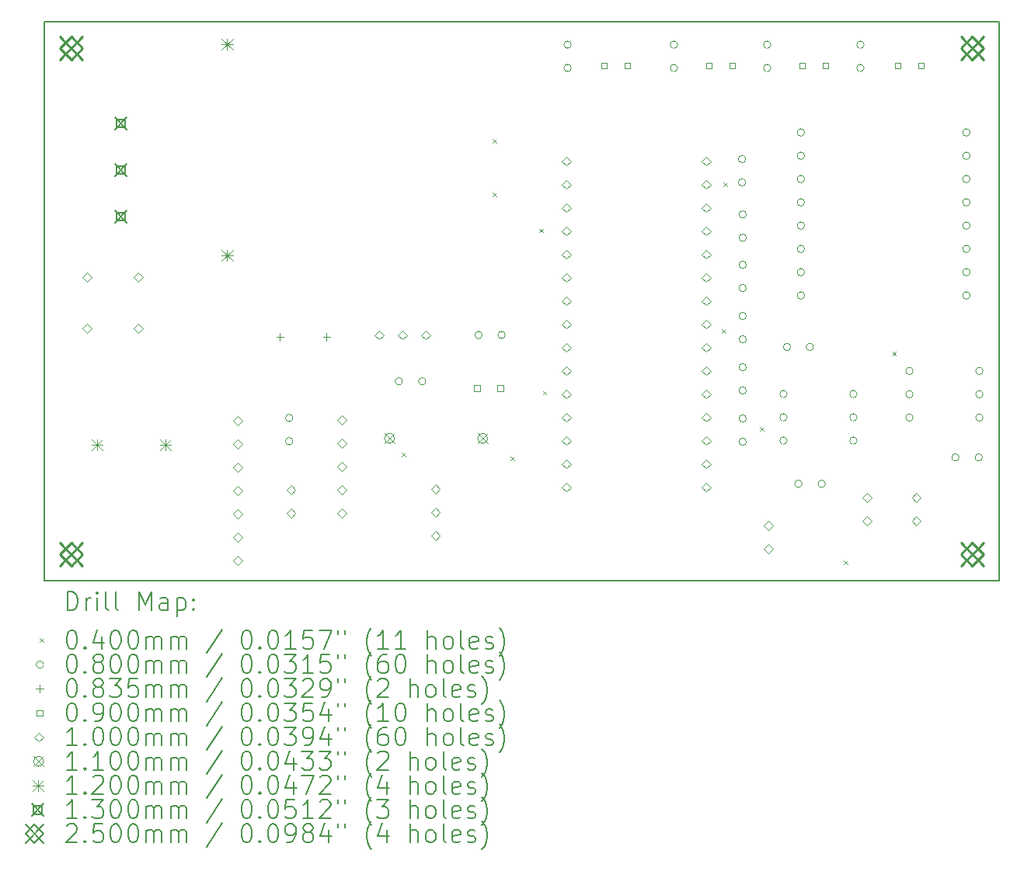
<source format=gbr>
%TF.GenerationSoftware,KiCad,Pcbnew,7.0.10*%
%TF.CreationDate,2024-06-22T16:20:32+02:00*%
%TF.ProjectId,Kicad_Projet_Trains_Sons,4b696361-645f-4507-926f-6a65745f5472,V2*%
%TF.SameCoordinates,Original*%
%TF.FileFunction,Drillmap*%
%TF.FilePolarity,Positive*%
%FSLAX45Y45*%
G04 Gerber Fmt 4.5, Leading zero omitted, Abs format (unit mm)*
G04 Created by KiCad (PCBNEW 7.0.10) date 2024-06-22 16:20:32*
%MOMM*%
%LPD*%
G01*
G04 APERTURE LIST*
%ADD10C,0.200000*%
%ADD11C,0.100000*%
%ADD12C,0.110000*%
%ADD13C,0.120000*%
%ADD14C,0.130000*%
%ADD15C,0.250000*%
G04 APERTURE END LIST*
D10*
X16440000Y-3750000D02*
X16440000Y-9850000D01*
X6040000Y-9850000D02*
X6040000Y-3750000D01*
X6040000Y-3750000D02*
X16440000Y-3750000D01*
X16440000Y-9850000D02*
X6040000Y-9850000D01*
D11*
X9932400Y-8456560D02*
X9972400Y-8496560D01*
X9972400Y-8456560D02*
X9932400Y-8496560D01*
X10922380Y-5031400D02*
X10962380Y-5071400D01*
X10962380Y-5031400D02*
X10922380Y-5071400D01*
X10922380Y-5614260D02*
X10962380Y-5654260D01*
X10962380Y-5614260D02*
X10922380Y-5654260D01*
X11117330Y-8496820D02*
X11157330Y-8536820D01*
X11157330Y-8496820D02*
X11117330Y-8536820D01*
X11430000Y-6010000D02*
X11470000Y-6050000D01*
X11470000Y-6010000D02*
X11430000Y-6050000D01*
X11470000Y-7780000D02*
X11510000Y-7820000D01*
X11510000Y-7780000D02*
X11470000Y-7820000D01*
X13421090Y-7104570D02*
X13461090Y-7144570D01*
X13461090Y-7104570D02*
X13421090Y-7144570D01*
X13440000Y-5510000D02*
X13480000Y-5550000D01*
X13480000Y-5510000D02*
X13440000Y-5550000D01*
X13837770Y-8175860D02*
X13877770Y-8215860D01*
X13877770Y-8175860D02*
X13837770Y-8215860D01*
X14750000Y-9630000D02*
X14790000Y-9670000D01*
X14790000Y-9630000D02*
X14750000Y-9670000D01*
X15280000Y-7350000D02*
X15320000Y-7390000D01*
X15320000Y-7350000D02*
X15280000Y-7390000D01*
X8745000Y-8075500D02*
G75*
G03*
X8665000Y-8075500I-40000J0D01*
G01*
X8665000Y-8075500D02*
G75*
G03*
X8745000Y-8075500I40000J0D01*
G01*
X8745000Y-8329500D02*
G75*
G03*
X8665000Y-8329500I-40000J0D01*
G01*
X8665000Y-8329500D02*
G75*
G03*
X8745000Y-8329500I40000J0D01*
G01*
X9940800Y-7674300D02*
G75*
G03*
X9860800Y-7674300I-40000J0D01*
G01*
X9860800Y-7674300D02*
G75*
G03*
X9940800Y-7674300I40000J0D01*
G01*
X10194800Y-7674300D02*
G75*
G03*
X10114800Y-7674300I-40000J0D01*
G01*
X10114800Y-7674300D02*
G75*
G03*
X10194800Y-7674300I40000J0D01*
G01*
X10810000Y-7170000D02*
G75*
G03*
X10730000Y-7170000I-40000J0D01*
G01*
X10730000Y-7170000D02*
G75*
G03*
X10810000Y-7170000I40000J0D01*
G01*
X11060000Y-7170000D02*
G75*
G03*
X10980000Y-7170000I-40000J0D01*
G01*
X10980000Y-7170000D02*
G75*
G03*
X11060000Y-7170000I40000J0D01*
G01*
X11780000Y-4004000D02*
G75*
G03*
X11700000Y-4004000I-40000J0D01*
G01*
X11700000Y-4004000D02*
G75*
G03*
X11780000Y-4004000I40000J0D01*
G01*
X11780000Y-4258000D02*
G75*
G03*
X11700000Y-4258000I-40000J0D01*
G01*
X11700000Y-4258000D02*
G75*
G03*
X11780000Y-4258000I40000J0D01*
G01*
X12938000Y-4004000D02*
G75*
G03*
X12858000Y-4004000I-40000J0D01*
G01*
X12858000Y-4004000D02*
G75*
G03*
X12938000Y-4004000I40000J0D01*
G01*
X12938000Y-4258000D02*
G75*
G03*
X12858000Y-4258000I-40000J0D01*
G01*
X12858000Y-4258000D02*
G75*
G03*
X12938000Y-4258000I40000J0D01*
G01*
X13680000Y-5250500D02*
G75*
G03*
X13600000Y-5250500I-40000J0D01*
G01*
X13600000Y-5250500D02*
G75*
G03*
X13680000Y-5250500I40000J0D01*
G01*
X13680000Y-5504500D02*
G75*
G03*
X13600000Y-5504500I-40000J0D01*
G01*
X13600000Y-5504500D02*
G75*
G03*
X13680000Y-5504500I40000J0D01*
G01*
X13687300Y-5855300D02*
G75*
G03*
X13607300Y-5855300I-40000J0D01*
G01*
X13607300Y-5855300D02*
G75*
G03*
X13687300Y-5855300I40000J0D01*
G01*
X13687300Y-6109300D02*
G75*
G03*
X13607300Y-6109300I-40000J0D01*
G01*
X13607300Y-6109300D02*
G75*
G03*
X13687300Y-6109300I40000J0D01*
G01*
X13687300Y-6404300D02*
G75*
G03*
X13607300Y-6404300I-40000J0D01*
G01*
X13607300Y-6404300D02*
G75*
G03*
X13687300Y-6404300I40000J0D01*
G01*
X13687300Y-6658300D02*
G75*
G03*
X13607300Y-6658300I-40000J0D01*
G01*
X13607300Y-6658300D02*
G75*
G03*
X13687300Y-6658300I40000J0D01*
G01*
X13687300Y-6963100D02*
G75*
G03*
X13607300Y-6963100I-40000J0D01*
G01*
X13607300Y-6963100D02*
G75*
G03*
X13687300Y-6963100I40000J0D01*
G01*
X13687300Y-7217100D02*
G75*
G03*
X13607300Y-7217100I-40000J0D01*
G01*
X13607300Y-7217100D02*
G75*
G03*
X13687300Y-7217100I40000J0D01*
G01*
X13687300Y-7521900D02*
G75*
G03*
X13607300Y-7521900I-40000J0D01*
G01*
X13607300Y-7521900D02*
G75*
G03*
X13687300Y-7521900I40000J0D01*
G01*
X13687300Y-7775900D02*
G75*
G03*
X13607300Y-7775900I-40000J0D01*
G01*
X13607300Y-7775900D02*
G75*
G03*
X13687300Y-7775900I40000J0D01*
G01*
X13687300Y-8080700D02*
G75*
G03*
X13607300Y-8080700I-40000J0D01*
G01*
X13607300Y-8080700D02*
G75*
G03*
X13687300Y-8080700I40000J0D01*
G01*
X13687300Y-8334700D02*
G75*
G03*
X13607300Y-8334700I-40000J0D01*
G01*
X13607300Y-8334700D02*
G75*
G03*
X13687300Y-8334700I40000J0D01*
G01*
X13954000Y-4004000D02*
G75*
G03*
X13874000Y-4004000I-40000J0D01*
G01*
X13874000Y-4004000D02*
G75*
G03*
X13954000Y-4004000I40000J0D01*
G01*
X13954000Y-4258000D02*
G75*
G03*
X13874000Y-4258000I-40000J0D01*
G01*
X13874000Y-4258000D02*
G75*
G03*
X13954000Y-4258000I40000J0D01*
G01*
X14131800Y-7814000D02*
G75*
G03*
X14051800Y-7814000I-40000J0D01*
G01*
X14051800Y-7814000D02*
G75*
G03*
X14131800Y-7814000I40000J0D01*
G01*
X14131800Y-8068000D02*
G75*
G03*
X14051800Y-8068000I-40000J0D01*
G01*
X14051800Y-8068000D02*
G75*
G03*
X14131800Y-8068000I40000J0D01*
G01*
X14131800Y-8322000D02*
G75*
G03*
X14051800Y-8322000I-40000J0D01*
G01*
X14051800Y-8322000D02*
G75*
G03*
X14131800Y-8322000I40000J0D01*
G01*
X14170000Y-7300000D02*
G75*
G03*
X14090000Y-7300000I-40000J0D01*
G01*
X14090000Y-7300000D02*
G75*
G03*
X14170000Y-7300000I40000J0D01*
G01*
X14294000Y-8791900D02*
G75*
G03*
X14214000Y-8791900I-40000J0D01*
G01*
X14214000Y-8791900D02*
G75*
G03*
X14294000Y-8791900I40000J0D01*
G01*
X14322300Y-4960000D02*
G75*
G03*
X14242300Y-4960000I-40000J0D01*
G01*
X14242300Y-4960000D02*
G75*
G03*
X14322300Y-4960000I40000J0D01*
G01*
X14322300Y-5214000D02*
G75*
G03*
X14242300Y-5214000I-40000J0D01*
G01*
X14242300Y-5214000D02*
G75*
G03*
X14322300Y-5214000I40000J0D01*
G01*
X14322300Y-5468000D02*
G75*
G03*
X14242300Y-5468000I-40000J0D01*
G01*
X14242300Y-5468000D02*
G75*
G03*
X14322300Y-5468000I40000J0D01*
G01*
X14322300Y-5722000D02*
G75*
G03*
X14242300Y-5722000I-40000J0D01*
G01*
X14242300Y-5722000D02*
G75*
G03*
X14322300Y-5722000I40000J0D01*
G01*
X14322300Y-5976000D02*
G75*
G03*
X14242300Y-5976000I-40000J0D01*
G01*
X14242300Y-5976000D02*
G75*
G03*
X14322300Y-5976000I40000J0D01*
G01*
X14322300Y-6230000D02*
G75*
G03*
X14242300Y-6230000I-40000J0D01*
G01*
X14242300Y-6230000D02*
G75*
G03*
X14322300Y-6230000I40000J0D01*
G01*
X14322300Y-6484000D02*
G75*
G03*
X14242300Y-6484000I-40000J0D01*
G01*
X14242300Y-6484000D02*
G75*
G03*
X14322300Y-6484000I40000J0D01*
G01*
X14322300Y-6738000D02*
G75*
G03*
X14242300Y-6738000I-40000J0D01*
G01*
X14242300Y-6738000D02*
G75*
G03*
X14322300Y-6738000I40000J0D01*
G01*
X14420000Y-7300000D02*
G75*
G03*
X14340000Y-7300000I-40000J0D01*
G01*
X14340000Y-7300000D02*
G75*
G03*
X14420000Y-7300000I40000J0D01*
G01*
X14548000Y-8791900D02*
G75*
G03*
X14468000Y-8791900I-40000J0D01*
G01*
X14468000Y-8791900D02*
G75*
G03*
X14548000Y-8791900I40000J0D01*
G01*
X14893800Y-7814000D02*
G75*
G03*
X14813800Y-7814000I-40000J0D01*
G01*
X14813800Y-7814000D02*
G75*
G03*
X14893800Y-7814000I40000J0D01*
G01*
X14893800Y-8068000D02*
G75*
G03*
X14813800Y-8068000I-40000J0D01*
G01*
X14813800Y-8068000D02*
G75*
G03*
X14893800Y-8068000I40000J0D01*
G01*
X14893800Y-8322000D02*
G75*
G03*
X14813800Y-8322000I-40000J0D01*
G01*
X14813800Y-8322000D02*
G75*
G03*
X14893800Y-8322000I40000J0D01*
G01*
X14970000Y-4004000D02*
G75*
G03*
X14890000Y-4004000I-40000J0D01*
G01*
X14890000Y-4004000D02*
G75*
G03*
X14970000Y-4004000I40000J0D01*
G01*
X14970000Y-4258000D02*
G75*
G03*
X14890000Y-4258000I-40000J0D01*
G01*
X14890000Y-4258000D02*
G75*
G03*
X14970000Y-4258000I40000J0D01*
G01*
X15504400Y-7561500D02*
G75*
G03*
X15424400Y-7561500I-40000J0D01*
G01*
X15424400Y-7561500D02*
G75*
G03*
X15504400Y-7561500I40000J0D01*
G01*
X15504400Y-7815500D02*
G75*
G03*
X15424400Y-7815500I-40000J0D01*
G01*
X15424400Y-7815500D02*
G75*
G03*
X15504400Y-7815500I40000J0D01*
G01*
X15504400Y-8069500D02*
G75*
G03*
X15424400Y-8069500I-40000J0D01*
G01*
X15424400Y-8069500D02*
G75*
G03*
X15504400Y-8069500I40000J0D01*
G01*
X16005500Y-8505000D02*
G75*
G03*
X15925500Y-8505000I-40000J0D01*
G01*
X15925500Y-8505000D02*
G75*
G03*
X16005500Y-8505000I40000J0D01*
G01*
X16125700Y-4960000D02*
G75*
G03*
X16045700Y-4960000I-40000J0D01*
G01*
X16045700Y-4960000D02*
G75*
G03*
X16125700Y-4960000I40000J0D01*
G01*
X16125700Y-5214000D02*
G75*
G03*
X16045700Y-5214000I-40000J0D01*
G01*
X16045700Y-5214000D02*
G75*
G03*
X16125700Y-5214000I40000J0D01*
G01*
X16125700Y-5468000D02*
G75*
G03*
X16045700Y-5468000I-40000J0D01*
G01*
X16045700Y-5468000D02*
G75*
G03*
X16125700Y-5468000I40000J0D01*
G01*
X16125700Y-5722000D02*
G75*
G03*
X16045700Y-5722000I-40000J0D01*
G01*
X16045700Y-5722000D02*
G75*
G03*
X16125700Y-5722000I40000J0D01*
G01*
X16125700Y-5976000D02*
G75*
G03*
X16045700Y-5976000I-40000J0D01*
G01*
X16045700Y-5976000D02*
G75*
G03*
X16125700Y-5976000I40000J0D01*
G01*
X16125700Y-6230000D02*
G75*
G03*
X16045700Y-6230000I-40000J0D01*
G01*
X16045700Y-6230000D02*
G75*
G03*
X16125700Y-6230000I40000J0D01*
G01*
X16125700Y-6484000D02*
G75*
G03*
X16045700Y-6484000I-40000J0D01*
G01*
X16045700Y-6484000D02*
G75*
G03*
X16125700Y-6484000I40000J0D01*
G01*
X16125700Y-6738000D02*
G75*
G03*
X16045700Y-6738000I-40000J0D01*
G01*
X16045700Y-6738000D02*
G75*
G03*
X16125700Y-6738000I40000J0D01*
G01*
X16259500Y-8505000D02*
G75*
G03*
X16179500Y-8505000I-40000J0D01*
G01*
X16179500Y-8505000D02*
G75*
G03*
X16259500Y-8505000I40000J0D01*
G01*
X16266400Y-7561500D02*
G75*
G03*
X16186400Y-7561500I-40000J0D01*
G01*
X16186400Y-7561500D02*
G75*
G03*
X16266400Y-7561500I40000J0D01*
G01*
X16266400Y-7815500D02*
G75*
G03*
X16186400Y-7815500I-40000J0D01*
G01*
X16186400Y-7815500D02*
G75*
G03*
X16266400Y-7815500I40000J0D01*
G01*
X16266400Y-8069500D02*
G75*
G03*
X16186400Y-8069500I-40000J0D01*
G01*
X16186400Y-8069500D02*
G75*
G03*
X16266400Y-8069500I40000J0D01*
G01*
X8606000Y-7148250D02*
X8606000Y-7231750D01*
X8564250Y-7190000D02*
X8647750Y-7190000D01*
X9114000Y-7148250D02*
X9114000Y-7231750D01*
X9072250Y-7190000D02*
X9155750Y-7190000D01*
X10783520Y-7782320D02*
X10783520Y-7718680D01*
X10719880Y-7718680D01*
X10719880Y-7782320D01*
X10783520Y-7782320D01*
X11037520Y-7782320D02*
X11037520Y-7718680D01*
X10973880Y-7718680D01*
X10973880Y-7782320D01*
X11037520Y-7782320D01*
X12167820Y-4261820D02*
X12167820Y-4198180D01*
X12104180Y-4198180D01*
X12104180Y-4261820D01*
X12167820Y-4261820D01*
X12421820Y-4261820D02*
X12421820Y-4198180D01*
X12358180Y-4198180D01*
X12358180Y-4261820D01*
X12421820Y-4261820D01*
X13310820Y-4261820D02*
X13310820Y-4198180D01*
X13247180Y-4198180D01*
X13247180Y-4261820D01*
X13310820Y-4261820D01*
X13564820Y-4261820D02*
X13564820Y-4198180D01*
X13501180Y-4198180D01*
X13501180Y-4261820D01*
X13564820Y-4261820D01*
X14326820Y-4261820D02*
X14326820Y-4198180D01*
X14263180Y-4198180D01*
X14263180Y-4261820D01*
X14326820Y-4261820D01*
X14580820Y-4261820D02*
X14580820Y-4198180D01*
X14517180Y-4198180D01*
X14517180Y-4261820D01*
X14580820Y-4261820D01*
X15367820Y-4261820D02*
X15367820Y-4198180D01*
X15304180Y-4198180D01*
X15304180Y-4261820D01*
X15367820Y-4261820D01*
X15621820Y-4261820D02*
X15621820Y-4198180D01*
X15558180Y-4198180D01*
X15558180Y-4261820D01*
X15621820Y-4261820D01*
X6500000Y-6590000D02*
X6550000Y-6540000D01*
X6500000Y-6490000D01*
X6450000Y-6540000D01*
X6500000Y-6590000D01*
X6500000Y-7150000D02*
X6550000Y-7100000D01*
X6500000Y-7050000D01*
X6450000Y-7100000D01*
X6500000Y-7150000D01*
X7060000Y-6590000D02*
X7110000Y-6540000D01*
X7060000Y-6490000D01*
X7010000Y-6540000D01*
X7060000Y-6590000D01*
X7060000Y-7150000D02*
X7110000Y-7100000D01*
X7060000Y-7050000D01*
X7010000Y-7100000D01*
X7060000Y-7150000D01*
X8143000Y-8152000D02*
X8193000Y-8102000D01*
X8143000Y-8052000D01*
X8093000Y-8102000D01*
X8143000Y-8152000D01*
X8143000Y-8406000D02*
X8193000Y-8356000D01*
X8143000Y-8306000D01*
X8093000Y-8356000D01*
X8143000Y-8406000D01*
X8143000Y-8660000D02*
X8193000Y-8610000D01*
X8143000Y-8560000D01*
X8093000Y-8610000D01*
X8143000Y-8660000D01*
X8143000Y-8914000D02*
X8193000Y-8864000D01*
X8143000Y-8814000D01*
X8093000Y-8864000D01*
X8143000Y-8914000D01*
X8143000Y-9168000D02*
X8193000Y-9118000D01*
X8143000Y-9068000D01*
X8093000Y-9118000D01*
X8143000Y-9168000D01*
X8143000Y-9422000D02*
X8193000Y-9372000D01*
X8143000Y-9322000D01*
X8093000Y-9372000D01*
X8143000Y-9422000D01*
X8143000Y-9676000D02*
X8193000Y-9626000D01*
X8143000Y-9576000D01*
X8093000Y-9626000D01*
X8143000Y-9676000D01*
X8725000Y-8907500D02*
X8775000Y-8857500D01*
X8725000Y-8807500D01*
X8675000Y-8857500D01*
X8725000Y-8907500D01*
X8725000Y-9161500D02*
X8775000Y-9111500D01*
X8725000Y-9061500D01*
X8675000Y-9111500D01*
X8725000Y-9161500D01*
X9278500Y-8150000D02*
X9328500Y-8100000D01*
X9278500Y-8050000D01*
X9228500Y-8100000D01*
X9278500Y-8150000D01*
X9278500Y-8404000D02*
X9328500Y-8354000D01*
X9278500Y-8304000D01*
X9228500Y-8354000D01*
X9278500Y-8404000D01*
X9278500Y-8658000D02*
X9328500Y-8608000D01*
X9278500Y-8558000D01*
X9228500Y-8608000D01*
X9278500Y-8658000D01*
X9278500Y-8912000D02*
X9328500Y-8862000D01*
X9278500Y-8812000D01*
X9228500Y-8862000D01*
X9278500Y-8912000D01*
X9278500Y-9166000D02*
X9328500Y-9116000D01*
X9278500Y-9066000D01*
X9228500Y-9116000D01*
X9278500Y-9166000D01*
X9683000Y-7220000D02*
X9733000Y-7170000D01*
X9683000Y-7120000D01*
X9633000Y-7170000D01*
X9683000Y-7220000D01*
X9937000Y-7220000D02*
X9987000Y-7170000D01*
X9937000Y-7120000D01*
X9887000Y-7170000D01*
X9937000Y-7220000D01*
X10191000Y-7220000D02*
X10241000Y-7170000D01*
X10191000Y-7120000D01*
X10141000Y-7170000D01*
X10191000Y-7220000D01*
X10300000Y-8900000D02*
X10350000Y-8850000D01*
X10300000Y-8800000D01*
X10250000Y-8850000D01*
X10300000Y-8900000D01*
X10300000Y-9154000D02*
X10350000Y-9104000D01*
X10300000Y-9054000D01*
X10250000Y-9104000D01*
X10300000Y-9154000D01*
X10300000Y-9408000D02*
X10350000Y-9358000D01*
X10300000Y-9308000D01*
X10250000Y-9358000D01*
X10300000Y-9408000D01*
X11729600Y-5324000D02*
X11779600Y-5274000D01*
X11729600Y-5224000D01*
X11679600Y-5274000D01*
X11729600Y-5324000D01*
X11729600Y-5578000D02*
X11779600Y-5528000D01*
X11729600Y-5478000D01*
X11679600Y-5528000D01*
X11729600Y-5578000D01*
X11729600Y-5832000D02*
X11779600Y-5782000D01*
X11729600Y-5732000D01*
X11679600Y-5782000D01*
X11729600Y-5832000D01*
X11729600Y-6086000D02*
X11779600Y-6036000D01*
X11729600Y-5986000D01*
X11679600Y-6036000D01*
X11729600Y-6086000D01*
X11729600Y-6340000D02*
X11779600Y-6290000D01*
X11729600Y-6240000D01*
X11679600Y-6290000D01*
X11729600Y-6340000D01*
X11729600Y-6594000D02*
X11779600Y-6544000D01*
X11729600Y-6494000D01*
X11679600Y-6544000D01*
X11729600Y-6594000D01*
X11729600Y-6848000D02*
X11779600Y-6798000D01*
X11729600Y-6748000D01*
X11679600Y-6798000D01*
X11729600Y-6848000D01*
X11729600Y-7102000D02*
X11779600Y-7052000D01*
X11729600Y-7002000D01*
X11679600Y-7052000D01*
X11729600Y-7102000D01*
X11729600Y-7356000D02*
X11779600Y-7306000D01*
X11729600Y-7256000D01*
X11679600Y-7306000D01*
X11729600Y-7356000D01*
X11729600Y-7610000D02*
X11779600Y-7560000D01*
X11729600Y-7510000D01*
X11679600Y-7560000D01*
X11729600Y-7610000D01*
X11729600Y-7864000D02*
X11779600Y-7814000D01*
X11729600Y-7764000D01*
X11679600Y-7814000D01*
X11729600Y-7864000D01*
X11729600Y-8118000D02*
X11779600Y-8068000D01*
X11729600Y-8018000D01*
X11679600Y-8068000D01*
X11729600Y-8118000D01*
X11729600Y-8372000D02*
X11779600Y-8322000D01*
X11729600Y-8272000D01*
X11679600Y-8322000D01*
X11729600Y-8372000D01*
X11729600Y-8626000D02*
X11779600Y-8576000D01*
X11729600Y-8526000D01*
X11679600Y-8576000D01*
X11729600Y-8626000D01*
X11729600Y-8880000D02*
X11779600Y-8830000D01*
X11729600Y-8780000D01*
X11679600Y-8830000D01*
X11729600Y-8880000D01*
X13253600Y-5324000D02*
X13303600Y-5274000D01*
X13253600Y-5224000D01*
X13203600Y-5274000D01*
X13253600Y-5324000D01*
X13253600Y-5578000D02*
X13303600Y-5528000D01*
X13253600Y-5478000D01*
X13203600Y-5528000D01*
X13253600Y-5578000D01*
X13253600Y-5832000D02*
X13303600Y-5782000D01*
X13253600Y-5732000D01*
X13203600Y-5782000D01*
X13253600Y-5832000D01*
X13253600Y-6086000D02*
X13303600Y-6036000D01*
X13253600Y-5986000D01*
X13203600Y-6036000D01*
X13253600Y-6086000D01*
X13253600Y-6340000D02*
X13303600Y-6290000D01*
X13253600Y-6240000D01*
X13203600Y-6290000D01*
X13253600Y-6340000D01*
X13253600Y-6594000D02*
X13303600Y-6544000D01*
X13253600Y-6494000D01*
X13203600Y-6544000D01*
X13253600Y-6594000D01*
X13253600Y-6848000D02*
X13303600Y-6798000D01*
X13253600Y-6748000D01*
X13203600Y-6798000D01*
X13253600Y-6848000D01*
X13253600Y-7102000D02*
X13303600Y-7052000D01*
X13253600Y-7002000D01*
X13203600Y-7052000D01*
X13253600Y-7102000D01*
X13253600Y-7356000D02*
X13303600Y-7306000D01*
X13253600Y-7256000D01*
X13203600Y-7306000D01*
X13253600Y-7356000D01*
X13253600Y-7610000D02*
X13303600Y-7560000D01*
X13253600Y-7510000D01*
X13203600Y-7560000D01*
X13253600Y-7610000D01*
X13253600Y-7864000D02*
X13303600Y-7814000D01*
X13253600Y-7764000D01*
X13203600Y-7814000D01*
X13253600Y-7864000D01*
X13253600Y-8118000D02*
X13303600Y-8068000D01*
X13253600Y-8018000D01*
X13203600Y-8068000D01*
X13253600Y-8118000D01*
X13253600Y-8372000D02*
X13303600Y-8322000D01*
X13253600Y-8272000D01*
X13203600Y-8322000D01*
X13253600Y-8372000D01*
X13253600Y-8626000D02*
X13303600Y-8576000D01*
X13253600Y-8526000D01*
X13203600Y-8576000D01*
X13253600Y-8626000D01*
X13253600Y-8880000D02*
X13303600Y-8830000D01*
X13253600Y-8780000D01*
X13203600Y-8830000D01*
X13253600Y-8880000D01*
X13930000Y-9296000D02*
X13980000Y-9246000D01*
X13930000Y-9196000D01*
X13880000Y-9246000D01*
X13930000Y-9296000D01*
X13930000Y-9550000D02*
X13980000Y-9500000D01*
X13930000Y-9450000D01*
X13880000Y-9500000D01*
X13930000Y-9550000D01*
X15000000Y-8992500D02*
X15050000Y-8942500D01*
X15000000Y-8892500D01*
X14950000Y-8942500D01*
X15000000Y-8992500D01*
X15000000Y-9246500D02*
X15050000Y-9196500D01*
X15000000Y-9146500D01*
X14950000Y-9196500D01*
X15000000Y-9246500D01*
X15540000Y-8995000D02*
X15590000Y-8945000D01*
X15540000Y-8895000D01*
X15490000Y-8945000D01*
X15540000Y-8995000D01*
X15540000Y-9249000D02*
X15590000Y-9199000D01*
X15540000Y-9149000D01*
X15490000Y-9199000D01*
X15540000Y-9249000D01*
D12*
X9744200Y-8241600D02*
X9854200Y-8351600D01*
X9854200Y-8241600D02*
X9744200Y-8351600D01*
X9854200Y-8296600D02*
G75*
G03*
X9744200Y-8296600I-55000J0D01*
G01*
X9744200Y-8296600D02*
G75*
G03*
X9854200Y-8296600I55000J0D01*
G01*
X10760200Y-8241600D02*
X10870200Y-8351600D01*
X10870200Y-8241600D02*
X10760200Y-8351600D01*
X10870200Y-8296600D02*
G75*
G03*
X10760200Y-8296600I-55000J0D01*
G01*
X10760200Y-8296600D02*
G75*
G03*
X10870200Y-8296600I55000J0D01*
G01*
D13*
X6550000Y-8310000D02*
X6670000Y-8430000D01*
X6670000Y-8310000D02*
X6550000Y-8430000D01*
X6610000Y-8310000D02*
X6610000Y-8430000D01*
X6550000Y-8370000D02*
X6670000Y-8370000D01*
X7300000Y-8310000D02*
X7420000Y-8430000D01*
X7420000Y-8310000D02*
X7300000Y-8430000D01*
X7360000Y-8310000D02*
X7360000Y-8430000D01*
X7300000Y-8370000D02*
X7420000Y-8370000D01*
X7970000Y-3940000D02*
X8090000Y-4060000D01*
X8090000Y-3940000D02*
X7970000Y-4060000D01*
X8030000Y-3940000D02*
X8030000Y-4060000D01*
X7970000Y-4000000D02*
X8090000Y-4000000D01*
X7970000Y-6240000D02*
X8090000Y-6360000D01*
X8090000Y-6240000D02*
X7970000Y-6360000D01*
X8030000Y-6240000D02*
X8030000Y-6360000D01*
X7970000Y-6300000D02*
X8090000Y-6300000D01*
D14*
X6805000Y-4797000D02*
X6935000Y-4927000D01*
X6935000Y-4797000D02*
X6805000Y-4927000D01*
X6915962Y-4907962D02*
X6915962Y-4816038D01*
X6824038Y-4816038D01*
X6824038Y-4907962D01*
X6915962Y-4907962D01*
X6805000Y-5305000D02*
X6935000Y-5435000D01*
X6935000Y-5305000D02*
X6805000Y-5435000D01*
X6915962Y-5415962D02*
X6915962Y-5324038D01*
X6824038Y-5324038D01*
X6824038Y-5415962D01*
X6915962Y-5415962D01*
X6805000Y-5813000D02*
X6935000Y-5943000D01*
X6935000Y-5813000D02*
X6805000Y-5943000D01*
X6915962Y-5923962D02*
X6915962Y-5832038D01*
X6824038Y-5832038D01*
X6824038Y-5923962D01*
X6915962Y-5923962D01*
D15*
X6205000Y-3915000D02*
X6455000Y-4165000D01*
X6455000Y-3915000D02*
X6205000Y-4165000D01*
X6330000Y-4165000D02*
X6455000Y-4040000D01*
X6330000Y-3915000D01*
X6205000Y-4040000D01*
X6330000Y-4165000D01*
X6205000Y-9435000D02*
X6455000Y-9685000D01*
X6455000Y-9435000D02*
X6205000Y-9685000D01*
X6330000Y-9685000D02*
X6455000Y-9560000D01*
X6330000Y-9435000D01*
X6205000Y-9560000D01*
X6330000Y-9685000D01*
X16025000Y-3915000D02*
X16275000Y-4165000D01*
X16275000Y-3915000D02*
X16025000Y-4165000D01*
X16150000Y-4165000D02*
X16275000Y-4040000D01*
X16150000Y-3915000D01*
X16025000Y-4040000D01*
X16150000Y-4165000D01*
X16025000Y-9435000D02*
X16275000Y-9685000D01*
X16275000Y-9435000D02*
X16025000Y-9685000D01*
X16150000Y-9685000D02*
X16275000Y-9560000D01*
X16150000Y-9435000D01*
X16025000Y-9560000D01*
X16150000Y-9685000D01*
D10*
X6290777Y-10171484D02*
X6290777Y-9971484D01*
X6290777Y-9971484D02*
X6338396Y-9971484D01*
X6338396Y-9971484D02*
X6366967Y-9981008D01*
X6366967Y-9981008D02*
X6386015Y-10000055D01*
X6386015Y-10000055D02*
X6395539Y-10019103D01*
X6395539Y-10019103D02*
X6405062Y-10057198D01*
X6405062Y-10057198D02*
X6405062Y-10085770D01*
X6405062Y-10085770D02*
X6395539Y-10123865D01*
X6395539Y-10123865D02*
X6386015Y-10142912D01*
X6386015Y-10142912D02*
X6366967Y-10161960D01*
X6366967Y-10161960D02*
X6338396Y-10171484D01*
X6338396Y-10171484D02*
X6290777Y-10171484D01*
X6490777Y-10171484D02*
X6490777Y-10038150D01*
X6490777Y-10076246D02*
X6500301Y-10057198D01*
X6500301Y-10057198D02*
X6509824Y-10047674D01*
X6509824Y-10047674D02*
X6528872Y-10038150D01*
X6528872Y-10038150D02*
X6547920Y-10038150D01*
X6614586Y-10171484D02*
X6614586Y-10038150D01*
X6614586Y-9971484D02*
X6605062Y-9981008D01*
X6605062Y-9981008D02*
X6614586Y-9990531D01*
X6614586Y-9990531D02*
X6624110Y-9981008D01*
X6624110Y-9981008D02*
X6614586Y-9971484D01*
X6614586Y-9971484D02*
X6614586Y-9990531D01*
X6738396Y-10171484D02*
X6719348Y-10161960D01*
X6719348Y-10161960D02*
X6709824Y-10142912D01*
X6709824Y-10142912D02*
X6709824Y-9971484D01*
X6843158Y-10171484D02*
X6824110Y-10161960D01*
X6824110Y-10161960D02*
X6814586Y-10142912D01*
X6814586Y-10142912D02*
X6814586Y-9971484D01*
X7071729Y-10171484D02*
X7071729Y-9971484D01*
X7071729Y-9971484D02*
X7138396Y-10114341D01*
X7138396Y-10114341D02*
X7205062Y-9971484D01*
X7205062Y-9971484D02*
X7205062Y-10171484D01*
X7386015Y-10171484D02*
X7386015Y-10066722D01*
X7386015Y-10066722D02*
X7376491Y-10047674D01*
X7376491Y-10047674D02*
X7357443Y-10038150D01*
X7357443Y-10038150D02*
X7319348Y-10038150D01*
X7319348Y-10038150D02*
X7300301Y-10047674D01*
X7386015Y-10161960D02*
X7366967Y-10171484D01*
X7366967Y-10171484D02*
X7319348Y-10171484D01*
X7319348Y-10171484D02*
X7300301Y-10161960D01*
X7300301Y-10161960D02*
X7290777Y-10142912D01*
X7290777Y-10142912D02*
X7290777Y-10123865D01*
X7290777Y-10123865D02*
X7300301Y-10104817D01*
X7300301Y-10104817D02*
X7319348Y-10095293D01*
X7319348Y-10095293D02*
X7366967Y-10095293D01*
X7366967Y-10095293D02*
X7386015Y-10085770D01*
X7481253Y-10038150D02*
X7481253Y-10238150D01*
X7481253Y-10047674D02*
X7500301Y-10038150D01*
X7500301Y-10038150D02*
X7538396Y-10038150D01*
X7538396Y-10038150D02*
X7557443Y-10047674D01*
X7557443Y-10047674D02*
X7566967Y-10057198D01*
X7566967Y-10057198D02*
X7576491Y-10076246D01*
X7576491Y-10076246D02*
X7576491Y-10133389D01*
X7576491Y-10133389D02*
X7566967Y-10152436D01*
X7566967Y-10152436D02*
X7557443Y-10161960D01*
X7557443Y-10161960D02*
X7538396Y-10171484D01*
X7538396Y-10171484D02*
X7500301Y-10171484D01*
X7500301Y-10171484D02*
X7481253Y-10161960D01*
X7662205Y-10152436D02*
X7671729Y-10161960D01*
X7671729Y-10161960D02*
X7662205Y-10171484D01*
X7662205Y-10171484D02*
X7652682Y-10161960D01*
X7652682Y-10161960D02*
X7662205Y-10152436D01*
X7662205Y-10152436D02*
X7662205Y-10171484D01*
X7662205Y-10047674D02*
X7671729Y-10057198D01*
X7671729Y-10057198D02*
X7662205Y-10066722D01*
X7662205Y-10066722D02*
X7652682Y-10057198D01*
X7652682Y-10057198D02*
X7662205Y-10047674D01*
X7662205Y-10047674D02*
X7662205Y-10066722D01*
D11*
X5990000Y-10480000D02*
X6030000Y-10520000D01*
X6030000Y-10480000D02*
X5990000Y-10520000D01*
D10*
X6328872Y-10391484D02*
X6347920Y-10391484D01*
X6347920Y-10391484D02*
X6366967Y-10401008D01*
X6366967Y-10401008D02*
X6376491Y-10410531D01*
X6376491Y-10410531D02*
X6386015Y-10429579D01*
X6386015Y-10429579D02*
X6395539Y-10467674D01*
X6395539Y-10467674D02*
X6395539Y-10515293D01*
X6395539Y-10515293D02*
X6386015Y-10553389D01*
X6386015Y-10553389D02*
X6376491Y-10572436D01*
X6376491Y-10572436D02*
X6366967Y-10581960D01*
X6366967Y-10581960D02*
X6347920Y-10591484D01*
X6347920Y-10591484D02*
X6328872Y-10591484D01*
X6328872Y-10591484D02*
X6309824Y-10581960D01*
X6309824Y-10581960D02*
X6300301Y-10572436D01*
X6300301Y-10572436D02*
X6290777Y-10553389D01*
X6290777Y-10553389D02*
X6281253Y-10515293D01*
X6281253Y-10515293D02*
X6281253Y-10467674D01*
X6281253Y-10467674D02*
X6290777Y-10429579D01*
X6290777Y-10429579D02*
X6300301Y-10410531D01*
X6300301Y-10410531D02*
X6309824Y-10401008D01*
X6309824Y-10401008D02*
X6328872Y-10391484D01*
X6481253Y-10572436D02*
X6490777Y-10581960D01*
X6490777Y-10581960D02*
X6481253Y-10591484D01*
X6481253Y-10591484D02*
X6471729Y-10581960D01*
X6471729Y-10581960D02*
X6481253Y-10572436D01*
X6481253Y-10572436D02*
X6481253Y-10591484D01*
X6662205Y-10458150D02*
X6662205Y-10591484D01*
X6614586Y-10381960D02*
X6566967Y-10524817D01*
X6566967Y-10524817D02*
X6690777Y-10524817D01*
X6805062Y-10391484D02*
X6824110Y-10391484D01*
X6824110Y-10391484D02*
X6843158Y-10401008D01*
X6843158Y-10401008D02*
X6852682Y-10410531D01*
X6852682Y-10410531D02*
X6862205Y-10429579D01*
X6862205Y-10429579D02*
X6871729Y-10467674D01*
X6871729Y-10467674D02*
X6871729Y-10515293D01*
X6871729Y-10515293D02*
X6862205Y-10553389D01*
X6862205Y-10553389D02*
X6852682Y-10572436D01*
X6852682Y-10572436D02*
X6843158Y-10581960D01*
X6843158Y-10581960D02*
X6824110Y-10591484D01*
X6824110Y-10591484D02*
X6805062Y-10591484D01*
X6805062Y-10591484D02*
X6786015Y-10581960D01*
X6786015Y-10581960D02*
X6776491Y-10572436D01*
X6776491Y-10572436D02*
X6766967Y-10553389D01*
X6766967Y-10553389D02*
X6757443Y-10515293D01*
X6757443Y-10515293D02*
X6757443Y-10467674D01*
X6757443Y-10467674D02*
X6766967Y-10429579D01*
X6766967Y-10429579D02*
X6776491Y-10410531D01*
X6776491Y-10410531D02*
X6786015Y-10401008D01*
X6786015Y-10401008D02*
X6805062Y-10391484D01*
X6995539Y-10391484D02*
X7014586Y-10391484D01*
X7014586Y-10391484D02*
X7033634Y-10401008D01*
X7033634Y-10401008D02*
X7043158Y-10410531D01*
X7043158Y-10410531D02*
X7052682Y-10429579D01*
X7052682Y-10429579D02*
X7062205Y-10467674D01*
X7062205Y-10467674D02*
X7062205Y-10515293D01*
X7062205Y-10515293D02*
X7052682Y-10553389D01*
X7052682Y-10553389D02*
X7043158Y-10572436D01*
X7043158Y-10572436D02*
X7033634Y-10581960D01*
X7033634Y-10581960D02*
X7014586Y-10591484D01*
X7014586Y-10591484D02*
X6995539Y-10591484D01*
X6995539Y-10591484D02*
X6976491Y-10581960D01*
X6976491Y-10581960D02*
X6966967Y-10572436D01*
X6966967Y-10572436D02*
X6957443Y-10553389D01*
X6957443Y-10553389D02*
X6947920Y-10515293D01*
X6947920Y-10515293D02*
X6947920Y-10467674D01*
X6947920Y-10467674D02*
X6957443Y-10429579D01*
X6957443Y-10429579D02*
X6966967Y-10410531D01*
X6966967Y-10410531D02*
X6976491Y-10401008D01*
X6976491Y-10401008D02*
X6995539Y-10391484D01*
X7147920Y-10591484D02*
X7147920Y-10458150D01*
X7147920Y-10477198D02*
X7157443Y-10467674D01*
X7157443Y-10467674D02*
X7176491Y-10458150D01*
X7176491Y-10458150D02*
X7205063Y-10458150D01*
X7205063Y-10458150D02*
X7224110Y-10467674D01*
X7224110Y-10467674D02*
X7233634Y-10486722D01*
X7233634Y-10486722D02*
X7233634Y-10591484D01*
X7233634Y-10486722D02*
X7243158Y-10467674D01*
X7243158Y-10467674D02*
X7262205Y-10458150D01*
X7262205Y-10458150D02*
X7290777Y-10458150D01*
X7290777Y-10458150D02*
X7309824Y-10467674D01*
X7309824Y-10467674D02*
X7319348Y-10486722D01*
X7319348Y-10486722D02*
X7319348Y-10591484D01*
X7414586Y-10591484D02*
X7414586Y-10458150D01*
X7414586Y-10477198D02*
X7424110Y-10467674D01*
X7424110Y-10467674D02*
X7443158Y-10458150D01*
X7443158Y-10458150D02*
X7471729Y-10458150D01*
X7471729Y-10458150D02*
X7490777Y-10467674D01*
X7490777Y-10467674D02*
X7500301Y-10486722D01*
X7500301Y-10486722D02*
X7500301Y-10591484D01*
X7500301Y-10486722D02*
X7509824Y-10467674D01*
X7509824Y-10467674D02*
X7528872Y-10458150D01*
X7528872Y-10458150D02*
X7557443Y-10458150D01*
X7557443Y-10458150D02*
X7576491Y-10467674D01*
X7576491Y-10467674D02*
X7586015Y-10486722D01*
X7586015Y-10486722D02*
X7586015Y-10591484D01*
X7976491Y-10381960D02*
X7805063Y-10639103D01*
X8233634Y-10391484D02*
X8252682Y-10391484D01*
X8252682Y-10391484D02*
X8271729Y-10401008D01*
X8271729Y-10401008D02*
X8281253Y-10410531D01*
X8281253Y-10410531D02*
X8290777Y-10429579D01*
X8290777Y-10429579D02*
X8300301Y-10467674D01*
X8300301Y-10467674D02*
X8300301Y-10515293D01*
X8300301Y-10515293D02*
X8290777Y-10553389D01*
X8290777Y-10553389D02*
X8281253Y-10572436D01*
X8281253Y-10572436D02*
X8271729Y-10581960D01*
X8271729Y-10581960D02*
X8252682Y-10591484D01*
X8252682Y-10591484D02*
X8233634Y-10591484D01*
X8233634Y-10591484D02*
X8214586Y-10581960D01*
X8214586Y-10581960D02*
X8205063Y-10572436D01*
X8205063Y-10572436D02*
X8195539Y-10553389D01*
X8195539Y-10553389D02*
X8186015Y-10515293D01*
X8186015Y-10515293D02*
X8186015Y-10467674D01*
X8186015Y-10467674D02*
X8195539Y-10429579D01*
X8195539Y-10429579D02*
X8205063Y-10410531D01*
X8205063Y-10410531D02*
X8214586Y-10401008D01*
X8214586Y-10401008D02*
X8233634Y-10391484D01*
X8386015Y-10572436D02*
X8395539Y-10581960D01*
X8395539Y-10581960D02*
X8386015Y-10591484D01*
X8386015Y-10591484D02*
X8376491Y-10581960D01*
X8376491Y-10581960D02*
X8386015Y-10572436D01*
X8386015Y-10572436D02*
X8386015Y-10591484D01*
X8519348Y-10391484D02*
X8538396Y-10391484D01*
X8538396Y-10391484D02*
X8557444Y-10401008D01*
X8557444Y-10401008D02*
X8566968Y-10410531D01*
X8566968Y-10410531D02*
X8576491Y-10429579D01*
X8576491Y-10429579D02*
X8586015Y-10467674D01*
X8586015Y-10467674D02*
X8586015Y-10515293D01*
X8586015Y-10515293D02*
X8576491Y-10553389D01*
X8576491Y-10553389D02*
X8566968Y-10572436D01*
X8566968Y-10572436D02*
X8557444Y-10581960D01*
X8557444Y-10581960D02*
X8538396Y-10591484D01*
X8538396Y-10591484D02*
X8519348Y-10591484D01*
X8519348Y-10591484D02*
X8500301Y-10581960D01*
X8500301Y-10581960D02*
X8490777Y-10572436D01*
X8490777Y-10572436D02*
X8481253Y-10553389D01*
X8481253Y-10553389D02*
X8471729Y-10515293D01*
X8471729Y-10515293D02*
X8471729Y-10467674D01*
X8471729Y-10467674D02*
X8481253Y-10429579D01*
X8481253Y-10429579D02*
X8490777Y-10410531D01*
X8490777Y-10410531D02*
X8500301Y-10401008D01*
X8500301Y-10401008D02*
X8519348Y-10391484D01*
X8776491Y-10591484D02*
X8662206Y-10591484D01*
X8719348Y-10591484D02*
X8719348Y-10391484D01*
X8719348Y-10391484D02*
X8700301Y-10420055D01*
X8700301Y-10420055D02*
X8681253Y-10439103D01*
X8681253Y-10439103D02*
X8662206Y-10448627D01*
X8957444Y-10391484D02*
X8862206Y-10391484D01*
X8862206Y-10391484D02*
X8852682Y-10486722D01*
X8852682Y-10486722D02*
X8862206Y-10477198D01*
X8862206Y-10477198D02*
X8881253Y-10467674D01*
X8881253Y-10467674D02*
X8928872Y-10467674D01*
X8928872Y-10467674D02*
X8947920Y-10477198D01*
X8947920Y-10477198D02*
X8957444Y-10486722D01*
X8957444Y-10486722D02*
X8966968Y-10505770D01*
X8966968Y-10505770D02*
X8966968Y-10553389D01*
X8966968Y-10553389D02*
X8957444Y-10572436D01*
X8957444Y-10572436D02*
X8947920Y-10581960D01*
X8947920Y-10581960D02*
X8928872Y-10591484D01*
X8928872Y-10591484D02*
X8881253Y-10591484D01*
X8881253Y-10591484D02*
X8862206Y-10581960D01*
X8862206Y-10581960D02*
X8852682Y-10572436D01*
X9033634Y-10391484D02*
X9166968Y-10391484D01*
X9166968Y-10391484D02*
X9081253Y-10591484D01*
X9233634Y-10391484D02*
X9233634Y-10429579D01*
X9309825Y-10391484D02*
X9309825Y-10429579D01*
X9605063Y-10667674D02*
X9595539Y-10658150D01*
X9595539Y-10658150D02*
X9576491Y-10629579D01*
X9576491Y-10629579D02*
X9566968Y-10610531D01*
X9566968Y-10610531D02*
X9557444Y-10581960D01*
X9557444Y-10581960D02*
X9547920Y-10534341D01*
X9547920Y-10534341D02*
X9547920Y-10496246D01*
X9547920Y-10496246D02*
X9557444Y-10448627D01*
X9557444Y-10448627D02*
X9566968Y-10420055D01*
X9566968Y-10420055D02*
X9576491Y-10401008D01*
X9576491Y-10401008D02*
X9595539Y-10372436D01*
X9595539Y-10372436D02*
X9605063Y-10362912D01*
X9786015Y-10591484D02*
X9671730Y-10591484D01*
X9728872Y-10591484D02*
X9728872Y-10391484D01*
X9728872Y-10391484D02*
X9709825Y-10420055D01*
X9709825Y-10420055D02*
X9690777Y-10439103D01*
X9690777Y-10439103D02*
X9671730Y-10448627D01*
X9976491Y-10591484D02*
X9862206Y-10591484D01*
X9919349Y-10591484D02*
X9919349Y-10391484D01*
X9919349Y-10391484D02*
X9900301Y-10420055D01*
X9900301Y-10420055D02*
X9881253Y-10439103D01*
X9881253Y-10439103D02*
X9862206Y-10448627D01*
X10214587Y-10591484D02*
X10214587Y-10391484D01*
X10300301Y-10591484D02*
X10300301Y-10486722D01*
X10300301Y-10486722D02*
X10290777Y-10467674D01*
X10290777Y-10467674D02*
X10271730Y-10458150D01*
X10271730Y-10458150D02*
X10243158Y-10458150D01*
X10243158Y-10458150D02*
X10224111Y-10467674D01*
X10224111Y-10467674D02*
X10214587Y-10477198D01*
X10424111Y-10591484D02*
X10405063Y-10581960D01*
X10405063Y-10581960D02*
X10395539Y-10572436D01*
X10395539Y-10572436D02*
X10386015Y-10553389D01*
X10386015Y-10553389D02*
X10386015Y-10496246D01*
X10386015Y-10496246D02*
X10395539Y-10477198D01*
X10395539Y-10477198D02*
X10405063Y-10467674D01*
X10405063Y-10467674D02*
X10424111Y-10458150D01*
X10424111Y-10458150D02*
X10452682Y-10458150D01*
X10452682Y-10458150D02*
X10471730Y-10467674D01*
X10471730Y-10467674D02*
X10481253Y-10477198D01*
X10481253Y-10477198D02*
X10490777Y-10496246D01*
X10490777Y-10496246D02*
X10490777Y-10553389D01*
X10490777Y-10553389D02*
X10481253Y-10572436D01*
X10481253Y-10572436D02*
X10471730Y-10581960D01*
X10471730Y-10581960D02*
X10452682Y-10591484D01*
X10452682Y-10591484D02*
X10424111Y-10591484D01*
X10605063Y-10591484D02*
X10586015Y-10581960D01*
X10586015Y-10581960D02*
X10576492Y-10562912D01*
X10576492Y-10562912D02*
X10576492Y-10391484D01*
X10757444Y-10581960D02*
X10738396Y-10591484D01*
X10738396Y-10591484D02*
X10700301Y-10591484D01*
X10700301Y-10591484D02*
X10681253Y-10581960D01*
X10681253Y-10581960D02*
X10671730Y-10562912D01*
X10671730Y-10562912D02*
X10671730Y-10486722D01*
X10671730Y-10486722D02*
X10681253Y-10467674D01*
X10681253Y-10467674D02*
X10700301Y-10458150D01*
X10700301Y-10458150D02*
X10738396Y-10458150D01*
X10738396Y-10458150D02*
X10757444Y-10467674D01*
X10757444Y-10467674D02*
X10766968Y-10486722D01*
X10766968Y-10486722D02*
X10766968Y-10505770D01*
X10766968Y-10505770D02*
X10671730Y-10524817D01*
X10843158Y-10581960D02*
X10862206Y-10591484D01*
X10862206Y-10591484D02*
X10900301Y-10591484D01*
X10900301Y-10591484D02*
X10919349Y-10581960D01*
X10919349Y-10581960D02*
X10928873Y-10562912D01*
X10928873Y-10562912D02*
X10928873Y-10553389D01*
X10928873Y-10553389D02*
X10919349Y-10534341D01*
X10919349Y-10534341D02*
X10900301Y-10524817D01*
X10900301Y-10524817D02*
X10871730Y-10524817D01*
X10871730Y-10524817D02*
X10852682Y-10515293D01*
X10852682Y-10515293D02*
X10843158Y-10496246D01*
X10843158Y-10496246D02*
X10843158Y-10486722D01*
X10843158Y-10486722D02*
X10852682Y-10467674D01*
X10852682Y-10467674D02*
X10871730Y-10458150D01*
X10871730Y-10458150D02*
X10900301Y-10458150D01*
X10900301Y-10458150D02*
X10919349Y-10467674D01*
X10995539Y-10667674D02*
X11005063Y-10658150D01*
X11005063Y-10658150D02*
X11024111Y-10629579D01*
X11024111Y-10629579D02*
X11033634Y-10610531D01*
X11033634Y-10610531D02*
X11043158Y-10581960D01*
X11043158Y-10581960D02*
X11052682Y-10534341D01*
X11052682Y-10534341D02*
X11052682Y-10496246D01*
X11052682Y-10496246D02*
X11043158Y-10448627D01*
X11043158Y-10448627D02*
X11033634Y-10420055D01*
X11033634Y-10420055D02*
X11024111Y-10401008D01*
X11024111Y-10401008D02*
X11005063Y-10372436D01*
X11005063Y-10372436D02*
X10995539Y-10362912D01*
D11*
X6030000Y-10764000D02*
G75*
G03*
X5950000Y-10764000I-40000J0D01*
G01*
X5950000Y-10764000D02*
G75*
G03*
X6030000Y-10764000I40000J0D01*
G01*
D10*
X6328872Y-10655484D02*
X6347920Y-10655484D01*
X6347920Y-10655484D02*
X6366967Y-10665008D01*
X6366967Y-10665008D02*
X6376491Y-10674531D01*
X6376491Y-10674531D02*
X6386015Y-10693579D01*
X6386015Y-10693579D02*
X6395539Y-10731674D01*
X6395539Y-10731674D02*
X6395539Y-10779293D01*
X6395539Y-10779293D02*
X6386015Y-10817389D01*
X6386015Y-10817389D02*
X6376491Y-10836436D01*
X6376491Y-10836436D02*
X6366967Y-10845960D01*
X6366967Y-10845960D02*
X6347920Y-10855484D01*
X6347920Y-10855484D02*
X6328872Y-10855484D01*
X6328872Y-10855484D02*
X6309824Y-10845960D01*
X6309824Y-10845960D02*
X6300301Y-10836436D01*
X6300301Y-10836436D02*
X6290777Y-10817389D01*
X6290777Y-10817389D02*
X6281253Y-10779293D01*
X6281253Y-10779293D02*
X6281253Y-10731674D01*
X6281253Y-10731674D02*
X6290777Y-10693579D01*
X6290777Y-10693579D02*
X6300301Y-10674531D01*
X6300301Y-10674531D02*
X6309824Y-10665008D01*
X6309824Y-10665008D02*
X6328872Y-10655484D01*
X6481253Y-10836436D02*
X6490777Y-10845960D01*
X6490777Y-10845960D02*
X6481253Y-10855484D01*
X6481253Y-10855484D02*
X6471729Y-10845960D01*
X6471729Y-10845960D02*
X6481253Y-10836436D01*
X6481253Y-10836436D02*
X6481253Y-10855484D01*
X6605062Y-10741198D02*
X6586015Y-10731674D01*
X6586015Y-10731674D02*
X6576491Y-10722150D01*
X6576491Y-10722150D02*
X6566967Y-10703103D01*
X6566967Y-10703103D02*
X6566967Y-10693579D01*
X6566967Y-10693579D02*
X6576491Y-10674531D01*
X6576491Y-10674531D02*
X6586015Y-10665008D01*
X6586015Y-10665008D02*
X6605062Y-10655484D01*
X6605062Y-10655484D02*
X6643158Y-10655484D01*
X6643158Y-10655484D02*
X6662205Y-10665008D01*
X6662205Y-10665008D02*
X6671729Y-10674531D01*
X6671729Y-10674531D02*
X6681253Y-10693579D01*
X6681253Y-10693579D02*
X6681253Y-10703103D01*
X6681253Y-10703103D02*
X6671729Y-10722150D01*
X6671729Y-10722150D02*
X6662205Y-10731674D01*
X6662205Y-10731674D02*
X6643158Y-10741198D01*
X6643158Y-10741198D02*
X6605062Y-10741198D01*
X6605062Y-10741198D02*
X6586015Y-10750722D01*
X6586015Y-10750722D02*
X6576491Y-10760246D01*
X6576491Y-10760246D02*
X6566967Y-10779293D01*
X6566967Y-10779293D02*
X6566967Y-10817389D01*
X6566967Y-10817389D02*
X6576491Y-10836436D01*
X6576491Y-10836436D02*
X6586015Y-10845960D01*
X6586015Y-10845960D02*
X6605062Y-10855484D01*
X6605062Y-10855484D02*
X6643158Y-10855484D01*
X6643158Y-10855484D02*
X6662205Y-10845960D01*
X6662205Y-10845960D02*
X6671729Y-10836436D01*
X6671729Y-10836436D02*
X6681253Y-10817389D01*
X6681253Y-10817389D02*
X6681253Y-10779293D01*
X6681253Y-10779293D02*
X6671729Y-10760246D01*
X6671729Y-10760246D02*
X6662205Y-10750722D01*
X6662205Y-10750722D02*
X6643158Y-10741198D01*
X6805062Y-10655484D02*
X6824110Y-10655484D01*
X6824110Y-10655484D02*
X6843158Y-10665008D01*
X6843158Y-10665008D02*
X6852682Y-10674531D01*
X6852682Y-10674531D02*
X6862205Y-10693579D01*
X6862205Y-10693579D02*
X6871729Y-10731674D01*
X6871729Y-10731674D02*
X6871729Y-10779293D01*
X6871729Y-10779293D02*
X6862205Y-10817389D01*
X6862205Y-10817389D02*
X6852682Y-10836436D01*
X6852682Y-10836436D02*
X6843158Y-10845960D01*
X6843158Y-10845960D02*
X6824110Y-10855484D01*
X6824110Y-10855484D02*
X6805062Y-10855484D01*
X6805062Y-10855484D02*
X6786015Y-10845960D01*
X6786015Y-10845960D02*
X6776491Y-10836436D01*
X6776491Y-10836436D02*
X6766967Y-10817389D01*
X6766967Y-10817389D02*
X6757443Y-10779293D01*
X6757443Y-10779293D02*
X6757443Y-10731674D01*
X6757443Y-10731674D02*
X6766967Y-10693579D01*
X6766967Y-10693579D02*
X6776491Y-10674531D01*
X6776491Y-10674531D02*
X6786015Y-10665008D01*
X6786015Y-10665008D02*
X6805062Y-10655484D01*
X6995539Y-10655484D02*
X7014586Y-10655484D01*
X7014586Y-10655484D02*
X7033634Y-10665008D01*
X7033634Y-10665008D02*
X7043158Y-10674531D01*
X7043158Y-10674531D02*
X7052682Y-10693579D01*
X7052682Y-10693579D02*
X7062205Y-10731674D01*
X7062205Y-10731674D02*
X7062205Y-10779293D01*
X7062205Y-10779293D02*
X7052682Y-10817389D01*
X7052682Y-10817389D02*
X7043158Y-10836436D01*
X7043158Y-10836436D02*
X7033634Y-10845960D01*
X7033634Y-10845960D02*
X7014586Y-10855484D01*
X7014586Y-10855484D02*
X6995539Y-10855484D01*
X6995539Y-10855484D02*
X6976491Y-10845960D01*
X6976491Y-10845960D02*
X6966967Y-10836436D01*
X6966967Y-10836436D02*
X6957443Y-10817389D01*
X6957443Y-10817389D02*
X6947920Y-10779293D01*
X6947920Y-10779293D02*
X6947920Y-10731674D01*
X6947920Y-10731674D02*
X6957443Y-10693579D01*
X6957443Y-10693579D02*
X6966967Y-10674531D01*
X6966967Y-10674531D02*
X6976491Y-10665008D01*
X6976491Y-10665008D02*
X6995539Y-10655484D01*
X7147920Y-10855484D02*
X7147920Y-10722150D01*
X7147920Y-10741198D02*
X7157443Y-10731674D01*
X7157443Y-10731674D02*
X7176491Y-10722150D01*
X7176491Y-10722150D02*
X7205063Y-10722150D01*
X7205063Y-10722150D02*
X7224110Y-10731674D01*
X7224110Y-10731674D02*
X7233634Y-10750722D01*
X7233634Y-10750722D02*
X7233634Y-10855484D01*
X7233634Y-10750722D02*
X7243158Y-10731674D01*
X7243158Y-10731674D02*
X7262205Y-10722150D01*
X7262205Y-10722150D02*
X7290777Y-10722150D01*
X7290777Y-10722150D02*
X7309824Y-10731674D01*
X7309824Y-10731674D02*
X7319348Y-10750722D01*
X7319348Y-10750722D02*
X7319348Y-10855484D01*
X7414586Y-10855484D02*
X7414586Y-10722150D01*
X7414586Y-10741198D02*
X7424110Y-10731674D01*
X7424110Y-10731674D02*
X7443158Y-10722150D01*
X7443158Y-10722150D02*
X7471729Y-10722150D01*
X7471729Y-10722150D02*
X7490777Y-10731674D01*
X7490777Y-10731674D02*
X7500301Y-10750722D01*
X7500301Y-10750722D02*
X7500301Y-10855484D01*
X7500301Y-10750722D02*
X7509824Y-10731674D01*
X7509824Y-10731674D02*
X7528872Y-10722150D01*
X7528872Y-10722150D02*
X7557443Y-10722150D01*
X7557443Y-10722150D02*
X7576491Y-10731674D01*
X7576491Y-10731674D02*
X7586015Y-10750722D01*
X7586015Y-10750722D02*
X7586015Y-10855484D01*
X7976491Y-10645960D02*
X7805063Y-10903103D01*
X8233634Y-10655484D02*
X8252682Y-10655484D01*
X8252682Y-10655484D02*
X8271729Y-10665008D01*
X8271729Y-10665008D02*
X8281253Y-10674531D01*
X8281253Y-10674531D02*
X8290777Y-10693579D01*
X8290777Y-10693579D02*
X8300301Y-10731674D01*
X8300301Y-10731674D02*
X8300301Y-10779293D01*
X8300301Y-10779293D02*
X8290777Y-10817389D01*
X8290777Y-10817389D02*
X8281253Y-10836436D01*
X8281253Y-10836436D02*
X8271729Y-10845960D01*
X8271729Y-10845960D02*
X8252682Y-10855484D01*
X8252682Y-10855484D02*
X8233634Y-10855484D01*
X8233634Y-10855484D02*
X8214586Y-10845960D01*
X8214586Y-10845960D02*
X8205063Y-10836436D01*
X8205063Y-10836436D02*
X8195539Y-10817389D01*
X8195539Y-10817389D02*
X8186015Y-10779293D01*
X8186015Y-10779293D02*
X8186015Y-10731674D01*
X8186015Y-10731674D02*
X8195539Y-10693579D01*
X8195539Y-10693579D02*
X8205063Y-10674531D01*
X8205063Y-10674531D02*
X8214586Y-10665008D01*
X8214586Y-10665008D02*
X8233634Y-10655484D01*
X8386015Y-10836436D02*
X8395539Y-10845960D01*
X8395539Y-10845960D02*
X8386015Y-10855484D01*
X8386015Y-10855484D02*
X8376491Y-10845960D01*
X8376491Y-10845960D02*
X8386015Y-10836436D01*
X8386015Y-10836436D02*
X8386015Y-10855484D01*
X8519348Y-10655484D02*
X8538396Y-10655484D01*
X8538396Y-10655484D02*
X8557444Y-10665008D01*
X8557444Y-10665008D02*
X8566968Y-10674531D01*
X8566968Y-10674531D02*
X8576491Y-10693579D01*
X8576491Y-10693579D02*
X8586015Y-10731674D01*
X8586015Y-10731674D02*
X8586015Y-10779293D01*
X8586015Y-10779293D02*
X8576491Y-10817389D01*
X8576491Y-10817389D02*
X8566968Y-10836436D01*
X8566968Y-10836436D02*
X8557444Y-10845960D01*
X8557444Y-10845960D02*
X8538396Y-10855484D01*
X8538396Y-10855484D02*
X8519348Y-10855484D01*
X8519348Y-10855484D02*
X8500301Y-10845960D01*
X8500301Y-10845960D02*
X8490777Y-10836436D01*
X8490777Y-10836436D02*
X8481253Y-10817389D01*
X8481253Y-10817389D02*
X8471729Y-10779293D01*
X8471729Y-10779293D02*
X8471729Y-10731674D01*
X8471729Y-10731674D02*
X8481253Y-10693579D01*
X8481253Y-10693579D02*
X8490777Y-10674531D01*
X8490777Y-10674531D02*
X8500301Y-10665008D01*
X8500301Y-10665008D02*
X8519348Y-10655484D01*
X8652682Y-10655484D02*
X8776491Y-10655484D01*
X8776491Y-10655484D02*
X8709825Y-10731674D01*
X8709825Y-10731674D02*
X8738396Y-10731674D01*
X8738396Y-10731674D02*
X8757444Y-10741198D01*
X8757444Y-10741198D02*
X8766968Y-10750722D01*
X8766968Y-10750722D02*
X8776491Y-10769770D01*
X8776491Y-10769770D02*
X8776491Y-10817389D01*
X8776491Y-10817389D02*
X8766968Y-10836436D01*
X8766968Y-10836436D02*
X8757444Y-10845960D01*
X8757444Y-10845960D02*
X8738396Y-10855484D01*
X8738396Y-10855484D02*
X8681253Y-10855484D01*
X8681253Y-10855484D02*
X8662206Y-10845960D01*
X8662206Y-10845960D02*
X8652682Y-10836436D01*
X8966968Y-10855484D02*
X8852682Y-10855484D01*
X8909825Y-10855484D02*
X8909825Y-10655484D01*
X8909825Y-10655484D02*
X8890777Y-10684055D01*
X8890777Y-10684055D02*
X8871729Y-10703103D01*
X8871729Y-10703103D02*
X8852682Y-10712627D01*
X9147920Y-10655484D02*
X9052682Y-10655484D01*
X9052682Y-10655484D02*
X9043158Y-10750722D01*
X9043158Y-10750722D02*
X9052682Y-10741198D01*
X9052682Y-10741198D02*
X9071729Y-10731674D01*
X9071729Y-10731674D02*
X9119349Y-10731674D01*
X9119349Y-10731674D02*
X9138396Y-10741198D01*
X9138396Y-10741198D02*
X9147920Y-10750722D01*
X9147920Y-10750722D02*
X9157444Y-10769770D01*
X9157444Y-10769770D02*
X9157444Y-10817389D01*
X9157444Y-10817389D02*
X9147920Y-10836436D01*
X9147920Y-10836436D02*
X9138396Y-10845960D01*
X9138396Y-10845960D02*
X9119349Y-10855484D01*
X9119349Y-10855484D02*
X9071729Y-10855484D01*
X9071729Y-10855484D02*
X9052682Y-10845960D01*
X9052682Y-10845960D02*
X9043158Y-10836436D01*
X9233634Y-10655484D02*
X9233634Y-10693579D01*
X9309825Y-10655484D02*
X9309825Y-10693579D01*
X9605063Y-10931674D02*
X9595539Y-10922150D01*
X9595539Y-10922150D02*
X9576491Y-10893579D01*
X9576491Y-10893579D02*
X9566968Y-10874531D01*
X9566968Y-10874531D02*
X9557444Y-10845960D01*
X9557444Y-10845960D02*
X9547920Y-10798341D01*
X9547920Y-10798341D02*
X9547920Y-10760246D01*
X9547920Y-10760246D02*
X9557444Y-10712627D01*
X9557444Y-10712627D02*
X9566968Y-10684055D01*
X9566968Y-10684055D02*
X9576491Y-10665008D01*
X9576491Y-10665008D02*
X9595539Y-10636436D01*
X9595539Y-10636436D02*
X9605063Y-10626912D01*
X9766968Y-10655484D02*
X9728872Y-10655484D01*
X9728872Y-10655484D02*
X9709825Y-10665008D01*
X9709825Y-10665008D02*
X9700301Y-10674531D01*
X9700301Y-10674531D02*
X9681253Y-10703103D01*
X9681253Y-10703103D02*
X9671730Y-10741198D01*
X9671730Y-10741198D02*
X9671730Y-10817389D01*
X9671730Y-10817389D02*
X9681253Y-10836436D01*
X9681253Y-10836436D02*
X9690777Y-10845960D01*
X9690777Y-10845960D02*
X9709825Y-10855484D01*
X9709825Y-10855484D02*
X9747920Y-10855484D01*
X9747920Y-10855484D02*
X9766968Y-10845960D01*
X9766968Y-10845960D02*
X9776491Y-10836436D01*
X9776491Y-10836436D02*
X9786015Y-10817389D01*
X9786015Y-10817389D02*
X9786015Y-10769770D01*
X9786015Y-10769770D02*
X9776491Y-10750722D01*
X9776491Y-10750722D02*
X9766968Y-10741198D01*
X9766968Y-10741198D02*
X9747920Y-10731674D01*
X9747920Y-10731674D02*
X9709825Y-10731674D01*
X9709825Y-10731674D02*
X9690777Y-10741198D01*
X9690777Y-10741198D02*
X9681253Y-10750722D01*
X9681253Y-10750722D02*
X9671730Y-10769770D01*
X9909825Y-10655484D02*
X9928872Y-10655484D01*
X9928872Y-10655484D02*
X9947920Y-10665008D01*
X9947920Y-10665008D02*
X9957444Y-10674531D01*
X9957444Y-10674531D02*
X9966968Y-10693579D01*
X9966968Y-10693579D02*
X9976491Y-10731674D01*
X9976491Y-10731674D02*
X9976491Y-10779293D01*
X9976491Y-10779293D02*
X9966968Y-10817389D01*
X9966968Y-10817389D02*
X9957444Y-10836436D01*
X9957444Y-10836436D02*
X9947920Y-10845960D01*
X9947920Y-10845960D02*
X9928872Y-10855484D01*
X9928872Y-10855484D02*
X9909825Y-10855484D01*
X9909825Y-10855484D02*
X9890777Y-10845960D01*
X9890777Y-10845960D02*
X9881253Y-10836436D01*
X9881253Y-10836436D02*
X9871730Y-10817389D01*
X9871730Y-10817389D02*
X9862206Y-10779293D01*
X9862206Y-10779293D02*
X9862206Y-10731674D01*
X9862206Y-10731674D02*
X9871730Y-10693579D01*
X9871730Y-10693579D02*
X9881253Y-10674531D01*
X9881253Y-10674531D02*
X9890777Y-10665008D01*
X9890777Y-10665008D02*
X9909825Y-10655484D01*
X10214587Y-10855484D02*
X10214587Y-10655484D01*
X10300301Y-10855484D02*
X10300301Y-10750722D01*
X10300301Y-10750722D02*
X10290777Y-10731674D01*
X10290777Y-10731674D02*
X10271730Y-10722150D01*
X10271730Y-10722150D02*
X10243158Y-10722150D01*
X10243158Y-10722150D02*
X10224111Y-10731674D01*
X10224111Y-10731674D02*
X10214587Y-10741198D01*
X10424111Y-10855484D02*
X10405063Y-10845960D01*
X10405063Y-10845960D02*
X10395539Y-10836436D01*
X10395539Y-10836436D02*
X10386015Y-10817389D01*
X10386015Y-10817389D02*
X10386015Y-10760246D01*
X10386015Y-10760246D02*
X10395539Y-10741198D01*
X10395539Y-10741198D02*
X10405063Y-10731674D01*
X10405063Y-10731674D02*
X10424111Y-10722150D01*
X10424111Y-10722150D02*
X10452682Y-10722150D01*
X10452682Y-10722150D02*
X10471730Y-10731674D01*
X10471730Y-10731674D02*
X10481253Y-10741198D01*
X10481253Y-10741198D02*
X10490777Y-10760246D01*
X10490777Y-10760246D02*
X10490777Y-10817389D01*
X10490777Y-10817389D02*
X10481253Y-10836436D01*
X10481253Y-10836436D02*
X10471730Y-10845960D01*
X10471730Y-10845960D02*
X10452682Y-10855484D01*
X10452682Y-10855484D02*
X10424111Y-10855484D01*
X10605063Y-10855484D02*
X10586015Y-10845960D01*
X10586015Y-10845960D02*
X10576492Y-10826912D01*
X10576492Y-10826912D02*
X10576492Y-10655484D01*
X10757444Y-10845960D02*
X10738396Y-10855484D01*
X10738396Y-10855484D02*
X10700301Y-10855484D01*
X10700301Y-10855484D02*
X10681253Y-10845960D01*
X10681253Y-10845960D02*
X10671730Y-10826912D01*
X10671730Y-10826912D02*
X10671730Y-10750722D01*
X10671730Y-10750722D02*
X10681253Y-10731674D01*
X10681253Y-10731674D02*
X10700301Y-10722150D01*
X10700301Y-10722150D02*
X10738396Y-10722150D01*
X10738396Y-10722150D02*
X10757444Y-10731674D01*
X10757444Y-10731674D02*
X10766968Y-10750722D01*
X10766968Y-10750722D02*
X10766968Y-10769770D01*
X10766968Y-10769770D02*
X10671730Y-10788817D01*
X10843158Y-10845960D02*
X10862206Y-10855484D01*
X10862206Y-10855484D02*
X10900301Y-10855484D01*
X10900301Y-10855484D02*
X10919349Y-10845960D01*
X10919349Y-10845960D02*
X10928873Y-10826912D01*
X10928873Y-10826912D02*
X10928873Y-10817389D01*
X10928873Y-10817389D02*
X10919349Y-10798341D01*
X10919349Y-10798341D02*
X10900301Y-10788817D01*
X10900301Y-10788817D02*
X10871730Y-10788817D01*
X10871730Y-10788817D02*
X10852682Y-10779293D01*
X10852682Y-10779293D02*
X10843158Y-10760246D01*
X10843158Y-10760246D02*
X10843158Y-10750722D01*
X10843158Y-10750722D02*
X10852682Y-10731674D01*
X10852682Y-10731674D02*
X10871730Y-10722150D01*
X10871730Y-10722150D02*
X10900301Y-10722150D01*
X10900301Y-10722150D02*
X10919349Y-10731674D01*
X10995539Y-10931674D02*
X11005063Y-10922150D01*
X11005063Y-10922150D02*
X11024111Y-10893579D01*
X11024111Y-10893579D02*
X11033634Y-10874531D01*
X11033634Y-10874531D02*
X11043158Y-10845960D01*
X11043158Y-10845960D02*
X11052682Y-10798341D01*
X11052682Y-10798341D02*
X11052682Y-10760246D01*
X11052682Y-10760246D02*
X11043158Y-10712627D01*
X11043158Y-10712627D02*
X11033634Y-10684055D01*
X11033634Y-10684055D02*
X11024111Y-10665008D01*
X11024111Y-10665008D02*
X11005063Y-10636436D01*
X11005063Y-10636436D02*
X10995539Y-10626912D01*
D11*
X5988250Y-10986250D02*
X5988250Y-11069750D01*
X5946500Y-11028000D02*
X6030000Y-11028000D01*
D10*
X6328872Y-10919484D02*
X6347920Y-10919484D01*
X6347920Y-10919484D02*
X6366967Y-10929008D01*
X6366967Y-10929008D02*
X6376491Y-10938531D01*
X6376491Y-10938531D02*
X6386015Y-10957579D01*
X6386015Y-10957579D02*
X6395539Y-10995674D01*
X6395539Y-10995674D02*
X6395539Y-11043293D01*
X6395539Y-11043293D02*
X6386015Y-11081389D01*
X6386015Y-11081389D02*
X6376491Y-11100436D01*
X6376491Y-11100436D02*
X6366967Y-11109960D01*
X6366967Y-11109960D02*
X6347920Y-11119484D01*
X6347920Y-11119484D02*
X6328872Y-11119484D01*
X6328872Y-11119484D02*
X6309824Y-11109960D01*
X6309824Y-11109960D02*
X6300301Y-11100436D01*
X6300301Y-11100436D02*
X6290777Y-11081389D01*
X6290777Y-11081389D02*
X6281253Y-11043293D01*
X6281253Y-11043293D02*
X6281253Y-10995674D01*
X6281253Y-10995674D02*
X6290777Y-10957579D01*
X6290777Y-10957579D02*
X6300301Y-10938531D01*
X6300301Y-10938531D02*
X6309824Y-10929008D01*
X6309824Y-10929008D02*
X6328872Y-10919484D01*
X6481253Y-11100436D02*
X6490777Y-11109960D01*
X6490777Y-11109960D02*
X6481253Y-11119484D01*
X6481253Y-11119484D02*
X6471729Y-11109960D01*
X6471729Y-11109960D02*
X6481253Y-11100436D01*
X6481253Y-11100436D02*
X6481253Y-11119484D01*
X6605062Y-11005198D02*
X6586015Y-10995674D01*
X6586015Y-10995674D02*
X6576491Y-10986150D01*
X6576491Y-10986150D02*
X6566967Y-10967103D01*
X6566967Y-10967103D02*
X6566967Y-10957579D01*
X6566967Y-10957579D02*
X6576491Y-10938531D01*
X6576491Y-10938531D02*
X6586015Y-10929008D01*
X6586015Y-10929008D02*
X6605062Y-10919484D01*
X6605062Y-10919484D02*
X6643158Y-10919484D01*
X6643158Y-10919484D02*
X6662205Y-10929008D01*
X6662205Y-10929008D02*
X6671729Y-10938531D01*
X6671729Y-10938531D02*
X6681253Y-10957579D01*
X6681253Y-10957579D02*
X6681253Y-10967103D01*
X6681253Y-10967103D02*
X6671729Y-10986150D01*
X6671729Y-10986150D02*
X6662205Y-10995674D01*
X6662205Y-10995674D02*
X6643158Y-11005198D01*
X6643158Y-11005198D02*
X6605062Y-11005198D01*
X6605062Y-11005198D02*
X6586015Y-11014722D01*
X6586015Y-11014722D02*
X6576491Y-11024246D01*
X6576491Y-11024246D02*
X6566967Y-11043293D01*
X6566967Y-11043293D02*
X6566967Y-11081389D01*
X6566967Y-11081389D02*
X6576491Y-11100436D01*
X6576491Y-11100436D02*
X6586015Y-11109960D01*
X6586015Y-11109960D02*
X6605062Y-11119484D01*
X6605062Y-11119484D02*
X6643158Y-11119484D01*
X6643158Y-11119484D02*
X6662205Y-11109960D01*
X6662205Y-11109960D02*
X6671729Y-11100436D01*
X6671729Y-11100436D02*
X6681253Y-11081389D01*
X6681253Y-11081389D02*
X6681253Y-11043293D01*
X6681253Y-11043293D02*
X6671729Y-11024246D01*
X6671729Y-11024246D02*
X6662205Y-11014722D01*
X6662205Y-11014722D02*
X6643158Y-11005198D01*
X6747920Y-10919484D02*
X6871729Y-10919484D01*
X6871729Y-10919484D02*
X6805062Y-10995674D01*
X6805062Y-10995674D02*
X6833634Y-10995674D01*
X6833634Y-10995674D02*
X6852682Y-11005198D01*
X6852682Y-11005198D02*
X6862205Y-11014722D01*
X6862205Y-11014722D02*
X6871729Y-11033770D01*
X6871729Y-11033770D02*
X6871729Y-11081389D01*
X6871729Y-11081389D02*
X6862205Y-11100436D01*
X6862205Y-11100436D02*
X6852682Y-11109960D01*
X6852682Y-11109960D02*
X6833634Y-11119484D01*
X6833634Y-11119484D02*
X6776491Y-11119484D01*
X6776491Y-11119484D02*
X6757443Y-11109960D01*
X6757443Y-11109960D02*
X6747920Y-11100436D01*
X7052682Y-10919484D02*
X6957443Y-10919484D01*
X6957443Y-10919484D02*
X6947920Y-11014722D01*
X6947920Y-11014722D02*
X6957443Y-11005198D01*
X6957443Y-11005198D02*
X6976491Y-10995674D01*
X6976491Y-10995674D02*
X7024110Y-10995674D01*
X7024110Y-10995674D02*
X7043158Y-11005198D01*
X7043158Y-11005198D02*
X7052682Y-11014722D01*
X7052682Y-11014722D02*
X7062205Y-11033770D01*
X7062205Y-11033770D02*
X7062205Y-11081389D01*
X7062205Y-11081389D02*
X7052682Y-11100436D01*
X7052682Y-11100436D02*
X7043158Y-11109960D01*
X7043158Y-11109960D02*
X7024110Y-11119484D01*
X7024110Y-11119484D02*
X6976491Y-11119484D01*
X6976491Y-11119484D02*
X6957443Y-11109960D01*
X6957443Y-11109960D02*
X6947920Y-11100436D01*
X7147920Y-11119484D02*
X7147920Y-10986150D01*
X7147920Y-11005198D02*
X7157443Y-10995674D01*
X7157443Y-10995674D02*
X7176491Y-10986150D01*
X7176491Y-10986150D02*
X7205063Y-10986150D01*
X7205063Y-10986150D02*
X7224110Y-10995674D01*
X7224110Y-10995674D02*
X7233634Y-11014722D01*
X7233634Y-11014722D02*
X7233634Y-11119484D01*
X7233634Y-11014722D02*
X7243158Y-10995674D01*
X7243158Y-10995674D02*
X7262205Y-10986150D01*
X7262205Y-10986150D02*
X7290777Y-10986150D01*
X7290777Y-10986150D02*
X7309824Y-10995674D01*
X7309824Y-10995674D02*
X7319348Y-11014722D01*
X7319348Y-11014722D02*
X7319348Y-11119484D01*
X7414586Y-11119484D02*
X7414586Y-10986150D01*
X7414586Y-11005198D02*
X7424110Y-10995674D01*
X7424110Y-10995674D02*
X7443158Y-10986150D01*
X7443158Y-10986150D02*
X7471729Y-10986150D01*
X7471729Y-10986150D02*
X7490777Y-10995674D01*
X7490777Y-10995674D02*
X7500301Y-11014722D01*
X7500301Y-11014722D02*
X7500301Y-11119484D01*
X7500301Y-11014722D02*
X7509824Y-10995674D01*
X7509824Y-10995674D02*
X7528872Y-10986150D01*
X7528872Y-10986150D02*
X7557443Y-10986150D01*
X7557443Y-10986150D02*
X7576491Y-10995674D01*
X7576491Y-10995674D02*
X7586015Y-11014722D01*
X7586015Y-11014722D02*
X7586015Y-11119484D01*
X7976491Y-10909960D02*
X7805063Y-11167103D01*
X8233634Y-10919484D02*
X8252682Y-10919484D01*
X8252682Y-10919484D02*
X8271729Y-10929008D01*
X8271729Y-10929008D02*
X8281253Y-10938531D01*
X8281253Y-10938531D02*
X8290777Y-10957579D01*
X8290777Y-10957579D02*
X8300301Y-10995674D01*
X8300301Y-10995674D02*
X8300301Y-11043293D01*
X8300301Y-11043293D02*
X8290777Y-11081389D01*
X8290777Y-11081389D02*
X8281253Y-11100436D01*
X8281253Y-11100436D02*
X8271729Y-11109960D01*
X8271729Y-11109960D02*
X8252682Y-11119484D01*
X8252682Y-11119484D02*
X8233634Y-11119484D01*
X8233634Y-11119484D02*
X8214586Y-11109960D01*
X8214586Y-11109960D02*
X8205063Y-11100436D01*
X8205063Y-11100436D02*
X8195539Y-11081389D01*
X8195539Y-11081389D02*
X8186015Y-11043293D01*
X8186015Y-11043293D02*
X8186015Y-10995674D01*
X8186015Y-10995674D02*
X8195539Y-10957579D01*
X8195539Y-10957579D02*
X8205063Y-10938531D01*
X8205063Y-10938531D02*
X8214586Y-10929008D01*
X8214586Y-10929008D02*
X8233634Y-10919484D01*
X8386015Y-11100436D02*
X8395539Y-11109960D01*
X8395539Y-11109960D02*
X8386015Y-11119484D01*
X8386015Y-11119484D02*
X8376491Y-11109960D01*
X8376491Y-11109960D02*
X8386015Y-11100436D01*
X8386015Y-11100436D02*
X8386015Y-11119484D01*
X8519348Y-10919484D02*
X8538396Y-10919484D01*
X8538396Y-10919484D02*
X8557444Y-10929008D01*
X8557444Y-10929008D02*
X8566968Y-10938531D01*
X8566968Y-10938531D02*
X8576491Y-10957579D01*
X8576491Y-10957579D02*
X8586015Y-10995674D01*
X8586015Y-10995674D02*
X8586015Y-11043293D01*
X8586015Y-11043293D02*
X8576491Y-11081389D01*
X8576491Y-11081389D02*
X8566968Y-11100436D01*
X8566968Y-11100436D02*
X8557444Y-11109960D01*
X8557444Y-11109960D02*
X8538396Y-11119484D01*
X8538396Y-11119484D02*
X8519348Y-11119484D01*
X8519348Y-11119484D02*
X8500301Y-11109960D01*
X8500301Y-11109960D02*
X8490777Y-11100436D01*
X8490777Y-11100436D02*
X8481253Y-11081389D01*
X8481253Y-11081389D02*
X8471729Y-11043293D01*
X8471729Y-11043293D02*
X8471729Y-10995674D01*
X8471729Y-10995674D02*
X8481253Y-10957579D01*
X8481253Y-10957579D02*
X8490777Y-10938531D01*
X8490777Y-10938531D02*
X8500301Y-10929008D01*
X8500301Y-10929008D02*
X8519348Y-10919484D01*
X8652682Y-10919484D02*
X8776491Y-10919484D01*
X8776491Y-10919484D02*
X8709825Y-10995674D01*
X8709825Y-10995674D02*
X8738396Y-10995674D01*
X8738396Y-10995674D02*
X8757444Y-11005198D01*
X8757444Y-11005198D02*
X8766968Y-11014722D01*
X8766968Y-11014722D02*
X8776491Y-11033770D01*
X8776491Y-11033770D02*
X8776491Y-11081389D01*
X8776491Y-11081389D02*
X8766968Y-11100436D01*
X8766968Y-11100436D02*
X8757444Y-11109960D01*
X8757444Y-11109960D02*
X8738396Y-11119484D01*
X8738396Y-11119484D02*
X8681253Y-11119484D01*
X8681253Y-11119484D02*
X8662206Y-11109960D01*
X8662206Y-11109960D02*
X8652682Y-11100436D01*
X8852682Y-10938531D02*
X8862206Y-10929008D01*
X8862206Y-10929008D02*
X8881253Y-10919484D01*
X8881253Y-10919484D02*
X8928872Y-10919484D01*
X8928872Y-10919484D02*
X8947920Y-10929008D01*
X8947920Y-10929008D02*
X8957444Y-10938531D01*
X8957444Y-10938531D02*
X8966968Y-10957579D01*
X8966968Y-10957579D02*
X8966968Y-10976627D01*
X8966968Y-10976627D02*
X8957444Y-11005198D01*
X8957444Y-11005198D02*
X8843158Y-11119484D01*
X8843158Y-11119484D02*
X8966968Y-11119484D01*
X9062206Y-11119484D02*
X9100301Y-11119484D01*
X9100301Y-11119484D02*
X9119349Y-11109960D01*
X9119349Y-11109960D02*
X9128872Y-11100436D01*
X9128872Y-11100436D02*
X9147920Y-11071865D01*
X9147920Y-11071865D02*
X9157444Y-11033770D01*
X9157444Y-11033770D02*
X9157444Y-10957579D01*
X9157444Y-10957579D02*
X9147920Y-10938531D01*
X9147920Y-10938531D02*
X9138396Y-10929008D01*
X9138396Y-10929008D02*
X9119349Y-10919484D01*
X9119349Y-10919484D02*
X9081253Y-10919484D01*
X9081253Y-10919484D02*
X9062206Y-10929008D01*
X9062206Y-10929008D02*
X9052682Y-10938531D01*
X9052682Y-10938531D02*
X9043158Y-10957579D01*
X9043158Y-10957579D02*
X9043158Y-11005198D01*
X9043158Y-11005198D02*
X9052682Y-11024246D01*
X9052682Y-11024246D02*
X9062206Y-11033770D01*
X9062206Y-11033770D02*
X9081253Y-11043293D01*
X9081253Y-11043293D02*
X9119349Y-11043293D01*
X9119349Y-11043293D02*
X9138396Y-11033770D01*
X9138396Y-11033770D02*
X9147920Y-11024246D01*
X9147920Y-11024246D02*
X9157444Y-11005198D01*
X9233634Y-10919484D02*
X9233634Y-10957579D01*
X9309825Y-10919484D02*
X9309825Y-10957579D01*
X9605063Y-11195674D02*
X9595539Y-11186150D01*
X9595539Y-11186150D02*
X9576491Y-11157579D01*
X9576491Y-11157579D02*
X9566968Y-11138531D01*
X9566968Y-11138531D02*
X9557444Y-11109960D01*
X9557444Y-11109960D02*
X9547920Y-11062341D01*
X9547920Y-11062341D02*
X9547920Y-11024246D01*
X9547920Y-11024246D02*
X9557444Y-10976627D01*
X9557444Y-10976627D02*
X9566968Y-10948055D01*
X9566968Y-10948055D02*
X9576491Y-10929008D01*
X9576491Y-10929008D02*
X9595539Y-10900436D01*
X9595539Y-10900436D02*
X9605063Y-10890912D01*
X9671730Y-10938531D02*
X9681253Y-10929008D01*
X9681253Y-10929008D02*
X9700301Y-10919484D01*
X9700301Y-10919484D02*
X9747920Y-10919484D01*
X9747920Y-10919484D02*
X9766968Y-10929008D01*
X9766968Y-10929008D02*
X9776491Y-10938531D01*
X9776491Y-10938531D02*
X9786015Y-10957579D01*
X9786015Y-10957579D02*
X9786015Y-10976627D01*
X9786015Y-10976627D02*
X9776491Y-11005198D01*
X9776491Y-11005198D02*
X9662206Y-11119484D01*
X9662206Y-11119484D02*
X9786015Y-11119484D01*
X10024111Y-11119484D02*
X10024111Y-10919484D01*
X10109825Y-11119484D02*
X10109825Y-11014722D01*
X10109825Y-11014722D02*
X10100301Y-10995674D01*
X10100301Y-10995674D02*
X10081253Y-10986150D01*
X10081253Y-10986150D02*
X10052682Y-10986150D01*
X10052682Y-10986150D02*
X10033634Y-10995674D01*
X10033634Y-10995674D02*
X10024111Y-11005198D01*
X10233634Y-11119484D02*
X10214587Y-11109960D01*
X10214587Y-11109960D02*
X10205063Y-11100436D01*
X10205063Y-11100436D02*
X10195539Y-11081389D01*
X10195539Y-11081389D02*
X10195539Y-11024246D01*
X10195539Y-11024246D02*
X10205063Y-11005198D01*
X10205063Y-11005198D02*
X10214587Y-10995674D01*
X10214587Y-10995674D02*
X10233634Y-10986150D01*
X10233634Y-10986150D02*
X10262206Y-10986150D01*
X10262206Y-10986150D02*
X10281253Y-10995674D01*
X10281253Y-10995674D02*
X10290777Y-11005198D01*
X10290777Y-11005198D02*
X10300301Y-11024246D01*
X10300301Y-11024246D02*
X10300301Y-11081389D01*
X10300301Y-11081389D02*
X10290777Y-11100436D01*
X10290777Y-11100436D02*
X10281253Y-11109960D01*
X10281253Y-11109960D02*
X10262206Y-11119484D01*
X10262206Y-11119484D02*
X10233634Y-11119484D01*
X10414587Y-11119484D02*
X10395539Y-11109960D01*
X10395539Y-11109960D02*
X10386015Y-11090912D01*
X10386015Y-11090912D02*
X10386015Y-10919484D01*
X10566968Y-11109960D02*
X10547920Y-11119484D01*
X10547920Y-11119484D02*
X10509825Y-11119484D01*
X10509825Y-11119484D02*
X10490777Y-11109960D01*
X10490777Y-11109960D02*
X10481253Y-11090912D01*
X10481253Y-11090912D02*
X10481253Y-11014722D01*
X10481253Y-11014722D02*
X10490777Y-10995674D01*
X10490777Y-10995674D02*
X10509825Y-10986150D01*
X10509825Y-10986150D02*
X10547920Y-10986150D01*
X10547920Y-10986150D02*
X10566968Y-10995674D01*
X10566968Y-10995674D02*
X10576492Y-11014722D01*
X10576492Y-11014722D02*
X10576492Y-11033770D01*
X10576492Y-11033770D02*
X10481253Y-11052817D01*
X10652682Y-11109960D02*
X10671730Y-11119484D01*
X10671730Y-11119484D02*
X10709825Y-11119484D01*
X10709825Y-11119484D02*
X10728873Y-11109960D01*
X10728873Y-11109960D02*
X10738396Y-11090912D01*
X10738396Y-11090912D02*
X10738396Y-11081389D01*
X10738396Y-11081389D02*
X10728873Y-11062341D01*
X10728873Y-11062341D02*
X10709825Y-11052817D01*
X10709825Y-11052817D02*
X10681253Y-11052817D01*
X10681253Y-11052817D02*
X10662206Y-11043293D01*
X10662206Y-11043293D02*
X10652682Y-11024246D01*
X10652682Y-11024246D02*
X10652682Y-11014722D01*
X10652682Y-11014722D02*
X10662206Y-10995674D01*
X10662206Y-10995674D02*
X10681253Y-10986150D01*
X10681253Y-10986150D02*
X10709825Y-10986150D01*
X10709825Y-10986150D02*
X10728873Y-10995674D01*
X10805063Y-11195674D02*
X10814587Y-11186150D01*
X10814587Y-11186150D02*
X10833634Y-11157579D01*
X10833634Y-11157579D02*
X10843158Y-11138531D01*
X10843158Y-11138531D02*
X10852682Y-11109960D01*
X10852682Y-11109960D02*
X10862206Y-11062341D01*
X10862206Y-11062341D02*
X10862206Y-11024246D01*
X10862206Y-11024246D02*
X10852682Y-10976627D01*
X10852682Y-10976627D02*
X10843158Y-10948055D01*
X10843158Y-10948055D02*
X10833634Y-10929008D01*
X10833634Y-10929008D02*
X10814587Y-10900436D01*
X10814587Y-10900436D02*
X10805063Y-10890912D01*
D11*
X6016820Y-11323820D02*
X6016820Y-11260180D01*
X5953180Y-11260180D01*
X5953180Y-11323820D01*
X6016820Y-11323820D01*
D10*
X6328872Y-11183484D02*
X6347920Y-11183484D01*
X6347920Y-11183484D02*
X6366967Y-11193008D01*
X6366967Y-11193008D02*
X6376491Y-11202531D01*
X6376491Y-11202531D02*
X6386015Y-11221579D01*
X6386015Y-11221579D02*
X6395539Y-11259674D01*
X6395539Y-11259674D02*
X6395539Y-11307293D01*
X6395539Y-11307293D02*
X6386015Y-11345388D01*
X6386015Y-11345388D02*
X6376491Y-11364436D01*
X6376491Y-11364436D02*
X6366967Y-11373960D01*
X6366967Y-11373960D02*
X6347920Y-11383484D01*
X6347920Y-11383484D02*
X6328872Y-11383484D01*
X6328872Y-11383484D02*
X6309824Y-11373960D01*
X6309824Y-11373960D02*
X6300301Y-11364436D01*
X6300301Y-11364436D02*
X6290777Y-11345388D01*
X6290777Y-11345388D02*
X6281253Y-11307293D01*
X6281253Y-11307293D02*
X6281253Y-11259674D01*
X6281253Y-11259674D02*
X6290777Y-11221579D01*
X6290777Y-11221579D02*
X6300301Y-11202531D01*
X6300301Y-11202531D02*
X6309824Y-11193008D01*
X6309824Y-11193008D02*
X6328872Y-11183484D01*
X6481253Y-11364436D02*
X6490777Y-11373960D01*
X6490777Y-11373960D02*
X6481253Y-11383484D01*
X6481253Y-11383484D02*
X6471729Y-11373960D01*
X6471729Y-11373960D02*
X6481253Y-11364436D01*
X6481253Y-11364436D02*
X6481253Y-11383484D01*
X6586015Y-11383484D02*
X6624110Y-11383484D01*
X6624110Y-11383484D02*
X6643158Y-11373960D01*
X6643158Y-11373960D02*
X6652682Y-11364436D01*
X6652682Y-11364436D02*
X6671729Y-11335865D01*
X6671729Y-11335865D02*
X6681253Y-11297769D01*
X6681253Y-11297769D02*
X6681253Y-11221579D01*
X6681253Y-11221579D02*
X6671729Y-11202531D01*
X6671729Y-11202531D02*
X6662205Y-11193008D01*
X6662205Y-11193008D02*
X6643158Y-11183484D01*
X6643158Y-11183484D02*
X6605062Y-11183484D01*
X6605062Y-11183484D02*
X6586015Y-11193008D01*
X6586015Y-11193008D02*
X6576491Y-11202531D01*
X6576491Y-11202531D02*
X6566967Y-11221579D01*
X6566967Y-11221579D02*
X6566967Y-11269198D01*
X6566967Y-11269198D02*
X6576491Y-11288246D01*
X6576491Y-11288246D02*
X6586015Y-11297769D01*
X6586015Y-11297769D02*
X6605062Y-11307293D01*
X6605062Y-11307293D02*
X6643158Y-11307293D01*
X6643158Y-11307293D02*
X6662205Y-11297769D01*
X6662205Y-11297769D02*
X6671729Y-11288246D01*
X6671729Y-11288246D02*
X6681253Y-11269198D01*
X6805062Y-11183484D02*
X6824110Y-11183484D01*
X6824110Y-11183484D02*
X6843158Y-11193008D01*
X6843158Y-11193008D02*
X6852682Y-11202531D01*
X6852682Y-11202531D02*
X6862205Y-11221579D01*
X6862205Y-11221579D02*
X6871729Y-11259674D01*
X6871729Y-11259674D02*
X6871729Y-11307293D01*
X6871729Y-11307293D02*
X6862205Y-11345388D01*
X6862205Y-11345388D02*
X6852682Y-11364436D01*
X6852682Y-11364436D02*
X6843158Y-11373960D01*
X6843158Y-11373960D02*
X6824110Y-11383484D01*
X6824110Y-11383484D02*
X6805062Y-11383484D01*
X6805062Y-11383484D02*
X6786015Y-11373960D01*
X6786015Y-11373960D02*
X6776491Y-11364436D01*
X6776491Y-11364436D02*
X6766967Y-11345388D01*
X6766967Y-11345388D02*
X6757443Y-11307293D01*
X6757443Y-11307293D02*
X6757443Y-11259674D01*
X6757443Y-11259674D02*
X6766967Y-11221579D01*
X6766967Y-11221579D02*
X6776491Y-11202531D01*
X6776491Y-11202531D02*
X6786015Y-11193008D01*
X6786015Y-11193008D02*
X6805062Y-11183484D01*
X6995539Y-11183484D02*
X7014586Y-11183484D01*
X7014586Y-11183484D02*
X7033634Y-11193008D01*
X7033634Y-11193008D02*
X7043158Y-11202531D01*
X7043158Y-11202531D02*
X7052682Y-11221579D01*
X7052682Y-11221579D02*
X7062205Y-11259674D01*
X7062205Y-11259674D02*
X7062205Y-11307293D01*
X7062205Y-11307293D02*
X7052682Y-11345388D01*
X7052682Y-11345388D02*
X7043158Y-11364436D01*
X7043158Y-11364436D02*
X7033634Y-11373960D01*
X7033634Y-11373960D02*
X7014586Y-11383484D01*
X7014586Y-11383484D02*
X6995539Y-11383484D01*
X6995539Y-11383484D02*
X6976491Y-11373960D01*
X6976491Y-11373960D02*
X6966967Y-11364436D01*
X6966967Y-11364436D02*
X6957443Y-11345388D01*
X6957443Y-11345388D02*
X6947920Y-11307293D01*
X6947920Y-11307293D02*
X6947920Y-11259674D01*
X6947920Y-11259674D02*
X6957443Y-11221579D01*
X6957443Y-11221579D02*
X6966967Y-11202531D01*
X6966967Y-11202531D02*
X6976491Y-11193008D01*
X6976491Y-11193008D02*
X6995539Y-11183484D01*
X7147920Y-11383484D02*
X7147920Y-11250150D01*
X7147920Y-11269198D02*
X7157443Y-11259674D01*
X7157443Y-11259674D02*
X7176491Y-11250150D01*
X7176491Y-11250150D02*
X7205063Y-11250150D01*
X7205063Y-11250150D02*
X7224110Y-11259674D01*
X7224110Y-11259674D02*
X7233634Y-11278722D01*
X7233634Y-11278722D02*
X7233634Y-11383484D01*
X7233634Y-11278722D02*
X7243158Y-11259674D01*
X7243158Y-11259674D02*
X7262205Y-11250150D01*
X7262205Y-11250150D02*
X7290777Y-11250150D01*
X7290777Y-11250150D02*
X7309824Y-11259674D01*
X7309824Y-11259674D02*
X7319348Y-11278722D01*
X7319348Y-11278722D02*
X7319348Y-11383484D01*
X7414586Y-11383484D02*
X7414586Y-11250150D01*
X7414586Y-11269198D02*
X7424110Y-11259674D01*
X7424110Y-11259674D02*
X7443158Y-11250150D01*
X7443158Y-11250150D02*
X7471729Y-11250150D01*
X7471729Y-11250150D02*
X7490777Y-11259674D01*
X7490777Y-11259674D02*
X7500301Y-11278722D01*
X7500301Y-11278722D02*
X7500301Y-11383484D01*
X7500301Y-11278722D02*
X7509824Y-11259674D01*
X7509824Y-11259674D02*
X7528872Y-11250150D01*
X7528872Y-11250150D02*
X7557443Y-11250150D01*
X7557443Y-11250150D02*
X7576491Y-11259674D01*
X7576491Y-11259674D02*
X7586015Y-11278722D01*
X7586015Y-11278722D02*
X7586015Y-11383484D01*
X7976491Y-11173960D02*
X7805063Y-11431103D01*
X8233634Y-11183484D02*
X8252682Y-11183484D01*
X8252682Y-11183484D02*
X8271729Y-11193008D01*
X8271729Y-11193008D02*
X8281253Y-11202531D01*
X8281253Y-11202531D02*
X8290777Y-11221579D01*
X8290777Y-11221579D02*
X8300301Y-11259674D01*
X8300301Y-11259674D02*
X8300301Y-11307293D01*
X8300301Y-11307293D02*
X8290777Y-11345388D01*
X8290777Y-11345388D02*
X8281253Y-11364436D01*
X8281253Y-11364436D02*
X8271729Y-11373960D01*
X8271729Y-11373960D02*
X8252682Y-11383484D01*
X8252682Y-11383484D02*
X8233634Y-11383484D01*
X8233634Y-11383484D02*
X8214586Y-11373960D01*
X8214586Y-11373960D02*
X8205063Y-11364436D01*
X8205063Y-11364436D02*
X8195539Y-11345388D01*
X8195539Y-11345388D02*
X8186015Y-11307293D01*
X8186015Y-11307293D02*
X8186015Y-11259674D01*
X8186015Y-11259674D02*
X8195539Y-11221579D01*
X8195539Y-11221579D02*
X8205063Y-11202531D01*
X8205063Y-11202531D02*
X8214586Y-11193008D01*
X8214586Y-11193008D02*
X8233634Y-11183484D01*
X8386015Y-11364436D02*
X8395539Y-11373960D01*
X8395539Y-11373960D02*
X8386015Y-11383484D01*
X8386015Y-11383484D02*
X8376491Y-11373960D01*
X8376491Y-11373960D02*
X8386015Y-11364436D01*
X8386015Y-11364436D02*
X8386015Y-11383484D01*
X8519348Y-11183484D02*
X8538396Y-11183484D01*
X8538396Y-11183484D02*
X8557444Y-11193008D01*
X8557444Y-11193008D02*
X8566968Y-11202531D01*
X8566968Y-11202531D02*
X8576491Y-11221579D01*
X8576491Y-11221579D02*
X8586015Y-11259674D01*
X8586015Y-11259674D02*
X8586015Y-11307293D01*
X8586015Y-11307293D02*
X8576491Y-11345388D01*
X8576491Y-11345388D02*
X8566968Y-11364436D01*
X8566968Y-11364436D02*
X8557444Y-11373960D01*
X8557444Y-11373960D02*
X8538396Y-11383484D01*
X8538396Y-11383484D02*
X8519348Y-11383484D01*
X8519348Y-11383484D02*
X8500301Y-11373960D01*
X8500301Y-11373960D02*
X8490777Y-11364436D01*
X8490777Y-11364436D02*
X8481253Y-11345388D01*
X8481253Y-11345388D02*
X8471729Y-11307293D01*
X8471729Y-11307293D02*
X8471729Y-11259674D01*
X8471729Y-11259674D02*
X8481253Y-11221579D01*
X8481253Y-11221579D02*
X8490777Y-11202531D01*
X8490777Y-11202531D02*
X8500301Y-11193008D01*
X8500301Y-11193008D02*
X8519348Y-11183484D01*
X8652682Y-11183484D02*
X8776491Y-11183484D01*
X8776491Y-11183484D02*
X8709825Y-11259674D01*
X8709825Y-11259674D02*
X8738396Y-11259674D01*
X8738396Y-11259674D02*
X8757444Y-11269198D01*
X8757444Y-11269198D02*
X8766968Y-11278722D01*
X8766968Y-11278722D02*
X8776491Y-11297769D01*
X8776491Y-11297769D02*
X8776491Y-11345388D01*
X8776491Y-11345388D02*
X8766968Y-11364436D01*
X8766968Y-11364436D02*
X8757444Y-11373960D01*
X8757444Y-11373960D02*
X8738396Y-11383484D01*
X8738396Y-11383484D02*
X8681253Y-11383484D01*
X8681253Y-11383484D02*
X8662206Y-11373960D01*
X8662206Y-11373960D02*
X8652682Y-11364436D01*
X8957444Y-11183484D02*
X8862206Y-11183484D01*
X8862206Y-11183484D02*
X8852682Y-11278722D01*
X8852682Y-11278722D02*
X8862206Y-11269198D01*
X8862206Y-11269198D02*
X8881253Y-11259674D01*
X8881253Y-11259674D02*
X8928872Y-11259674D01*
X8928872Y-11259674D02*
X8947920Y-11269198D01*
X8947920Y-11269198D02*
X8957444Y-11278722D01*
X8957444Y-11278722D02*
X8966968Y-11297769D01*
X8966968Y-11297769D02*
X8966968Y-11345388D01*
X8966968Y-11345388D02*
X8957444Y-11364436D01*
X8957444Y-11364436D02*
X8947920Y-11373960D01*
X8947920Y-11373960D02*
X8928872Y-11383484D01*
X8928872Y-11383484D02*
X8881253Y-11383484D01*
X8881253Y-11383484D02*
X8862206Y-11373960D01*
X8862206Y-11373960D02*
X8852682Y-11364436D01*
X9138396Y-11250150D02*
X9138396Y-11383484D01*
X9090777Y-11173960D02*
X9043158Y-11316817D01*
X9043158Y-11316817D02*
X9166968Y-11316817D01*
X9233634Y-11183484D02*
X9233634Y-11221579D01*
X9309825Y-11183484D02*
X9309825Y-11221579D01*
X9605063Y-11459674D02*
X9595539Y-11450150D01*
X9595539Y-11450150D02*
X9576491Y-11421579D01*
X9576491Y-11421579D02*
X9566968Y-11402531D01*
X9566968Y-11402531D02*
X9557444Y-11373960D01*
X9557444Y-11373960D02*
X9547920Y-11326341D01*
X9547920Y-11326341D02*
X9547920Y-11288246D01*
X9547920Y-11288246D02*
X9557444Y-11240627D01*
X9557444Y-11240627D02*
X9566968Y-11212055D01*
X9566968Y-11212055D02*
X9576491Y-11193008D01*
X9576491Y-11193008D02*
X9595539Y-11164436D01*
X9595539Y-11164436D02*
X9605063Y-11154912D01*
X9786015Y-11383484D02*
X9671730Y-11383484D01*
X9728872Y-11383484D02*
X9728872Y-11183484D01*
X9728872Y-11183484D02*
X9709825Y-11212055D01*
X9709825Y-11212055D02*
X9690777Y-11231103D01*
X9690777Y-11231103D02*
X9671730Y-11240627D01*
X9909825Y-11183484D02*
X9928872Y-11183484D01*
X9928872Y-11183484D02*
X9947920Y-11193008D01*
X9947920Y-11193008D02*
X9957444Y-11202531D01*
X9957444Y-11202531D02*
X9966968Y-11221579D01*
X9966968Y-11221579D02*
X9976491Y-11259674D01*
X9976491Y-11259674D02*
X9976491Y-11307293D01*
X9976491Y-11307293D02*
X9966968Y-11345388D01*
X9966968Y-11345388D02*
X9957444Y-11364436D01*
X9957444Y-11364436D02*
X9947920Y-11373960D01*
X9947920Y-11373960D02*
X9928872Y-11383484D01*
X9928872Y-11383484D02*
X9909825Y-11383484D01*
X9909825Y-11383484D02*
X9890777Y-11373960D01*
X9890777Y-11373960D02*
X9881253Y-11364436D01*
X9881253Y-11364436D02*
X9871730Y-11345388D01*
X9871730Y-11345388D02*
X9862206Y-11307293D01*
X9862206Y-11307293D02*
X9862206Y-11259674D01*
X9862206Y-11259674D02*
X9871730Y-11221579D01*
X9871730Y-11221579D02*
X9881253Y-11202531D01*
X9881253Y-11202531D02*
X9890777Y-11193008D01*
X9890777Y-11193008D02*
X9909825Y-11183484D01*
X10214587Y-11383484D02*
X10214587Y-11183484D01*
X10300301Y-11383484D02*
X10300301Y-11278722D01*
X10300301Y-11278722D02*
X10290777Y-11259674D01*
X10290777Y-11259674D02*
X10271730Y-11250150D01*
X10271730Y-11250150D02*
X10243158Y-11250150D01*
X10243158Y-11250150D02*
X10224111Y-11259674D01*
X10224111Y-11259674D02*
X10214587Y-11269198D01*
X10424111Y-11383484D02*
X10405063Y-11373960D01*
X10405063Y-11373960D02*
X10395539Y-11364436D01*
X10395539Y-11364436D02*
X10386015Y-11345388D01*
X10386015Y-11345388D02*
X10386015Y-11288246D01*
X10386015Y-11288246D02*
X10395539Y-11269198D01*
X10395539Y-11269198D02*
X10405063Y-11259674D01*
X10405063Y-11259674D02*
X10424111Y-11250150D01*
X10424111Y-11250150D02*
X10452682Y-11250150D01*
X10452682Y-11250150D02*
X10471730Y-11259674D01*
X10471730Y-11259674D02*
X10481253Y-11269198D01*
X10481253Y-11269198D02*
X10490777Y-11288246D01*
X10490777Y-11288246D02*
X10490777Y-11345388D01*
X10490777Y-11345388D02*
X10481253Y-11364436D01*
X10481253Y-11364436D02*
X10471730Y-11373960D01*
X10471730Y-11373960D02*
X10452682Y-11383484D01*
X10452682Y-11383484D02*
X10424111Y-11383484D01*
X10605063Y-11383484D02*
X10586015Y-11373960D01*
X10586015Y-11373960D02*
X10576492Y-11354912D01*
X10576492Y-11354912D02*
X10576492Y-11183484D01*
X10757444Y-11373960D02*
X10738396Y-11383484D01*
X10738396Y-11383484D02*
X10700301Y-11383484D01*
X10700301Y-11383484D02*
X10681253Y-11373960D01*
X10681253Y-11373960D02*
X10671730Y-11354912D01*
X10671730Y-11354912D02*
X10671730Y-11278722D01*
X10671730Y-11278722D02*
X10681253Y-11259674D01*
X10681253Y-11259674D02*
X10700301Y-11250150D01*
X10700301Y-11250150D02*
X10738396Y-11250150D01*
X10738396Y-11250150D02*
X10757444Y-11259674D01*
X10757444Y-11259674D02*
X10766968Y-11278722D01*
X10766968Y-11278722D02*
X10766968Y-11297769D01*
X10766968Y-11297769D02*
X10671730Y-11316817D01*
X10843158Y-11373960D02*
X10862206Y-11383484D01*
X10862206Y-11383484D02*
X10900301Y-11383484D01*
X10900301Y-11383484D02*
X10919349Y-11373960D01*
X10919349Y-11373960D02*
X10928873Y-11354912D01*
X10928873Y-11354912D02*
X10928873Y-11345388D01*
X10928873Y-11345388D02*
X10919349Y-11326341D01*
X10919349Y-11326341D02*
X10900301Y-11316817D01*
X10900301Y-11316817D02*
X10871730Y-11316817D01*
X10871730Y-11316817D02*
X10852682Y-11307293D01*
X10852682Y-11307293D02*
X10843158Y-11288246D01*
X10843158Y-11288246D02*
X10843158Y-11278722D01*
X10843158Y-11278722D02*
X10852682Y-11259674D01*
X10852682Y-11259674D02*
X10871730Y-11250150D01*
X10871730Y-11250150D02*
X10900301Y-11250150D01*
X10900301Y-11250150D02*
X10919349Y-11259674D01*
X10995539Y-11459674D02*
X11005063Y-11450150D01*
X11005063Y-11450150D02*
X11024111Y-11421579D01*
X11024111Y-11421579D02*
X11033634Y-11402531D01*
X11033634Y-11402531D02*
X11043158Y-11373960D01*
X11043158Y-11373960D02*
X11052682Y-11326341D01*
X11052682Y-11326341D02*
X11052682Y-11288246D01*
X11052682Y-11288246D02*
X11043158Y-11240627D01*
X11043158Y-11240627D02*
X11033634Y-11212055D01*
X11033634Y-11212055D02*
X11024111Y-11193008D01*
X11024111Y-11193008D02*
X11005063Y-11164436D01*
X11005063Y-11164436D02*
X10995539Y-11154912D01*
D11*
X5980000Y-11606000D02*
X6030000Y-11556000D01*
X5980000Y-11506000D01*
X5930000Y-11556000D01*
X5980000Y-11606000D01*
D10*
X6395539Y-11647484D02*
X6281253Y-11647484D01*
X6338396Y-11647484D02*
X6338396Y-11447484D01*
X6338396Y-11447484D02*
X6319348Y-11476055D01*
X6319348Y-11476055D02*
X6300301Y-11495103D01*
X6300301Y-11495103D02*
X6281253Y-11504627D01*
X6481253Y-11628436D02*
X6490777Y-11637960D01*
X6490777Y-11637960D02*
X6481253Y-11647484D01*
X6481253Y-11647484D02*
X6471729Y-11637960D01*
X6471729Y-11637960D02*
X6481253Y-11628436D01*
X6481253Y-11628436D02*
X6481253Y-11647484D01*
X6614586Y-11447484D02*
X6633634Y-11447484D01*
X6633634Y-11447484D02*
X6652682Y-11457008D01*
X6652682Y-11457008D02*
X6662205Y-11466531D01*
X6662205Y-11466531D02*
X6671729Y-11485579D01*
X6671729Y-11485579D02*
X6681253Y-11523674D01*
X6681253Y-11523674D02*
X6681253Y-11571293D01*
X6681253Y-11571293D02*
X6671729Y-11609388D01*
X6671729Y-11609388D02*
X6662205Y-11628436D01*
X6662205Y-11628436D02*
X6652682Y-11637960D01*
X6652682Y-11637960D02*
X6633634Y-11647484D01*
X6633634Y-11647484D02*
X6614586Y-11647484D01*
X6614586Y-11647484D02*
X6595539Y-11637960D01*
X6595539Y-11637960D02*
X6586015Y-11628436D01*
X6586015Y-11628436D02*
X6576491Y-11609388D01*
X6576491Y-11609388D02*
X6566967Y-11571293D01*
X6566967Y-11571293D02*
X6566967Y-11523674D01*
X6566967Y-11523674D02*
X6576491Y-11485579D01*
X6576491Y-11485579D02*
X6586015Y-11466531D01*
X6586015Y-11466531D02*
X6595539Y-11457008D01*
X6595539Y-11457008D02*
X6614586Y-11447484D01*
X6805062Y-11447484D02*
X6824110Y-11447484D01*
X6824110Y-11447484D02*
X6843158Y-11457008D01*
X6843158Y-11457008D02*
X6852682Y-11466531D01*
X6852682Y-11466531D02*
X6862205Y-11485579D01*
X6862205Y-11485579D02*
X6871729Y-11523674D01*
X6871729Y-11523674D02*
X6871729Y-11571293D01*
X6871729Y-11571293D02*
X6862205Y-11609388D01*
X6862205Y-11609388D02*
X6852682Y-11628436D01*
X6852682Y-11628436D02*
X6843158Y-11637960D01*
X6843158Y-11637960D02*
X6824110Y-11647484D01*
X6824110Y-11647484D02*
X6805062Y-11647484D01*
X6805062Y-11647484D02*
X6786015Y-11637960D01*
X6786015Y-11637960D02*
X6776491Y-11628436D01*
X6776491Y-11628436D02*
X6766967Y-11609388D01*
X6766967Y-11609388D02*
X6757443Y-11571293D01*
X6757443Y-11571293D02*
X6757443Y-11523674D01*
X6757443Y-11523674D02*
X6766967Y-11485579D01*
X6766967Y-11485579D02*
X6776491Y-11466531D01*
X6776491Y-11466531D02*
X6786015Y-11457008D01*
X6786015Y-11457008D02*
X6805062Y-11447484D01*
X6995539Y-11447484D02*
X7014586Y-11447484D01*
X7014586Y-11447484D02*
X7033634Y-11457008D01*
X7033634Y-11457008D02*
X7043158Y-11466531D01*
X7043158Y-11466531D02*
X7052682Y-11485579D01*
X7052682Y-11485579D02*
X7062205Y-11523674D01*
X7062205Y-11523674D02*
X7062205Y-11571293D01*
X7062205Y-11571293D02*
X7052682Y-11609388D01*
X7052682Y-11609388D02*
X7043158Y-11628436D01*
X7043158Y-11628436D02*
X7033634Y-11637960D01*
X7033634Y-11637960D02*
X7014586Y-11647484D01*
X7014586Y-11647484D02*
X6995539Y-11647484D01*
X6995539Y-11647484D02*
X6976491Y-11637960D01*
X6976491Y-11637960D02*
X6966967Y-11628436D01*
X6966967Y-11628436D02*
X6957443Y-11609388D01*
X6957443Y-11609388D02*
X6947920Y-11571293D01*
X6947920Y-11571293D02*
X6947920Y-11523674D01*
X6947920Y-11523674D02*
X6957443Y-11485579D01*
X6957443Y-11485579D02*
X6966967Y-11466531D01*
X6966967Y-11466531D02*
X6976491Y-11457008D01*
X6976491Y-11457008D02*
X6995539Y-11447484D01*
X7147920Y-11647484D02*
X7147920Y-11514150D01*
X7147920Y-11533198D02*
X7157443Y-11523674D01*
X7157443Y-11523674D02*
X7176491Y-11514150D01*
X7176491Y-11514150D02*
X7205063Y-11514150D01*
X7205063Y-11514150D02*
X7224110Y-11523674D01*
X7224110Y-11523674D02*
X7233634Y-11542722D01*
X7233634Y-11542722D02*
X7233634Y-11647484D01*
X7233634Y-11542722D02*
X7243158Y-11523674D01*
X7243158Y-11523674D02*
X7262205Y-11514150D01*
X7262205Y-11514150D02*
X7290777Y-11514150D01*
X7290777Y-11514150D02*
X7309824Y-11523674D01*
X7309824Y-11523674D02*
X7319348Y-11542722D01*
X7319348Y-11542722D02*
X7319348Y-11647484D01*
X7414586Y-11647484D02*
X7414586Y-11514150D01*
X7414586Y-11533198D02*
X7424110Y-11523674D01*
X7424110Y-11523674D02*
X7443158Y-11514150D01*
X7443158Y-11514150D02*
X7471729Y-11514150D01*
X7471729Y-11514150D02*
X7490777Y-11523674D01*
X7490777Y-11523674D02*
X7500301Y-11542722D01*
X7500301Y-11542722D02*
X7500301Y-11647484D01*
X7500301Y-11542722D02*
X7509824Y-11523674D01*
X7509824Y-11523674D02*
X7528872Y-11514150D01*
X7528872Y-11514150D02*
X7557443Y-11514150D01*
X7557443Y-11514150D02*
X7576491Y-11523674D01*
X7576491Y-11523674D02*
X7586015Y-11542722D01*
X7586015Y-11542722D02*
X7586015Y-11647484D01*
X7976491Y-11437960D02*
X7805063Y-11695103D01*
X8233634Y-11447484D02*
X8252682Y-11447484D01*
X8252682Y-11447484D02*
X8271729Y-11457008D01*
X8271729Y-11457008D02*
X8281253Y-11466531D01*
X8281253Y-11466531D02*
X8290777Y-11485579D01*
X8290777Y-11485579D02*
X8300301Y-11523674D01*
X8300301Y-11523674D02*
X8300301Y-11571293D01*
X8300301Y-11571293D02*
X8290777Y-11609388D01*
X8290777Y-11609388D02*
X8281253Y-11628436D01*
X8281253Y-11628436D02*
X8271729Y-11637960D01*
X8271729Y-11637960D02*
X8252682Y-11647484D01*
X8252682Y-11647484D02*
X8233634Y-11647484D01*
X8233634Y-11647484D02*
X8214586Y-11637960D01*
X8214586Y-11637960D02*
X8205063Y-11628436D01*
X8205063Y-11628436D02*
X8195539Y-11609388D01*
X8195539Y-11609388D02*
X8186015Y-11571293D01*
X8186015Y-11571293D02*
X8186015Y-11523674D01*
X8186015Y-11523674D02*
X8195539Y-11485579D01*
X8195539Y-11485579D02*
X8205063Y-11466531D01*
X8205063Y-11466531D02*
X8214586Y-11457008D01*
X8214586Y-11457008D02*
X8233634Y-11447484D01*
X8386015Y-11628436D02*
X8395539Y-11637960D01*
X8395539Y-11637960D02*
X8386015Y-11647484D01*
X8386015Y-11647484D02*
X8376491Y-11637960D01*
X8376491Y-11637960D02*
X8386015Y-11628436D01*
X8386015Y-11628436D02*
X8386015Y-11647484D01*
X8519348Y-11447484D02*
X8538396Y-11447484D01*
X8538396Y-11447484D02*
X8557444Y-11457008D01*
X8557444Y-11457008D02*
X8566968Y-11466531D01*
X8566968Y-11466531D02*
X8576491Y-11485579D01*
X8576491Y-11485579D02*
X8586015Y-11523674D01*
X8586015Y-11523674D02*
X8586015Y-11571293D01*
X8586015Y-11571293D02*
X8576491Y-11609388D01*
X8576491Y-11609388D02*
X8566968Y-11628436D01*
X8566968Y-11628436D02*
X8557444Y-11637960D01*
X8557444Y-11637960D02*
X8538396Y-11647484D01*
X8538396Y-11647484D02*
X8519348Y-11647484D01*
X8519348Y-11647484D02*
X8500301Y-11637960D01*
X8500301Y-11637960D02*
X8490777Y-11628436D01*
X8490777Y-11628436D02*
X8481253Y-11609388D01*
X8481253Y-11609388D02*
X8471729Y-11571293D01*
X8471729Y-11571293D02*
X8471729Y-11523674D01*
X8471729Y-11523674D02*
X8481253Y-11485579D01*
X8481253Y-11485579D02*
X8490777Y-11466531D01*
X8490777Y-11466531D02*
X8500301Y-11457008D01*
X8500301Y-11457008D02*
X8519348Y-11447484D01*
X8652682Y-11447484D02*
X8776491Y-11447484D01*
X8776491Y-11447484D02*
X8709825Y-11523674D01*
X8709825Y-11523674D02*
X8738396Y-11523674D01*
X8738396Y-11523674D02*
X8757444Y-11533198D01*
X8757444Y-11533198D02*
X8766968Y-11542722D01*
X8766968Y-11542722D02*
X8776491Y-11561769D01*
X8776491Y-11561769D02*
X8776491Y-11609388D01*
X8776491Y-11609388D02*
X8766968Y-11628436D01*
X8766968Y-11628436D02*
X8757444Y-11637960D01*
X8757444Y-11637960D02*
X8738396Y-11647484D01*
X8738396Y-11647484D02*
X8681253Y-11647484D01*
X8681253Y-11647484D02*
X8662206Y-11637960D01*
X8662206Y-11637960D02*
X8652682Y-11628436D01*
X8871729Y-11647484D02*
X8909825Y-11647484D01*
X8909825Y-11647484D02*
X8928872Y-11637960D01*
X8928872Y-11637960D02*
X8938396Y-11628436D01*
X8938396Y-11628436D02*
X8957444Y-11599865D01*
X8957444Y-11599865D02*
X8966968Y-11561769D01*
X8966968Y-11561769D02*
X8966968Y-11485579D01*
X8966968Y-11485579D02*
X8957444Y-11466531D01*
X8957444Y-11466531D02*
X8947920Y-11457008D01*
X8947920Y-11457008D02*
X8928872Y-11447484D01*
X8928872Y-11447484D02*
X8890777Y-11447484D01*
X8890777Y-11447484D02*
X8871729Y-11457008D01*
X8871729Y-11457008D02*
X8862206Y-11466531D01*
X8862206Y-11466531D02*
X8852682Y-11485579D01*
X8852682Y-11485579D02*
X8852682Y-11533198D01*
X8852682Y-11533198D02*
X8862206Y-11552246D01*
X8862206Y-11552246D02*
X8871729Y-11561769D01*
X8871729Y-11561769D02*
X8890777Y-11571293D01*
X8890777Y-11571293D02*
X8928872Y-11571293D01*
X8928872Y-11571293D02*
X8947920Y-11561769D01*
X8947920Y-11561769D02*
X8957444Y-11552246D01*
X8957444Y-11552246D02*
X8966968Y-11533198D01*
X9138396Y-11514150D02*
X9138396Y-11647484D01*
X9090777Y-11437960D02*
X9043158Y-11580817D01*
X9043158Y-11580817D02*
X9166968Y-11580817D01*
X9233634Y-11447484D02*
X9233634Y-11485579D01*
X9309825Y-11447484D02*
X9309825Y-11485579D01*
X9605063Y-11723674D02*
X9595539Y-11714150D01*
X9595539Y-11714150D02*
X9576491Y-11685579D01*
X9576491Y-11685579D02*
X9566968Y-11666531D01*
X9566968Y-11666531D02*
X9557444Y-11637960D01*
X9557444Y-11637960D02*
X9547920Y-11590341D01*
X9547920Y-11590341D02*
X9547920Y-11552246D01*
X9547920Y-11552246D02*
X9557444Y-11504627D01*
X9557444Y-11504627D02*
X9566968Y-11476055D01*
X9566968Y-11476055D02*
X9576491Y-11457008D01*
X9576491Y-11457008D02*
X9595539Y-11428436D01*
X9595539Y-11428436D02*
X9605063Y-11418912D01*
X9766968Y-11447484D02*
X9728872Y-11447484D01*
X9728872Y-11447484D02*
X9709825Y-11457008D01*
X9709825Y-11457008D02*
X9700301Y-11466531D01*
X9700301Y-11466531D02*
X9681253Y-11495103D01*
X9681253Y-11495103D02*
X9671730Y-11533198D01*
X9671730Y-11533198D02*
X9671730Y-11609388D01*
X9671730Y-11609388D02*
X9681253Y-11628436D01*
X9681253Y-11628436D02*
X9690777Y-11637960D01*
X9690777Y-11637960D02*
X9709825Y-11647484D01*
X9709825Y-11647484D02*
X9747920Y-11647484D01*
X9747920Y-11647484D02*
X9766968Y-11637960D01*
X9766968Y-11637960D02*
X9776491Y-11628436D01*
X9776491Y-11628436D02*
X9786015Y-11609388D01*
X9786015Y-11609388D02*
X9786015Y-11561769D01*
X9786015Y-11561769D02*
X9776491Y-11542722D01*
X9776491Y-11542722D02*
X9766968Y-11533198D01*
X9766968Y-11533198D02*
X9747920Y-11523674D01*
X9747920Y-11523674D02*
X9709825Y-11523674D01*
X9709825Y-11523674D02*
X9690777Y-11533198D01*
X9690777Y-11533198D02*
X9681253Y-11542722D01*
X9681253Y-11542722D02*
X9671730Y-11561769D01*
X9909825Y-11447484D02*
X9928872Y-11447484D01*
X9928872Y-11447484D02*
X9947920Y-11457008D01*
X9947920Y-11457008D02*
X9957444Y-11466531D01*
X9957444Y-11466531D02*
X9966968Y-11485579D01*
X9966968Y-11485579D02*
X9976491Y-11523674D01*
X9976491Y-11523674D02*
X9976491Y-11571293D01*
X9976491Y-11571293D02*
X9966968Y-11609388D01*
X9966968Y-11609388D02*
X9957444Y-11628436D01*
X9957444Y-11628436D02*
X9947920Y-11637960D01*
X9947920Y-11637960D02*
X9928872Y-11647484D01*
X9928872Y-11647484D02*
X9909825Y-11647484D01*
X9909825Y-11647484D02*
X9890777Y-11637960D01*
X9890777Y-11637960D02*
X9881253Y-11628436D01*
X9881253Y-11628436D02*
X9871730Y-11609388D01*
X9871730Y-11609388D02*
X9862206Y-11571293D01*
X9862206Y-11571293D02*
X9862206Y-11523674D01*
X9862206Y-11523674D02*
X9871730Y-11485579D01*
X9871730Y-11485579D02*
X9881253Y-11466531D01*
X9881253Y-11466531D02*
X9890777Y-11457008D01*
X9890777Y-11457008D02*
X9909825Y-11447484D01*
X10214587Y-11647484D02*
X10214587Y-11447484D01*
X10300301Y-11647484D02*
X10300301Y-11542722D01*
X10300301Y-11542722D02*
X10290777Y-11523674D01*
X10290777Y-11523674D02*
X10271730Y-11514150D01*
X10271730Y-11514150D02*
X10243158Y-11514150D01*
X10243158Y-11514150D02*
X10224111Y-11523674D01*
X10224111Y-11523674D02*
X10214587Y-11533198D01*
X10424111Y-11647484D02*
X10405063Y-11637960D01*
X10405063Y-11637960D02*
X10395539Y-11628436D01*
X10395539Y-11628436D02*
X10386015Y-11609388D01*
X10386015Y-11609388D02*
X10386015Y-11552246D01*
X10386015Y-11552246D02*
X10395539Y-11533198D01*
X10395539Y-11533198D02*
X10405063Y-11523674D01*
X10405063Y-11523674D02*
X10424111Y-11514150D01*
X10424111Y-11514150D02*
X10452682Y-11514150D01*
X10452682Y-11514150D02*
X10471730Y-11523674D01*
X10471730Y-11523674D02*
X10481253Y-11533198D01*
X10481253Y-11533198D02*
X10490777Y-11552246D01*
X10490777Y-11552246D02*
X10490777Y-11609388D01*
X10490777Y-11609388D02*
X10481253Y-11628436D01*
X10481253Y-11628436D02*
X10471730Y-11637960D01*
X10471730Y-11637960D02*
X10452682Y-11647484D01*
X10452682Y-11647484D02*
X10424111Y-11647484D01*
X10605063Y-11647484D02*
X10586015Y-11637960D01*
X10586015Y-11637960D02*
X10576492Y-11618912D01*
X10576492Y-11618912D02*
X10576492Y-11447484D01*
X10757444Y-11637960D02*
X10738396Y-11647484D01*
X10738396Y-11647484D02*
X10700301Y-11647484D01*
X10700301Y-11647484D02*
X10681253Y-11637960D01*
X10681253Y-11637960D02*
X10671730Y-11618912D01*
X10671730Y-11618912D02*
X10671730Y-11542722D01*
X10671730Y-11542722D02*
X10681253Y-11523674D01*
X10681253Y-11523674D02*
X10700301Y-11514150D01*
X10700301Y-11514150D02*
X10738396Y-11514150D01*
X10738396Y-11514150D02*
X10757444Y-11523674D01*
X10757444Y-11523674D02*
X10766968Y-11542722D01*
X10766968Y-11542722D02*
X10766968Y-11561769D01*
X10766968Y-11561769D02*
X10671730Y-11580817D01*
X10843158Y-11637960D02*
X10862206Y-11647484D01*
X10862206Y-11647484D02*
X10900301Y-11647484D01*
X10900301Y-11647484D02*
X10919349Y-11637960D01*
X10919349Y-11637960D02*
X10928873Y-11618912D01*
X10928873Y-11618912D02*
X10928873Y-11609388D01*
X10928873Y-11609388D02*
X10919349Y-11590341D01*
X10919349Y-11590341D02*
X10900301Y-11580817D01*
X10900301Y-11580817D02*
X10871730Y-11580817D01*
X10871730Y-11580817D02*
X10852682Y-11571293D01*
X10852682Y-11571293D02*
X10843158Y-11552246D01*
X10843158Y-11552246D02*
X10843158Y-11542722D01*
X10843158Y-11542722D02*
X10852682Y-11523674D01*
X10852682Y-11523674D02*
X10871730Y-11514150D01*
X10871730Y-11514150D02*
X10900301Y-11514150D01*
X10900301Y-11514150D02*
X10919349Y-11523674D01*
X10995539Y-11723674D02*
X11005063Y-11714150D01*
X11005063Y-11714150D02*
X11024111Y-11685579D01*
X11024111Y-11685579D02*
X11033634Y-11666531D01*
X11033634Y-11666531D02*
X11043158Y-11637960D01*
X11043158Y-11637960D02*
X11052682Y-11590341D01*
X11052682Y-11590341D02*
X11052682Y-11552246D01*
X11052682Y-11552246D02*
X11043158Y-11504627D01*
X11043158Y-11504627D02*
X11033634Y-11476055D01*
X11033634Y-11476055D02*
X11024111Y-11457008D01*
X11024111Y-11457008D02*
X11005063Y-11428436D01*
X11005063Y-11428436D02*
X10995539Y-11418912D01*
D12*
X5920000Y-11765000D02*
X6030000Y-11875000D01*
X6030000Y-11765000D02*
X5920000Y-11875000D01*
X6030000Y-11820000D02*
G75*
G03*
X5920000Y-11820000I-55000J0D01*
G01*
X5920000Y-11820000D02*
G75*
G03*
X6030000Y-11820000I55000J0D01*
G01*
D10*
X6395539Y-11911484D02*
X6281253Y-11911484D01*
X6338396Y-11911484D02*
X6338396Y-11711484D01*
X6338396Y-11711484D02*
X6319348Y-11740055D01*
X6319348Y-11740055D02*
X6300301Y-11759103D01*
X6300301Y-11759103D02*
X6281253Y-11768627D01*
X6481253Y-11892436D02*
X6490777Y-11901960D01*
X6490777Y-11901960D02*
X6481253Y-11911484D01*
X6481253Y-11911484D02*
X6471729Y-11901960D01*
X6471729Y-11901960D02*
X6481253Y-11892436D01*
X6481253Y-11892436D02*
X6481253Y-11911484D01*
X6681253Y-11911484D02*
X6566967Y-11911484D01*
X6624110Y-11911484D02*
X6624110Y-11711484D01*
X6624110Y-11711484D02*
X6605062Y-11740055D01*
X6605062Y-11740055D02*
X6586015Y-11759103D01*
X6586015Y-11759103D02*
X6566967Y-11768627D01*
X6805062Y-11711484D02*
X6824110Y-11711484D01*
X6824110Y-11711484D02*
X6843158Y-11721008D01*
X6843158Y-11721008D02*
X6852682Y-11730531D01*
X6852682Y-11730531D02*
X6862205Y-11749579D01*
X6862205Y-11749579D02*
X6871729Y-11787674D01*
X6871729Y-11787674D02*
X6871729Y-11835293D01*
X6871729Y-11835293D02*
X6862205Y-11873388D01*
X6862205Y-11873388D02*
X6852682Y-11892436D01*
X6852682Y-11892436D02*
X6843158Y-11901960D01*
X6843158Y-11901960D02*
X6824110Y-11911484D01*
X6824110Y-11911484D02*
X6805062Y-11911484D01*
X6805062Y-11911484D02*
X6786015Y-11901960D01*
X6786015Y-11901960D02*
X6776491Y-11892436D01*
X6776491Y-11892436D02*
X6766967Y-11873388D01*
X6766967Y-11873388D02*
X6757443Y-11835293D01*
X6757443Y-11835293D02*
X6757443Y-11787674D01*
X6757443Y-11787674D02*
X6766967Y-11749579D01*
X6766967Y-11749579D02*
X6776491Y-11730531D01*
X6776491Y-11730531D02*
X6786015Y-11721008D01*
X6786015Y-11721008D02*
X6805062Y-11711484D01*
X6995539Y-11711484D02*
X7014586Y-11711484D01*
X7014586Y-11711484D02*
X7033634Y-11721008D01*
X7033634Y-11721008D02*
X7043158Y-11730531D01*
X7043158Y-11730531D02*
X7052682Y-11749579D01*
X7052682Y-11749579D02*
X7062205Y-11787674D01*
X7062205Y-11787674D02*
X7062205Y-11835293D01*
X7062205Y-11835293D02*
X7052682Y-11873388D01*
X7052682Y-11873388D02*
X7043158Y-11892436D01*
X7043158Y-11892436D02*
X7033634Y-11901960D01*
X7033634Y-11901960D02*
X7014586Y-11911484D01*
X7014586Y-11911484D02*
X6995539Y-11911484D01*
X6995539Y-11911484D02*
X6976491Y-11901960D01*
X6976491Y-11901960D02*
X6966967Y-11892436D01*
X6966967Y-11892436D02*
X6957443Y-11873388D01*
X6957443Y-11873388D02*
X6947920Y-11835293D01*
X6947920Y-11835293D02*
X6947920Y-11787674D01*
X6947920Y-11787674D02*
X6957443Y-11749579D01*
X6957443Y-11749579D02*
X6966967Y-11730531D01*
X6966967Y-11730531D02*
X6976491Y-11721008D01*
X6976491Y-11721008D02*
X6995539Y-11711484D01*
X7147920Y-11911484D02*
X7147920Y-11778150D01*
X7147920Y-11797198D02*
X7157443Y-11787674D01*
X7157443Y-11787674D02*
X7176491Y-11778150D01*
X7176491Y-11778150D02*
X7205063Y-11778150D01*
X7205063Y-11778150D02*
X7224110Y-11787674D01*
X7224110Y-11787674D02*
X7233634Y-11806722D01*
X7233634Y-11806722D02*
X7233634Y-11911484D01*
X7233634Y-11806722D02*
X7243158Y-11787674D01*
X7243158Y-11787674D02*
X7262205Y-11778150D01*
X7262205Y-11778150D02*
X7290777Y-11778150D01*
X7290777Y-11778150D02*
X7309824Y-11787674D01*
X7309824Y-11787674D02*
X7319348Y-11806722D01*
X7319348Y-11806722D02*
X7319348Y-11911484D01*
X7414586Y-11911484D02*
X7414586Y-11778150D01*
X7414586Y-11797198D02*
X7424110Y-11787674D01*
X7424110Y-11787674D02*
X7443158Y-11778150D01*
X7443158Y-11778150D02*
X7471729Y-11778150D01*
X7471729Y-11778150D02*
X7490777Y-11787674D01*
X7490777Y-11787674D02*
X7500301Y-11806722D01*
X7500301Y-11806722D02*
X7500301Y-11911484D01*
X7500301Y-11806722D02*
X7509824Y-11787674D01*
X7509824Y-11787674D02*
X7528872Y-11778150D01*
X7528872Y-11778150D02*
X7557443Y-11778150D01*
X7557443Y-11778150D02*
X7576491Y-11787674D01*
X7576491Y-11787674D02*
X7586015Y-11806722D01*
X7586015Y-11806722D02*
X7586015Y-11911484D01*
X7976491Y-11701960D02*
X7805063Y-11959103D01*
X8233634Y-11711484D02*
X8252682Y-11711484D01*
X8252682Y-11711484D02*
X8271729Y-11721008D01*
X8271729Y-11721008D02*
X8281253Y-11730531D01*
X8281253Y-11730531D02*
X8290777Y-11749579D01*
X8290777Y-11749579D02*
X8300301Y-11787674D01*
X8300301Y-11787674D02*
X8300301Y-11835293D01*
X8300301Y-11835293D02*
X8290777Y-11873388D01*
X8290777Y-11873388D02*
X8281253Y-11892436D01*
X8281253Y-11892436D02*
X8271729Y-11901960D01*
X8271729Y-11901960D02*
X8252682Y-11911484D01*
X8252682Y-11911484D02*
X8233634Y-11911484D01*
X8233634Y-11911484D02*
X8214586Y-11901960D01*
X8214586Y-11901960D02*
X8205063Y-11892436D01*
X8205063Y-11892436D02*
X8195539Y-11873388D01*
X8195539Y-11873388D02*
X8186015Y-11835293D01*
X8186015Y-11835293D02*
X8186015Y-11787674D01*
X8186015Y-11787674D02*
X8195539Y-11749579D01*
X8195539Y-11749579D02*
X8205063Y-11730531D01*
X8205063Y-11730531D02*
X8214586Y-11721008D01*
X8214586Y-11721008D02*
X8233634Y-11711484D01*
X8386015Y-11892436D02*
X8395539Y-11901960D01*
X8395539Y-11901960D02*
X8386015Y-11911484D01*
X8386015Y-11911484D02*
X8376491Y-11901960D01*
X8376491Y-11901960D02*
X8386015Y-11892436D01*
X8386015Y-11892436D02*
X8386015Y-11911484D01*
X8519348Y-11711484D02*
X8538396Y-11711484D01*
X8538396Y-11711484D02*
X8557444Y-11721008D01*
X8557444Y-11721008D02*
X8566968Y-11730531D01*
X8566968Y-11730531D02*
X8576491Y-11749579D01*
X8576491Y-11749579D02*
X8586015Y-11787674D01*
X8586015Y-11787674D02*
X8586015Y-11835293D01*
X8586015Y-11835293D02*
X8576491Y-11873388D01*
X8576491Y-11873388D02*
X8566968Y-11892436D01*
X8566968Y-11892436D02*
X8557444Y-11901960D01*
X8557444Y-11901960D02*
X8538396Y-11911484D01*
X8538396Y-11911484D02*
X8519348Y-11911484D01*
X8519348Y-11911484D02*
X8500301Y-11901960D01*
X8500301Y-11901960D02*
X8490777Y-11892436D01*
X8490777Y-11892436D02*
X8481253Y-11873388D01*
X8481253Y-11873388D02*
X8471729Y-11835293D01*
X8471729Y-11835293D02*
X8471729Y-11787674D01*
X8471729Y-11787674D02*
X8481253Y-11749579D01*
X8481253Y-11749579D02*
X8490777Y-11730531D01*
X8490777Y-11730531D02*
X8500301Y-11721008D01*
X8500301Y-11721008D02*
X8519348Y-11711484D01*
X8757444Y-11778150D02*
X8757444Y-11911484D01*
X8709825Y-11701960D02*
X8662206Y-11844817D01*
X8662206Y-11844817D02*
X8786015Y-11844817D01*
X8843158Y-11711484D02*
X8966968Y-11711484D01*
X8966968Y-11711484D02*
X8900301Y-11787674D01*
X8900301Y-11787674D02*
X8928872Y-11787674D01*
X8928872Y-11787674D02*
X8947920Y-11797198D01*
X8947920Y-11797198D02*
X8957444Y-11806722D01*
X8957444Y-11806722D02*
X8966968Y-11825769D01*
X8966968Y-11825769D02*
X8966968Y-11873388D01*
X8966968Y-11873388D02*
X8957444Y-11892436D01*
X8957444Y-11892436D02*
X8947920Y-11901960D01*
X8947920Y-11901960D02*
X8928872Y-11911484D01*
X8928872Y-11911484D02*
X8871729Y-11911484D01*
X8871729Y-11911484D02*
X8852682Y-11901960D01*
X8852682Y-11901960D02*
X8843158Y-11892436D01*
X9033634Y-11711484D02*
X9157444Y-11711484D01*
X9157444Y-11711484D02*
X9090777Y-11787674D01*
X9090777Y-11787674D02*
X9119349Y-11787674D01*
X9119349Y-11787674D02*
X9138396Y-11797198D01*
X9138396Y-11797198D02*
X9147920Y-11806722D01*
X9147920Y-11806722D02*
X9157444Y-11825769D01*
X9157444Y-11825769D02*
X9157444Y-11873388D01*
X9157444Y-11873388D02*
X9147920Y-11892436D01*
X9147920Y-11892436D02*
X9138396Y-11901960D01*
X9138396Y-11901960D02*
X9119349Y-11911484D01*
X9119349Y-11911484D02*
X9062206Y-11911484D01*
X9062206Y-11911484D02*
X9043158Y-11901960D01*
X9043158Y-11901960D02*
X9033634Y-11892436D01*
X9233634Y-11711484D02*
X9233634Y-11749579D01*
X9309825Y-11711484D02*
X9309825Y-11749579D01*
X9605063Y-11987674D02*
X9595539Y-11978150D01*
X9595539Y-11978150D02*
X9576491Y-11949579D01*
X9576491Y-11949579D02*
X9566968Y-11930531D01*
X9566968Y-11930531D02*
X9557444Y-11901960D01*
X9557444Y-11901960D02*
X9547920Y-11854341D01*
X9547920Y-11854341D02*
X9547920Y-11816246D01*
X9547920Y-11816246D02*
X9557444Y-11768627D01*
X9557444Y-11768627D02*
X9566968Y-11740055D01*
X9566968Y-11740055D02*
X9576491Y-11721008D01*
X9576491Y-11721008D02*
X9595539Y-11692436D01*
X9595539Y-11692436D02*
X9605063Y-11682912D01*
X9671730Y-11730531D02*
X9681253Y-11721008D01*
X9681253Y-11721008D02*
X9700301Y-11711484D01*
X9700301Y-11711484D02*
X9747920Y-11711484D01*
X9747920Y-11711484D02*
X9766968Y-11721008D01*
X9766968Y-11721008D02*
X9776491Y-11730531D01*
X9776491Y-11730531D02*
X9786015Y-11749579D01*
X9786015Y-11749579D02*
X9786015Y-11768627D01*
X9786015Y-11768627D02*
X9776491Y-11797198D01*
X9776491Y-11797198D02*
X9662206Y-11911484D01*
X9662206Y-11911484D02*
X9786015Y-11911484D01*
X10024111Y-11911484D02*
X10024111Y-11711484D01*
X10109825Y-11911484D02*
X10109825Y-11806722D01*
X10109825Y-11806722D02*
X10100301Y-11787674D01*
X10100301Y-11787674D02*
X10081253Y-11778150D01*
X10081253Y-11778150D02*
X10052682Y-11778150D01*
X10052682Y-11778150D02*
X10033634Y-11787674D01*
X10033634Y-11787674D02*
X10024111Y-11797198D01*
X10233634Y-11911484D02*
X10214587Y-11901960D01*
X10214587Y-11901960D02*
X10205063Y-11892436D01*
X10205063Y-11892436D02*
X10195539Y-11873388D01*
X10195539Y-11873388D02*
X10195539Y-11816246D01*
X10195539Y-11816246D02*
X10205063Y-11797198D01*
X10205063Y-11797198D02*
X10214587Y-11787674D01*
X10214587Y-11787674D02*
X10233634Y-11778150D01*
X10233634Y-11778150D02*
X10262206Y-11778150D01*
X10262206Y-11778150D02*
X10281253Y-11787674D01*
X10281253Y-11787674D02*
X10290777Y-11797198D01*
X10290777Y-11797198D02*
X10300301Y-11816246D01*
X10300301Y-11816246D02*
X10300301Y-11873388D01*
X10300301Y-11873388D02*
X10290777Y-11892436D01*
X10290777Y-11892436D02*
X10281253Y-11901960D01*
X10281253Y-11901960D02*
X10262206Y-11911484D01*
X10262206Y-11911484D02*
X10233634Y-11911484D01*
X10414587Y-11911484D02*
X10395539Y-11901960D01*
X10395539Y-11901960D02*
X10386015Y-11882912D01*
X10386015Y-11882912D02*
X10386015Y-11711484D01*
X10566968Y-11901960D02*
X10547920Y-11911484D01*
X10547920Y-11911484D02*
X10509825Y-11911484D01*
X10509825Y-11911484D02*
X10490777Y-11901960D01*
X10490777Y-11901960D02*
X10481253Y-11882912D01*
X10481253Y-11882912D02*
X10481253Y-11806722D01*
X10481253Y-11806722D02*
X10490777Y-11787674D01*
X10490777Y-11787674D02*
X10509825Y-11778150D01*
X10509825Y-11778150D02*
X10547920Y-11778150D01*
X10547920Y-11778150D02*
X10566968Y-11787674D01*
X10566968Y-11787674D02*
X10576492Y-11806722D01*
X10576492Y-11806722D02*
X10576492Y-11825769D01*
X10576492Y-11825769D02*
X10481253Y-11844817D01*
X10652682Y-11901960D02*
X10671730Y-11911484D01*
X10671730Y-11911484D02*
X10709825Y-11911484D01*
X10709825Y-11911484D02*
X10728873Y-11901960D01*
X10728873Y-11901960D02*
X10738396Y-11882912D01*
X10738396Y-11882912D02*
X10738396Y-11873388D01*
X10738396Y-11873388D02*
X10728873Y-11854341D01*
X10728873Y-11854341D02*
X10709825Y-11844817D01*
X10709825Y-11844817D02*
X10681253Y-11844817D01*
X10681253Y-11844817D02*
X10662206Y-11835293D01*
X10662206Y-11835293D02*
X10652682Y-11816246D01*
X10652682Y-11816246D02*
X10652682Y-11806722D01*
X10652682Y-11806722D02*
X10662206Y-11787674D01*
X10662206Y-11787674D02*
X10681253Y-11778150D01*
X10681253Y-11778150D02*
X10709825Y-11778150D01*
X10709825Y-11778150D02*
X10728873Y-11787674D01*
X10805063Y-11987674D02*
X10814587Y-11978150D01*
X10814587Y-11978150D02*
X10833634Y-11949579D01*
X10833634Y-11949579D02*
X10843158Y-11930531D01*
X10843158Y-11930531D02*
X10852682Y-11901960D01*
X10852682Y-11901960D02*
X10862206Y-11854341D01*
X10862206Y-11854341D02*
X10862206Y-11816246D01*
X10862206Y-11816246D02*
X10852682Y-11768627D01*
X10852682Y-11768627D02*
X10843158Y-11740055D01*
X10843158Y-11740055D02*
X10833634Y-11721008D01*
X10833634Y-11721008D02*
X10814587Y-11692436D01*
X10814587Y-11692436D02*
X10805063Y-11682912D01*
D13*
X5910000Y-12024000D02*
X6030000Y-12144000D01*
X6030000Y-12024000D02*
X5910000Y-12144000D01*
X5970000Y-12024000D02*
X5970000Y-12144000D01*
X5910000Y-12084000D02*
X6030000Y-12084000D01*
D10*
X6395539Y-12175484D02*
X6281253Y-12175484D01*
X6338396Y-12175484D02*
X6338396Y-11975484D01*
X6338396Y-11975484D02*
X6319348Y-12004055D01*
X6319348Y-12004055D02*
X6300301Y-12023103D01*
X6300301Y-12023103D02*
X6281253Y-12032627D01*
X6481253Y-12156436D02*
X6490777Y-12165960D01*
X6490777Y-12165960D02*
X6481253Y-12175484D01*
X6481253Y-12175484D02*
X6471729Y-12165960D01*
X6471729Y-12165960D02*
X6481253Y-12156436D01*
X6481253Y-12156436D02*
X6481253Y-12175484D01*
X6566967Y-11994531D02*
X6576491Y-11985008D01*
X6576491Y-11985008D02*
X6595539Y-11975484D01*
X6595539Y-11975484D02*
X6643158Y-11975484D01*
X6643158Y-11975484D02*
X6662205Y-11985008D01*
X6662205Y-11985008D02*
X6671729Y-11994531D01*
X6671729Y-11994531D02*
X6681253Y-12013579D01*
X6681253Y-12013579D02*
X6681253Y-12032627D01*
X6681253Y-12032627D02*
X6671729Y-12061198D01*
X6671729Y-12061198D02*
X6557443Y-12175484D01*
X6557443Y-12175484D02*
X6681253Y-12175484D01*
X6805062Y-11975484D02*
X6824110Y-11975484D01*
X6824110Y-11975484D02*
X6843158Y-11985008D01*
X6843158Y-11985008D02*
X6852682Y-11994531D01*
X6852682Y-11994531D02*
X6862205Y-12013579D01*
X6862205Y-12013579D02*
X6871729Y-12051674D01*
X6871729Y-12051674D02*
X6871729Y-12099293D01*
X6871729Y-12099293D02*
X6862205Y-12137388D01*
X6862205Y-12137388D02*
X6852682Y-12156436D01*
X6852682Y-12156436D02*
X6843158Y-12165960D01*
X6843158Y-12165960D02*
X6824110Y-12175484D01*
X6824110Y-12175484D02*
X6805062Y-12175484D01*
X6805062Y-12175484D02*
X6786015Y-12165960D01*
X6786015Y-12165960D02*
X6776491Y-12156436D01*
X6776491Y-12156436D02*
X6766967Y-12137388D01*
X6766967Y-12137388D02*
X6757443Y-12099293D01*
X6757443Y-12099293D02*
X6757443Y-12051674D01*
X6757443Y-12051674D02*
X6766967Y-12013579D01*
X6766967Y-12013579D02*
X6776491Y-11994531D01*
X6776491Y-11994531D02*
X6786015Y-11985008D01*
X6786015Y-11985008D02*
X6805062Y-11975484D01*
X6995539Y-11975484D02*
X7014586Y-11975484D01*
X7014586Y-11975484D02*
X7033634Y-11985008D01*
X7033634Y-11985008D02*
X7043158Y-11994531D01*
X7043158Y-11994531D02*
X7052682Y-12013579D01*
X7052682Y-12013579D02*
X7062205Y-12051674D01*
X7062205Y-12051674D02*
X7062205Y-12099293D01*
X7062205Y-12099293D02*
X7052682Y-12137388D01*
X7052682Y-12137388D02*
X7043158Y-12156436D01*
X7043158Y-12156436D02*
X7033634Y-12165960D01*
X7033634Y-12165960D02*
X7014586Y-12175484D01*
X7014586Y-12175484D02*
X6995539Y-12175484D01*
X6995539Y-12175484D02*
X6976491Y-12165960D01*
X6976491Y-12165960D02*
X6966967Y-12156436D01*
X6966967Y-12156436D02*
X6957443Y-12137388D01*
X6957443Y-12137388D02*
X6947920Y-12099293D01*
X6947920Y-12099293D02*
X6947920Y-12051674D01*
X6947920Y-12051674D02*
X6957443Y-12013579D01*
X6957443Y-12013579D02*
X6966967Y-11994531D01*
X6966967Y-11994531D02*
X6976491Y-11985008D01*
X6976491Y-11985008D02*
X6995539Y-11975484D01*
X7147920Y-12175484D02*
X7147920Y-12042150D01*
X7147920Y-12061198D02*
X7157443Y-12051674D01*
X7157443Y-12051674D02*
X7176491Y-12042150D01*
X7176491Y-12042150D02*
X7205063Y-12042150D01*
X7205063Y-12042150D02*
X7224110Y-12051674D01*
X7224110Y-12051674D02*
X7233634Y-12070722D01*
X7233634Y-12070722D02*
X7233634Y-12175484D01*
X7233634Y-12070722D02*
X7243158Y-12051674D01*
X7243158Y-12051674D02*
X7262205Y-12042150D01*
X7262205Y-12042150D02*
X7290777Y-12042150D01*
X7290777Y-12042150D02*
X7309824Y-12051674D01*
X7309824Y-12051674D02*
X7319348Y-12070722D01*
X7319348Y-12070722D02*
X7319348Y-12175484D01*
X7414586Y-12175484D02*
X7414586Y-12042150D01*
X7414586Y-12061198D02*
X7424110Y-12051674D01*
X7424110Y-12051674D02*
X7443158Y-12042150D01*
X7443158Y-12042150D02*
X7471729Y-12042150D01*
X7471729Y-12042150D02*
X7490777Y-12051674D01*
X7490777Y-12051674D02*
X7500301Y-12070722D01*
X7500301Y-12070722D02*
X7500301Y-12175484D01*
X7500301Y-12070722D02*
X7509824Y-12051674D01*
X7509824Y-12051674D02*
X7528872Y-12042150D01*
X7528872Y-12042150D02*
X7557443Y-12042150D01*
X7557443Y-12042150D02*
X7576491Y-12051674D01*
X7576491Y-12051674D02*
X7586015Y-12070722D01*
X7586015Y-12070722D02*
X7586015Y-12175484D01*
X7976491Y-11965960D02*
X7805063Y-12223103D01*
X8233634Y-11975484D02*
X8252682Y-11975484D01*
X8252682Y-11975484D02*
X8271729Y-11985008D01*
X8271729Y-11985008D02*
X8281253Y-11994531D01*
X8281253Y-11994531D02*
X8290777Y-12013579D01*
X8290777Y-12013579D02*
X8300301Y-12051674D01*
X8300301Y-12051674D02*
X8300301Y-12099293D01*
X8300301Y-12099293D02*
X8290777Y-12137388D01*
X8290777Y-12137388D02*
X8281253Y-12156436D01*
X8281253Y-12156436D02*
X8271729Y-12165960D01*
X8271729Y-12165960D02*
X8252682Y-12175484D01*
X8252682Y-12175484D02*
X8233634Y-12175484D01*
X8233634Y-12175484D02*
X8214586Y-12165960D01*
X8214586Y-12165960D02*
X8205063Y-12156436D01*
X8205063Y-12156436D02*
X8195539Y-12137388D01*
X8195539Y-12137388D02*
X8186015Y-12099293D01*
X8186015Y-12099293D02*
X8186015Y-12051674D01*
X8186015Y-12051674D02*
X8195539Y-12013579D01*
X8195539Y-12013579D02*
X8205063Y-11994531D01*
X8205063Y-11994531D02*
X8214586Y-11985008D01*
X8214586Y-11985008D02*
X8233634Y-11975484D01*
X8386015Y-12156436D02*
X8395539Y-12165960D01*
X8395539Y-12165960D02*
X8386015Y-12175484D01*
X8386015Y-12175484D02*
X8376491Y-12165960D01*
X8376491Y-12165960D02*
X8386015Y-12156436D01*
X8386015Y-12156436D02*
X8386015Y-12175484D01*
X8519348Y-11975484D02*
X8538396Y-11975484D01*
X8538396Y-11975484D02*
X8557444Y-11985008D01*
X8557444Y-11985008D02*
X8566968Y-11994531D01*
X8566968Y-11994531D02*
X8576491Y-12013579D01*
X8576491Y-12013579D02*
X8586015Y-12051674D01*
X8586015Y-12051674D02*
X8586015Y-12099293D01*
X8586015Y-12099293D02*
X8576491Y-12137388D01*
X8576491Y-12137388D02*
X8566968Y-12156436D01*
X8566968Y-12156436D02*
X8557444Y-12165960D01*
X8557444Y-12165960D02*
X8538396Y-12175484D01*
X8538396Y-12175484D02*
X8519348Y-12175484D01*
X8519348Y-12175484D02*
X8500301Y-12165960D01*
X8500301Y-12165960D02*
X8490777Y-12156436D01*
X8490777Y-12156436D02*
X8481253Y-12137388D01*
X8481253Y-12137388D02*
X8471729Y-12099293D01*
X8471729Y-12099293D02*
X8471729Y-12051674D01*
X8471729Y-12051674D02*
X8481253Y-12013579D01*
X8481253Y-12013579D02*
X8490777Y-11994531D01*
X8490777Y-11994531D02*
X8500301Y-11985008D01*
X8500301Y-11985008D02*
X8519348Y-11975484D01*
X8757444Y-12042150D02*
X8757444Y-12175484D01*
X8709825Y-11965960D02*
X8662206Y-12108817D01*
X8662206Y-12108817D02*
X8786015Y-12108817D01*
X8843158Y-11975484D02*
X8976491Y-11975484D01*
X8976491Y-11975484D02*
X8890777Y-12175484D01*
X9043158Y-11994531D02*
X9052682Y-11985008D01*
X9052682Y-11985008D02*
X9071729Y-11975484D01*
X9071729Y-11975484D02*
X9119349Y-11975484D01*
X9119349Y-11975484D02*
X9138396Y-11985008D01*
X9138396Y-11985008D02*
X9147920Y-11994531D01*
X9147920Y-11994531D02*
X9157444Y-12013579D01*
X9157444Y-12013579D02*
X9157444Y-12032627D01*
X9157444Y-12032627D02*
X9147920Y-12061198D01*
X9147920Y-12061198D02*
X9033634Y-12175484D01*
X9033634Y-12175484D02*
X9157444Y-12175484D01*
X9233634Y-11975484D02*
X9233634Y-12013579D01*
X9309825Y-11975484D02*
X9309825Y-12013579D01*
X9605063Y-12251674D02*
X9595539Y-12242150D01*
X9595539Y-12242150D02*
X9576491Y-12213579D01*
X9576491Y-12213579D02*
X9566968Y-12194531D01*
X9566968Y-12194531D02*
X9557444Y-12165960D01*
X9557444Y-12165960D02*
X9547920Y-12118341D01*
X9547920Y-12118341D02*
X9547920Y-12080246D01*
X9547920Y-12080246D02*
X9557444Y-12032627D01*
X9557444Y-12032627D02*
X9566968Y-12004055D01*
X9566968Y-12004055D02*
X9576491Y-11985008D01*
X9576491Y-11985008D02*
X9595539Y-11956436D01*
X9595539Y-11956436D02*
X9605063Y-11946912D01*
X9766968Y-12042150D02*
X9766968Y-12175484D01*
X9719349Y-11965960D02*
X9671730Y-12108817D01*
X9671730Y-12108817D02*
X9795539Y-12108817D01*
X10024111Y-12175484D02*
X10024111Y-11975484D01*
X10109825Y-12175484D02*
X10109825Y-12070722D01*
X10109825Y-12070722D02*
X10100301Y-12051674D01*
X10100301Y-12051674D02*
X10081253Y-12042150D01*
X10081253Y-12042150D02*
X10052682Y-12042150D01*
X10052682Y-12042150D02*
X10033634Y-12051674D01*
X10033634Y-12051674D02*
X10024111Y-12061198D01*
X10233634Y-12175484D02*
X10214587Y-12165960D01*
X10214587Y-12165960D02*
X10205063Y-12156436D01*
X10205063Y-12156436D02*
X10195539Y-12137388D01*
X10195539Y-12137388D02*
X10195539Y-12080246D01*
X10195539Y-12080246D02*
X10205063Y-12061198D01*
X10205063Y-12061198D02*
X10214587Y-12051674D01*
X10214587Y-12051674D02*
X10233634Y-12042150D01*
X10233634Y-12042150D02*
X10262206Y-12042150D01*
X10262206Y-12042150D02*
X10281253Y-12051674D01*
X10281253Y-12051674D02*
X10290777Y-12061198D01*
X10290777Y-12061198D02*
X10300301Y-12080246D01*
X10300301Y-12080246D02*
X10300301Y-12137388D01*
X10300301Y-12137388D02*
X10290777Y-12156436D01*
X10290777Y-12156436D02*
X10281253Y-12165960D01*
X10281253Y-12165960D02*
X10262206Y-12175484D01*
X10262206Y-12175484D02*
X10233634Y-12175484D01*
X10414587Y-12175484D02*
X10395539Y-12165960D01*
X10395539Y-12165960D02*
X10386015Y-12146912D01*
X10386015Y-12146912D02*
X10386015Y-11975484D01*
X10566968Y-12165960D02*
X10547920Y-12175484D01*
X10547920Y-12175484D02*
X10509825Y-12175484D01*
X10509825Y-12175484D02*
X10490777Y-12165960D01*
X10490777Y-12165960D02*
X10481253Y-12146912D01*
X10481253Y-12146912D02*
X10481253Y-12070722D01*
X10481253Y-12070722D02*
X10490777Y-12051674D01*
X10490777Y-12051674D02*
X10509825Y-12042150D01*
X10509825Y-12042150D02*
X10547920Y-12042150D01*
X10547920Y-12042150D02*
X10566968Y-12051674D01*
X10566968Y-12051674D02*
X10576492Y-12070722D01*
X10576492Y-12070722D02*
X10576492Y-12089769D01*
X10576492Y-12089769D02*
X10481253Y-12108817D01*
X10652682Y-12165960D02*
X10671730Y-12175484D01*
X10671730Y-12175484D02*
X10709825Y-12175484D01*
X10709825Y-12175484D02*
X10728873Y-12165960D01*
X10728873Y-12165960D02*
X10738396Y-12146912D01*
X10738396Y-12146912D02*
X10738396Y-12137388D01*
X10738396Y-12137388D02*
X10728873Y-12118341D01*
X10728873Y-12118341D02*
X10709825Y-12108817D01*
X10709825Y-12108817D02*
X10681253Y-12108817D01*
X10681253Y-12108817D02*
X10662206Y-12099293D01*
X10662206Y-12099293D02*
X10652682Y-12080246D01*
X10652682Y-12080246D02*
X10652682Y-12070722D01*
X10652682Y-12070722D02*
X10662206Y-12051674D01*
X10662206Y-12051674D02*
X10681253Y-12042150D01*
X10681253Y-12042150D02*
X10709825Y-12042150D01*
X10709825Y-12042150D02*
X10728873Y-12051674D01*
X10805063Y-12251674D02*
X10814587Y-12242150D01*
X10814587Y-12242150D02*
X10833634Y-12213579D01*
X10833634Y-12213579D02*
X10843158Y-12194531D01*
X10843158Y-12194531D02*
X10852682Y-12165960D01*
X10852682Y-12165960D02*
X10862206Y-12118341D01*
X10862206Y-12118341D02*
X10862206Y-12080246D01*
X10862206Y-12080246D02*
X10852682Y-12032627D01*
X10852682Y-12032627D02*
X10843158Y-12004055D01*
X10843158Y-12004055D02*
X10833634Y-11985008D01*
X10833634Y-11985008D02*
X10814587Y-11956436D01*
X10814587Y-11956436D02*
X10805063Y-11946912D01*
D14*
X5900000Y-12283000D02*
X6030000Y-12413000D01*
X6030000Y-12283000D02*
X5900000Y-12413000D01*
X6010962Y-12393962D02*
X6010962Y-12302038D01*
X5919038Y-12302038D01*
X5919038Y-12393962D01*
X6010962Y-12393962D01*
D10*
X6395539Y-12439484D02*
X6281253Y-12439484D01*
X6338396Y-12439484D02*
X6338396Y-12239484D01*
X6338396Y-12239484D02*
X6319348Y-12268055D01*
X6319348Y-12268055D02*
X6300301Y-12287103D01*
X6300301Y-12287103D02*
X6281253Y-12296627D01*
X6481253Y-12420436D02*
X6490777Y-12429960D01*
X6490777Y-12429960D02*
X6481253Y-12439484D01*
X6481253Y-12439484D02*
X6471729Y-12429960D01*
X6471729Y-12429960D02*
X6481253Y-12420436D01*
X6481253Y-12420436D02*
X6481253Y-12439484D01*
X6557443Y-12239484D02*
X6681253Y-12239484D01*
X6681253Y-12239484D02*
X6614586Y-12315674D01*
X6614586Y-12315674D02*
X6643158Y-12315674D01*
X6643158Y-12315674D02*
X6662205Y-12325198D01*
X6662205Y-12325198D02*
X6671729Y-12334722D01*
X6671729Y-12334722D02*
X6681253Y-12353769D01*
X6681253Y-12353769D02*
X6681253Y-12401388D01*
X6681253Y-12401388D02*
X6671729Y-12420436D01*
X6671729Y-12420436D02*
X6662205Y-12429960D01*
X6662205Y-12429960D02*
X6643158Y-12439484D01*
X6643158Y-12439484D02*
X6586015Y-12439484D01*
X6586015Y-12439484D02*
X6566967Y-12429960D01*
X6566967Y-12429960D02*
X6557443Y-12420436D01*
X6805062Y-12239484D02*
X6824110Y-12239484D01*
X6824110Y-12239484D02*
X6843158Y-12249008D01*
X6843158Y-12249008D02*
X6852682Y-12258531D01*
X6852682Y-12258531D02*
X6862205Y-12277579D01*
X6862205Y-12277579D02*
X6871729Y-12315674D01*
X6871729Y-12315674D02*
X6871729Y-12363293D01*
X6871729Y-12363293D02*
X6862205Y-12401388D01*
X6862205Y-12401388D02*
X6852682Y-12420436D01*
X6852682Y-12420436D02*
X6843158Y-12429960D01*
X6843158Y-12429960D02*
X6824110Y-12439484D01*
X6824110Y-12439484D02*
X6805062Y-12439484D01*
X6805062Y-12439484D02*
X6786015Y-12429960D01*
X6786015Y-12429960D02*
X6776491Y-12420436D01*
X6776491Y-12420436D02*
X6766967Y-12401388D01*
X6766967Y-12401388D02*
X6757443Y-12363293D01*
X6757443Y-12363293D02*
X6757443Y-12315674D01*
X6757443Y-12315674D02*
X6766967Y-12277579D01*
X6766967Y-12277579D02*
X6776491Y-12258531D01*
X6776491Y-12258531D02*
X6786015Y-12249008D01*
X6786015Y-12249008D02*
X6805062Y-12239484D01*
X6995539Y-12239484D02*
X7014586Y-12239484D01*
X7014586Y-12239484D02*
X7033634Y-12249008D01*
X7033634Y-12249008D02*
X7043158Y-12258531D01*
X7043158Y-12258531D02*
X7052682Y-12277579D01*
X7052682Y-12277579D02*
X7062205Y-12315674D01*
X7062205Y-12315674D02*
X7062205Y-12363293D01*
X7062205Y-12363293D02*
X7052682Y-12401388D01*
X7052682Y-12401388D02*
X7043158Y-12420436D01*
X7043158Y-12420436D02*
X7033634Y-12429960D01*
X7033634Y-12429960D02*
X7014586Y-12439484D01*
X7014586Y-12439484D02*
X6995539Y-12439484D01*
X6995539Y-12439484D02*
X6976491Y-12429960D01*
X6976491Y-12429960D02*
X6966967Y-12420436D01*
X6966967Y-12420436D02*
X6957443Y-12401388D01*
X6957443Y-12401388D02*
X6947920Y-12363293D01*
X6947920Y-12363293D02*
X6947920Y-12315674D01*
X6947920Y-12315674D02*
X6957443Y-12277579D01*
X6957443Y-12277579D02*
X6966967Y-12258531D01*
X6966967Y-12258531D02*
X6976491Y-12249008D01*
X6976491Y-12249008D02*
X6995539Y-12239484D01*
X7147920Y-12439484D02*
X7147920Y-12306150D01*
X7147920Y-12325198D02*
X7157443Y-12315674D01*
X7157443Y-12315674D02*
X7176491Y-12306150D01*
X7176491Y-12306150D02*
X7205063Y-12306150D01*
X7205063Y-12306150D02*
X7224110Y-12315674D01*
X7224110Y-12315674D02*
X7233634Y-12334722D01*
X7233634Y-12334722D02*
X7233634Y-12439484D01*
X7233634Y-12334722D02*
X7243158Y-12315674D01*
X7243158Y-12315674D02*
X7262205Y-12306150D01*
X7262205Y-12306150D02*
X7290777Y-12306150D01*
X7290777Y-12306150D02*
X7309824Y-12315674D01*
X7309824Y-12315674D02*
X7319348Y-12334722D01*
X7319348Y-12334722D02*
X7319348Y-12439484D01*
X7414586Y-12439484D02*
X7414586Y-12306150D01*
X7414586Y-12325198D02*
X7424110Y-12315674D01*
X7424110Y-12315674D02*
X7443158Y-12306150D01*
X7443158Y-12306150D02*
X7471729Y-12306150D01*
X7471729Y-12306150D02*
X7490777Y-12315674D01*
X7490777Y-12315674D02*
X7500301Y-12334722D01*
X7500301Y-12334722D02*
X7500301Y-12439484D01*
X7500301Y-12334722D02*
X7509824Y-12315674D01*
X7509824Y-12315674D02*
X7528872Y-12306150D01*
X7528872Y-12306150D02*
X7557443Y-12306150D01*
X7557443Y-12306150D02*
X7576491Y-12315674D01*
X7576491Y-12315674D02*
X7586015Y-12334722D01*
X7586015Y-12334722D02*
X7586015Y-12439484D01*
X7976491Y-12229960D02*
X7805063Y-12487103D01*
X8233634Y-12239484D02*
X8252682Y-12239484D01*
X8252682Y-12239484D02*
X8271729Y-12249008D01*
X8271729Y-12249008D02*
X8281253Y-12258531D01*
X8281253Y-12258531D02*
X8290777Y-12277579D01*
X8290777Y-12277579D02*
X8300301Y-12315674D01*
X8300301Y-12315674D02*
X8300301Y-12363293D01*
X8300301Y-12363293D02*
X8290777Y-12401388D01*
X8290777Y-12401388D02*
X8281253Y-12420436D01*
X8281253Y-12420436D02*
X8271729Y-12429960D01*
X8271729Y-12429960D02*
X8252682Y-12439484D01*
X8252682Y-12439484D02*
X8233634Y-12439484D01*
X8233634Y-12439484D02*
X8214586Y-12429960D01*
X8214586Y-12429960D02*
X8205063Y-12420436D01*
X8205063Y-12420436D02*
X8195539Y-12401388D01*
X8195539Y-12401388D02*
X8186015Y-12363293D01*
X8186015Y-12363293D02*
X8186015Y-12315674D01*
X8186015Y-12315674D02*
X8195539Y-12277579D01*
X8195539Y-12277579D02*
X8205063Y-12258531D01*
X8205063Y-12258531D02*
X8214586Y-12249008D01*
X8214586Y-12249008D02*
X8233634Y-12239484D01*
X8386015Y-12420436D02*
X8395539Y-12429960D01*
X8395539Y-12429960D02*
X8386015Y-12439484D01*
X8386015Y-12439484D02*
X8376491Y-12429960D01*
X8376491Y-12429960D02*
X8386015Y-12420436D01*
X8386015Y-12420436D02*
X8386015Y-12439484D01*
X8519348Y-12239484D02*
X8538396Y-12239484D01*
X8538396Y-12239484D02*
X8557444Y-12249008D01*
X8557444Y-12249008D02*
X8566968Y-12258531D01*
X8566968Y-12258531D02*
X8576491Y-12277579D01*
X8576491Y-12277579D02*
X8586015Y-12315674D01*
X8586015Y-12315674D02*
X8586015Y-12363293D01*
X8586015Y-12363293D02*
X8576491Y-12401388D01*
X8576491Y-12401388D02*
X8566968Y-12420436D01*
X8566968Y-12420436D02*
X8557444Y-12429960D01*
X8557444Y-12429960D02*
X8538396Y-12439484D01*
X8538396Y-12439484D02*
X8519348Y-12439484D01*
X8519348Y-12439484D02*
X8500301Y-12429960D01*
X8500301Y-12429960D02*
X8490777Y-12420436D01*
X8490777Y-12420436D02*
X8481253Y-12401388D01*
X8481253Y-12401388D02*
X8471729Y-12363293D01*
X8471729Y-12363293D02*
X8471729Y-12315674D01*
X8471729Y-12315674D02*
X8481253Y-12277579D01*
X8481253Y-12277579D02*
X8490777Y-12258531D01*
X8490777Y-12258531D02*
X8500301Y-12249008D01*
X8500301Y-12249008D02*
X8519348Y-12239484D01*
X8766968Y-12239484D02*
X8671729Y-12239484D01*
X8671729Y-12239484D02*
X8662206Y-12334722D01*
X8662206Y-12334722D02*
X8671729Y-12325198D01*
X8671729Y-12325198D02*
X8690777Y-12315674D01*
X8690777Y-12315674D02*
X8738396Y-12315674D01*
X8738396Y-12315674D02*
X8757444Y-12325198D01*
X8757444Y-12325198D02*
X8766968Y-12334722D01*
X8766968Y-12334722D02*
X8776491Y-12353769D01*
X8776491Y-12353769D02*
X8776491Y-12401388D01*
X8776491Y-12401388D02*
X8766968Y-12420436D01*
X8766968Y-12420436D02*
X8757444Y-12429960D01*
X8757444Y-12429960D02*
X8738396Y-12439484D01*
X8738396Y-12439484D02*
X8690777Y-12439484D01*
X8690777Y-12439484D02*
X8671729Y-12429960D01*
X8671729Y-12429960D02*
X8662206Y-12420436D01*
X8966968Y-12439484D02*
X8852682Y-12439484D01*
X8909825Y-12439484D02*
X8909825Y-12239484D01*
X8909825Y-12239484D02*
X8890777Y-12268055D01*
X8890777Y-12268055D02*
X8871729Y-12287103D01*
X8871729Y-12287103D02*
X8852682Y-12296627D01*
X9043158Y-12258531D02*
X9052682Y-12249008D01*
X9052682Y-12249008D02*
X9071729Y-12239484D01*
X9071729Y-12239484D02*
X9119349Y-12239484D01*
X9119349Y-12239484D02*
X9138396Y-12249008D01*
X9138396Y-12249008D02*
X9147920Y-12258531D01*
X9147920Y-12258531D02*
X9157444Y-12277579D01*
X9157444Y-12277579D02*
X9157444Y-12296627D01*
X9157444Y-12296627D02*
X9147920Y-12325198D01*
X9147920Y-12325198D02*
X9033634Y-12439484D01*
X9033634Y-12439484D02*
X9157444Y-12439484D01*
X9233634Y-12239484D02*
X9233634Y-12277579D01*
X9309825Y-12239484D02*
X9309825Y-12277579D01*
X9605063Y-12515674D02*
X9595539Y-12506150D01*
X9595539Y-12506150D02*
X9576491Y-12477579D01*
X9576491Y-12477579D02*
X9566968Y-12458531D01*
X9566968Y-12458531D02*
X9557444Y-12429960D01*
X9557444Y-12429960D02*
X9547920Y-12382341D01*
X9547920Y-12382341D02*
X9547920Y-12344246D01*
X9547920Y-12344246D02*
X9557444Y-12296627D01*
X9557444Y-12296627D02*
X9566968Y-12268055D01*
X9566968Y-12268055D02*
X9576491Y-12249008D01*
X9576491Y-12249008D02*
X9595539Y-12220436D01*
X9595539Y-12220436D02*
X9605063Y-12210912D01*
X9662206Y-12239484D02*
X9786015Y-12239484D01*
X9786015Y-12239484D02*
X9719349Y-12315674D01*
X9719349Y-12315674D02*
X9747920Y-12315674D01*
X9747920Y-12315674D02*
X9766968Y-12325198D01*
X9766968Y-12325198D02*
X9776491Y-12334722D01*
X9776491Y-12334722D02*
X9786015Y-12353769D01*
X9786015Y-12353769D02*
X9786015Y-12401388D01*
X9786015Y-12401388D02*
X9776491Y-12420436D01*
X9776491Y-12420436D02*
X9766968Y-12429960D01*
X9766968Y-12429960D02*
X9747920Y-12439484D01*
X9747920Y-12439484D02*
X9690777Y-12439484D01*
X9690777Y-12439484D02*
X9671730Y-12429960D01*
X9671730Y-12429960D02*
X9662206Y-12420436D01*
X10024111Y-12439484D02*
X10024111Y-12239484D01*
X10109825Y-12439484D02*
X10109825Y-12334722D01*
X10109825Y-12334722D02*
X10100301Y-12315674D01*
X10100301Y-12315674D02*
X10081253Y-12306150D01*
X10081253Y-12306150D02*
X10052682Y-12306150D01*
X10052682Y-12306150D02*
X10033634Y-12315674D01*
X10033634Y-12315674D02*
X10024111Y-12325198D01*
X10233634Y-12439484D02*
X10214587Y-12429960D01*
X10214587Y-12429960D02*
X10205063Y-12420436D01*
X10205063Y-12420436D02*
X10195539Y-12401388D01*
X10195539Y-12401388D02*
X10195539Y-12344246D01*
X10195539Y-12344246D02*
X10205063Y-12325198D01*
X10205063Y-12325198D02*
X10214587Y-12315674D01*
X10214587Y-12315674D02*
X10233634Y-12306150D01*
X10233634Y-12306150D02*
X10262206Y-12306150D01*
X10262206Y-12306150D02*
X10281253Y-12315674D01*
X10281253Y-12315674D02*
X10290777Y-12325198D01*
X10290777Y-12325198D02*
X10300301Y-12344246D01*
X10300301Y-12344246D02*
X10300301Y-12401388D01*
X10300301Y-12401388D02*
X10290777Y-12420436D01*
X10290777Y-12420436D02*
X10281253Y-12429960D01*
X10281253Y-12429960D02*
X10262206Y-12439484D01*
X10262206Y-12439484D02*
X10233634Y-12439484D01*
X10414587Y-12439484D02*
X10395539Y-12429960D01*
X10395539Y-12429960D02*
X10386015Y-12410912D01*
X10386015Y-12410912D02*
X10386015Y-12239484D01*
X10566968Y-12429960D02*
X10547920Y-12439484D01*
X10547920Y-12439484D02*
X10509825Y-12439484D01*
X10509825Y-12439484D02*
X10490777Y-12429960D01*
X10490777Y-12429960D02*
X10481253Y-12410912D01*
X10481253Y-12410912D02*
X10481253Y-12334722D01*
X10481253Y-12334722D02*
X10490777Y-12315674D01*
X10490777Y-12315674D02*
X10509825Y-12306150D01*
X10509825Y-12306150D02*
X10547920Y-12306150D01*
X10547920Y-12306150D02*
X10566968Y-12315674D01*
X10566968Y-12315674D02*
X10576492Y-12334722D01*
X10576492Y-12334722D02*
X10576492Y-12353769D01*
X10576492Y-12353769D02*
X10481253Y-12372817D01*
X10652682Y-12429960D02*
X10671730Y-12439484D01*
X10671730Y-12439484D02*
X10709825Y-12439484D01*
X10709825Y-12439484D02*
X10728873Y-12429960D01*
X10728873Y-12429960D02*
X10738396Y-12410912D01*
X10738396Y-12410912D02*
X10738396Y-12401388D01*
X10738396Y-12401388D02*
X10728873Y-12382341D01*
X10728873Y-12382341D02*
X10709825Y-12372817D01*
X10709825Y-12372817D02*
X10681253Y-12372817D01*
X10681253Y-12372817D02*
X10662206Y-12363293D01*
X10662206Y-12363293D02*
X10652682Y-12344246D01*
X10652682Y-12344246D02*
X10652682Y-12334722D01*
X10652682Y-12334722D02*
X10662206Y-12315674D01*
X10662206Y-12315674D02*
X10681253Y-12306150D01*
X10681253Y-12306150D02*
X10709825Y-12306150D01*
X10709825Y-12306150D02*
X10728873Y-12315674D01*
X10805063Y-12515674D02*
X10814587Y-12506150D01*
X10814587Y-12506150D02*
X10833634Y-12477579D01*
X10833634Y-12477579D02*
X10843158Y-12458531D01*
X10843158Y-12458531D02*
X10852682Y-12429960D01*
X10852682Y-12429960D02*
X10862206Y-12382341D01*
X10862206Y-12382341D02*
X10862206Y-12344246D01*
X10862206Y-12344246D02*
X10852682Y-12296627D01*
X10852682Y-12296627D02*
X10843158Y-12268055D01*
X10843158Y-12268055D02*
X10833634Y-12249008D01*
X10833634Y-12249008D02*
X10814587Y-12220436D01*
X10814587Y-12220436D02*
X10805063Y-12210912D01*
X5830000Y-12512000D02*
X6030000Y-12712000D01*
X6030000Y-12512000D02*
X5830000Y-12712000D01*
X5930000Y-12712000D02*
X6030000Y-12612000D01*
X5930000Y-12512000D01*
X5830000Y-12612000D01*
X5930000Y-12712000D01*
X6281253Y-12522531D02*
X6290777Y-12513008D01*
X6290777Y-12513008D02*
X6309824Y-12503484D01*
X6309824Y-12503484D02*
X6357443Y-12503484D01*
X6357443Y-12503484D02*
X6376491Y-12513008D01*
X6376491Y-12513008D02*
X6386015Y-12522531D01*
X6386015Y-12522531D02*
X6395539Y-12541579D01*
X6395539Y-12541579D02*
X6395539Y-12560627D01*
X6395539Y-12560627D02*
X6386015Y-12589198D01*
X6386015Y-12589198D02*
X6271729Y-12703484D01*
X6271729Y-12703484D02*
X6395539Y-12703484D01*
X6481253Y-12684436D02*
X6490777Y-12693960D01*
X6490777Y-12693960D02*
X6481253Y-12703484D01*
X6481253Y-12703484D02*
X6471729Y-12693960D01*
X6471729Y-12693960D02*
X6481253Y-12684436D01*
X6481253Y-12684436D02*
X6481253Y-12703484D01*
X6671729Y-12503484D02*
X6576491Y-12503484D01*
X6576491Y-12503484D02*
X6566967Y-12598722D01*
X6566967Y-12598722D02*
X6576491Y-12589198D01*
X6576491Y-12589198D02*
X6595539Y-12579674D01*
X6595539Y-12579674D02*
X6643158Y-12579674D01*
X6643158Y-12579674D02*
X6662205Y-12589198D01*
X6662205Y-12589198D02*
X6671729Y-12598722D01*
X6671729Y-12598722D02*
X6681253Y-12617769D01*
X6681253Y-12617769D02*
X6681253Y-12665388D01*
X6681253Y-12665388D02*
X6671729Y-12684436D01*
X6671729Y-12684436D02*
X6662205Y-12693960D01*
X6662205Y-12693960D02*
X6643158Y-12703484D01*
X6643158Y-12703484D02*
X6595539Y-12703484D01*
X6595539Y-12703484D02*
X6576491Y-12693960D01*
X6576491Y-12693960D02*
X6566967Y-12684436D01*
X6805062Y-12503484D02*
X6824110Y-12503484D01*
X6824110Y-12503484D02*
X6843158Y-12513008D01*
X6843158Y-12513008D02*
X6852682Y-12522531D01*
X6852682Y-12522531D02*
X6862205Y-12541579D01*
X6862205Y-12541579D02*
X6871729Y-12579674D01*
X6871729Y-12579674D02*
X6871729Y-12627293D01*
X6871729Y-12627293D02*
X6862205Y-12665388D01*
X6862205Y-12665388D02*
X6852682Y-12684436D01*
X6852682Y-12684436D02*
X6843158Y-12693960D01*
X6843158Y-12693960D02*
X6824110Y-12703484D01*
X6824110Y-12703484D02*
X6805062Y-12703484D01*
X6805062Y-12703484D02*
X6786015Y-12693960D01*
X6786015Y-12693960D02*
X6776491Y-12684436D01*
X6776491Y-12684436D02*
X6766967Y-12665388D01*
X6766967Y-12665388D02*
X6757443Y-12627293D01*
X6757443Y-12627293D02*
X6757443Y-12579674D01*
X6757443Y-12579674D02*
X6766967Y-12541579D01*
X6766967Y-12541579D02*
X6776491Y-12522531D01*
X6776491Y-12522531D02*
X6786015Y-12513008D01*
X6786015Y-12513008D02*
X6805062Y-12503484D01*
X6995539Y-12503484D02*
X7014586Y-12503484D01*
X7014586Y-12503484D02*
X7033634Y-12513008D01*
X7033634Y-12513008D02*
X7043158Y-12522531D01*
X7043158Y-12522531D02*
X7052682Y-12541579D01*
X7052682Y-12541579D02*
X7062205Y-12579674D01*
X7062205Y-12579674D02*
X7062205Y-12627293D01*
X7062205Y-12627293D02*
X7052682Y-12665388D01*
X7052682Y-12665388D02*
X7043158Y-12684436D01*
X7043158Y-12684436D02*
X7033634Y-12693960D01*
X7033634Y-12693960D02*
X7014586Y-12703484D01*
X7014586Y-12703484D02*
X6995539Y-12703484D01*
X6995539Y-12703484D02*
X6976491Y-12693960D01*
X6976491Y-12693960D02*
X6966967Y-12684436D01*
X6966967Y-12684436D02*
X6957443Y-12665388D01*
X6957443Y-12665388D02*
X6947920Y-12627293D01*
X6947920Y-12627293D02*
X6947920Y-12579674D01*
X6947920Y-12579674D02*
X6957443Y-12541579D01*
X6957443Y-12541579D02*
X6966967Y-12522531D01*
X6966967Y-12522531D02*
X6976491Y-12513008D01*
X6976491Y-12513008D02*
X6995539Y-12503484D01*
X7147920Y-12703484D02*
X7147920Y-12570150D01*
X7147920Y-12589198D02*
X7157443Y-12579674D01*
X7157443Y-12579674D02*
X7176491Y-12570150D01*
X7176491Y-12570150D02*
X7205063Y-12570150D01*
X7205063Y-12570150D02*
X7224110Y-12579674D01*
X7224110Y-12579674D02*
X7233634Y-12598722D01*
X7233634Y-12598722D02*
X7233634Y-12703484D01*
X7233634Y-12598722D02*
X7243158Y-12579674D01*
X7243158Y-12579674D02*
X7262205Y-12570150D01*
X7262205Y-12570150D02*
X7290777Y-12570150D01*
X7290777Y-12570150D02*
X7309824Y-12579674D01*
X7309824Y-12579674D02*
X7319348Y-12598722D01*
X7319348Y-12598722D02*
X7319348Y-12703484D01*
X7414586Y-12703484D02*
X7414586Y-12570150D01*
X7414586Y-12589198D02*
X7424110Y-12579674D01*
X7424110Y-12579674D02*
X7443158Y-12570150D01*
X7443158Y-12570150D02*
X7471729Y-12570150D01*
X7471729Y-12570150D02*
X7490777Y-12579674D01*
X7490777Y-12579674D02*
X7500301Y-12598722D01*
X7500301Y-12598722D02*
X7500301Y-12703484D01*
X7500301Y-12598722D02*
X7509824Y-12579674D01*
X7509824Y-12579674D02*
X7528872Y-12570150D01*
X7528872Y-12570150D02*
X7557443Y-12570150D01*
X7557443Y-12570150D02*
X7576491Y-12579674D01*
X7576491Y-12579674D02*
X7586015Y-12598722D01*
X7586015Y-12598722D02*
X7586015Y-12703484D01*
X7976491Y-12493960D02*
X7805063Y-12751103D01*
X8233634Y-12503484D02*
X8252682Y-12503484D01*
X8252682Y-12503484D02*
X8271729Y-12513008D01*
X8271729Y-12513008D02*
X8281253Y-12522531D01*
X8281253Y-12522531D02*
X8290777Y-12541579D01*
X8290777Y-12541579D02*
X8300301Y-12579674D01*
X8300301Y-12579674D02*
X8300301Y-12627293D01*
X8300301Y-12627293D02*
X8290777Y-12665388D01*
X8290777Y-12665388D02*
X8281253Y-12684436D01*
X8281253Y-12684436D02*
X8271729Y-12693960D01*
X8271729Y-12693960D02*
X8252682Y-12703484D01*
X8252682Y-12703484D02*
X8233634Y-12703484D01*
X8233634Y-12703484D02*
X8214586Y-12693960D01*
X8214586Y-12693960D02*
X8205063Y-12684436D01*
X8205063Y-12684436D02*
X8195539Y-12665388D01*
X8195539Y-12665388D02*
X8186015Y-12627293D01*
X8186015Y-12627293D02*
X8186015Y-12579674D01*
X8186015Y-12579674D02*
X8195539Y-12541579D01*
X8195539Y-12541579D02*
X8205063Y-12522531D01*
X8205063Y-12522531D02*
X8214586Y-12513008D01*
X8214586Y-12513008D02*
X8233634Y-12503484D01*
X8386015Y-12684436D02*
X8395539Y-12693960D01*
X8395539Y-12693960D02*
X8386015Y-12703484D01*
X8386015Y-12703484D02*
X8376491Y-12693960D01*
X8376491Y-12693960D02*
X8386015Y-12684436D01*
X8386015Y-12684436D02*
X8386015Y-12703484D01*
X8519348Y-12503484D02*
X8538396Y-12503484D01*
X8538396Y-12503484D02*
X8557444Y-12513008D01*
X8557444Y-12513008D02*
X8566968Y-12522531D01*
X8566968Y-12522531D02*
X8576491Y-12541579D01*
X8576491Y-12541579D02*
X8586015Y-12579674D01*
X8586015Y-12579674D02*
X8586015Y-12627293D01*
X8586015Y-12627293D02*
X8576491Y-12665388D01*
X8576491Y-12665388D02*
X8566968Y-12684436D01*
X8566968Y-12684436D02*
X8557444Y-12693960D01*
X8557444Y-12693960D02*
X8538396Y-12703484D01*
X8538396Y-12703484D02*
X8519348Y-12703484D01*
X8519348Y-12703484D02*
X8500301Y-12693960D01*
X8500301Y-12693960D02*
X8490777Y-12684436D01*
X8490777Y-12684436D02*
X8481253Y-12665388D01*
X8481253Y-12665388D02*
X8471729Y-12627293D01*
X8471729Y-12627293D02*
X8471729Y-12579674D01*
X8471729Y-12579674D02*
X8481253Y-12541579D01*
X8481253Y-12541579D02*
X8490777Y-12522531D01*
X8490777Y-12522531D02*
X8500301Y-12513008D01*
X8500301Y-12513008D02*
X8519348Y-12503484D01*
X8681253Y-12703484D02*
X8719348Y-12703484D01*
X8719348Y-12703484D02*
X8738396Y-12693960D01*
X8738396Y-12693960D02*
X8747920Y-12684436D01*
X8747920Y-12684436D02*
X8766968Y-12655865D01*
X8766968Y-12655865D02*
X8776491Y-12617769D01*
X8776491Y-12617769D02*
X8776491Y-12541579D01*
X8776491Y-12541579D02*
X8766968Y-12522531D01*
X8766968Y-12522531D02*
X8757444Y-12513008D01*
X8757444Y-12513008D02*
X8738396Y-12503484D01*
X8738396Y-12503484D02*
X8700301Y-12503484D01*
X8700301Y-12503484D02*
X8681253Y-12513008D01*
X8681253Y-12513008D02*
X8671729Y-12522531D01*
X8671729Y-12522531D02*
X8662206Y-12541579D01*
X8662206Y-12541579D02*
X8662206Y-12589198D01*
X8662206Y-12589198D02*
X8671729Y-12608246D01*
X8671729Y-12608246D02*
X8681253Y-12617769D01*
X8681253Y-12617769D02*
X8700301Y-12627293D01*
X8700301Y-12627293D02*
X8738396Y-12627293D01*
X8738396Y-12627293D02*
X8757444Y-12617769D01*
X8757444Y-12617769D02*
X8766968Y-12608246D01*
X8766968Y-12608246D02*
X8776491Y-12589198D01*
X8890777Y-12589198D02*
X8871729Y-12579674D01*
X8871729Y-12579674D02*
X8862206Y-12570150D01*
X8862206Y-12570150D02*
X8852682Y-12551103D01*
X8852682Y-12551103D02*
X8852682Y-12541579D01*
X8852682Y-12541579D02*
X8862206Y-12522531D01*
X8862206Y-12522531D02*
X8871729Y-12513008D01*
X8871729Y-12513008D02*
X8890777Y-12503484D01*
X8890777Y-12503484D02*
X8928872Y-12503484D01*
X8928872Y-12503484D02*
X8947920Y-12513008D01*
X8947920Y-12513008D02*
X8957444Y-12522531D01*
X8957444Y-12522531D02*
X8966968Y-12541579D01*
X8966968Y-12541579D02*
X8966968Y-12551103D01*
X8966968Y-12551103D02*
X8957444Y-12570150D01*
X8957444Y-12570150D02*
X8947920Y-12579674D01*
X8947920Y-12579674D02*
X8928872Y-12589198D01*
X8928872Y-12589198D02*
X8890777Y-12589198D01*
X8890777Y-12589198D02*
X8871729Y-12598722D01*
X8871729Y-12598722D02*
X8862206Y-12608246D01*
X8862206Y-12608246D02*
X8852682Y-12627293D01*
X8852682Y-12627293D02*
X8852682Y-12665388D01*
X8852682Y-12665388D02*
X8862206Y-12684436D01*
X8862206Y-12684436D02*
X8871729Y-12693960D01*
X8871729Y-12693960D02*
X8890777Y-12703484D01*
X8890777Y-12703484D02*
X8928872Y-12703484D01*
X8928872Y-12703484D02*
X8947920Y-12693960D01*
X8947920Y-12693960D02*
X8957444Y-12684436D01*
X8957444Y-12684436D02*
X8966968Y-12665388D01*
X8966968Y-12665388D02*
X8966968Y-12627293D01*
X8966968Y-12627293D02*
X8957444Y-12608246D01*
X8957444Y-12608246D02*
X8947920Y-12598722D01*
X8947920Y-12598722D02*
X8928872Y-12589198D01*
X9138396Y-12570150D02*
X9138396Y-12703484D01*
X9090777Y-12493960D02*
X9043158Y-12636817D01*
X9043158Y-12636817D02*
X9166968Y-12636817D01*
X9233634Y-12503484D02*
X9233634Y-12541579D01*
X9309825Y-12503484D02*
X9309825Y-12541579D01*
X9605063Y-12779674D02*
X9595539Y-12770150D01*
X9595539Y-12770150D02*
X9576491Y-12741579D01*
X9576491Y-12741579D02*
X9566968Y-12722531D01*
X9566968Y-12722531D02*
X9557444Y-12693960D01*
X9557444Y-12693960D02*
X9547920Y-12646341D01*
X9547920Y-12646341D02*
X9547920Y-12608246D01*
X9547920Y-12608246D02*
X9557444Y-12560627D01*
X9557444Y-12560627D02*
X9566968Y-12532055D01*
X9566968Y-12532055D02*
X9576491Y-12513008D01*
X9576491Y-12513008D02*
X9595539Y-12484436D01*
X9595539Y-12484436D02*
X9605063Y-12474912D01*
X9766968Y-12570150D02*
X9766968Y-12703484D01*
X9719349Y-12493960D02*
X9671730Y-12636817D01*
X9671730Y-12636817D02*
X9795539Y-12636817D01*
X10024111Y-12703484D02*
X10024111Y-12503484D01*
X10109825Y-12703484D02*
X10109825Y-12598722D01*
X10109825Y-12598722D02*
X10100301Y-12579674D01*
X10100301Y-12579674D02*
X10081253Y-12570150D01*
X10081253Y-12570150D02*
X10052682Y-12570150D01*
X10052682Y-12570150D02*
X10033634Y-12579674D01*
X10033634Y-12579674D02*
X10024111Y-12589198D01*
X10233634Y-12703484D02*
X10214587Y-12693960D01*
X10214587Y-12693960D02*
X10205063Y-12684436D01*
X10205063Y-12684436D02*
X10195539Y-12665388D01*
X10195539Y-12665388D02*
X10195539Y-12608246D01*
X10195539Y-12608246D02*
X10205063Y-12589198D01*
X10205063Y-12589198D02*
X10214587Y-12579674D01*
X10214587Y-12579674D02*
X10233634Y-12570150D01*
X10233634Y-12570150D02*
X10262206Y-12570150D01*
X10262206Y-12570150D02*
X10281253Y-12579674D01*
X10281253Y-12579674D02*
X10290777Y-12589198D01*
X10290777Y-12589198D02*
X10300301Y-12608246D01*
X10300301Y-12608246D02*
X10300301Y-12665388D01*
X10300301Y-12665388D02*
X10290777Y-12684436D01*
X10290777Y-12684436D02*
X10281253Y-12693960D01*
X10281253Y-12693960D02*
X10262206Y-12703484D01*
X10262206Y-12703484D02*
X10233634Y-12703484D01*
X10414587Y-12703484D02*
X10395539Y-12693960D01*
X10395539Y-12693960D02*
X10386015Y-12674912D01*
X10386015Y-12674912D02*
X10386015Y-12503484D01*
X10566968Y-12693960D02*
X10547920Y-12703484D01*
X10547920Y-12703484D02*
X10509825Y-12703484D01*
X10509825Y-12703484D02*
X10490777Y-12693960D01*
X10490777Y-12693960D02*
X10481253Y-12674912D01*
X10481253Y-12674912D02*
X10481253Y-12598722D01*
X10481253Y-12598722D02*
X10490777Y-12579674D01*
X10490777Y-12579674D02*
X10509825Y-12570150D01*
X10509825Y-12570150D02*
X10547920Y-12570150D01*
X10547920Y-12570150D02*
X10566968Y-12579674D01*
X10566968Y-12579674D02*
X10576492Y-12598722D01*
X10576492Y-12598722D02*
X10576492Y-12617769D01*
X10576492Y-12617769D02*
X10481253Y-12636817D01*
X10652682Y-12693960D02*
X10671730Y-12703484D01*
X10671730Y-12703484D02*
X10709825Y-12703484D01*
X10709825Y-12703484D02*
X10728873Y-12693960D01*
X10728873Y-12693960D02*
X10738396Y-12674912D01*
X10738396Y-12674912D02*
X10738396Y-12665388D01*
X10738396Y-12665388D02*
X10728873Y-12646341D01*
X10728873Y-12646341D02*
X10709825Y-12636817D01*
X10709825Y-12636817D02*
X10681253Y-12636817D01*
X10681253Y-12636817D02*
X10662206Y-12627293D01*
X10662206Y-12627293D02*
X10652682Y-12608246D01*
X10652682Y-12608246D02*
X10652682Y-12598722D01*
X10652682Y-12598722D02*
X10662206Y-12579674D01*
X10662206Y-12579674D02*
X10681253Y-12570150D01*
X10681253Y-12570150D02*
X10709825Y-12570150D01*
X10709825Y-12570150D02*
X10728873Y-12579674D01*
X10805063Y-12779674D02*
X10814587Y-12770150D01*
X10814587Y-12770150D02*
X10833634Y-12741579D01*
X10833634Y-12741579D02*
X10843158Y-12722531D01*
X10843158Y-12722531D02*
X10852682Y-12693960D01*
X10852682Y-12693960D02*
X10862206Y-12646341D01*
X10862206Y-12646341D02*
X10862206Y-12608246D01*
X10862206Y-12608246D02*
X10852682Y-12560627D01*
X10852682Y-12560627D02*
X10843158Y-12532055D01*
X10843158Y-12532055D02*
X10833634Y-12513008D01*
X10833634Y-12513008D02*
X10814587Y-12484436D01*
X10814587Y-12484436D02*
X10805063Y-12474912D01*
M02*

</source>
